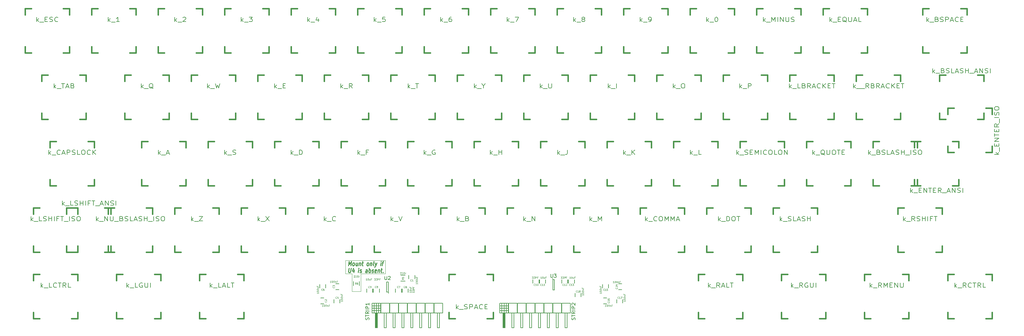
<source format=gbr>
G04 #@! TF.FileFunction,Legend,Top*
%FSLAX46Y46*%
G04 Gerber Fmt 4.6, Leading zero omitted, Abs format (unit mm)*
G04 Created by KiCad (PCBNEW 4.0.0-rc1-stable) date 30/12/2016 17:59:34*
%MOMM*%
G01*
G04 APERTURE LIST*
%ADD10C,0.150000*%
%ADD11C,0.100000*%
%ADD12C,0.228600*%
%ADD13C,0.381000*%
%ADD14C,0.203200*%
G04 APERTURE END LIST*
D10*
D11*
X168275000Y-143510000D02*
X161290000Y-143510000D01*
X168275000Y-139700000D02*
X168275000Y-143510000D01*
X156845000Y-139700000D02*
X168275000Y-139700000D01*
X156845000Y-143510000D02*
X156845000Y-139700000D01*
X158750000Y-143510000D02*
X156845000Y-143510000D01*
D12*
X157729465Y-141176224D02*
X157888215Y-139906224D01*
X158113488Y-140813367D01*
X158565548Y-139906224D01*
X158406798Y-141176224D01*
X159035751Y-141176224D02*
X158946548Y-141115748D01*
X158905727Y-141055271D01*
X158872465Y-140934319D01*
X158917822Y-140571462D01*
X158981322Y-140450510D01*
X159037262Y-140390033D01*
X159141584Y-140329557D01*
X159286726Y-140329557D01*
X159375928Y-140390033D01*
X159416750Y-140450510D01*
X159450012Y-140571462D01*
X159404655Y-140934319D01*
X159341155Y-141055271D01*
X159285214Y-141115748D01*
X159180893Y-141176224D01*
X159035751Y-141176224D01*
X160351107Y-140329557D02*
X160245274Y-141176224D01*
X159915679Y-140329557D02*
X159832524Y-140994795D01*
X159865786Y-141115748D01*
X159954989Y-141176224D01*
X160100131Y-141176224D01*
X160204452Y-141115748D01*
X160260393Y-141055271D01*
X160834917Y-140329557D02*
X160729084Y-141176224D01*
X160819798Y-140450510D02*
X160875738Y-140390033D01*
X160980060Y-140329557D01*
X161125202Y-140329557D01*
X161214404Y-140390033D01*
X161247666Y-140510986D01*
X161164512Y-141176224D01*
X161609012Y-140329557D02*
X161996060Y-140329557D01*
X161807072Y-139906224D02*
X161671000Y-140994795D01*
X161704262Y-141115748D01*
X161793465Y-141176224D01*
X161890227Y-141176224D01*
X163148131Y-141176224D02*
X163058928Y-141115748D01*
X163018107Y-141055271D01*
X162984845Y-140934319D01*
X163030202Y-140571462D01*
X163093702Y-140450510D01*
X163149642Y-140390033D01*
X163253964Y-140329557D01*
X163399106Y-140329557D01*
X163488308Y-140390033D01*
X163529130Y-140450510D01*
X163562392Y-140571462D01*
X163517035Y-140934319D01*
X163453535Y-141055271D01*
X163397594Y-141115748D01*
X163293273Y-141176224D01*
X163148131Y-141176224D01*
X164028059Y-140329557D02*
X163922226Y-141176224D01*
X164012940Y-140450510D02*
X164068880Y-140390033D01*
X164173202Y-140329557D01*
X164318344Y-140329557D01*
X164407546Y-140390033D01*
X164440808Y-140510986D01*
X164357654Y-141176224D01*
X164986607Y-141176224D02*
X164897404Y-141115748D01*
X164864142Y-140994795D01*
X165000214Y-139906224D01*
X165382725Y-140329557D02*
X165518797Y-141176224D01*
X165866534Y-140329557D02*
X165518797Y-141176224D01*
X165384237Y-141478605D01*
X165328296Y-141539081D01*
X165223975Y-141599557D01*
X166921844Y-141176224D02*
X167027677Y-140329557D01*
X167080594Y-139906224D02*
X167024653Y-139966700D01*
X167065475Y-140027176D01*
X167121415Y-139966700D01*
X167080594Y-139906224D01*
X167065475Y-140027176D01*
X167366344Y-140329557D02*
X167753392Y-140329557D01*
X167405654Y-141176224D02*
X167541725Y-140087652D01*
X167605225Y-139966700D01*
X167709547Y-139906224D01*
X167806309Y-139906224D01*
X157888215Y-141912824D02*
X157759703Y-142940919D01*
X157792965Y-143061871D01*
X157833786Y-143122348D01*
X157922989Y-143182824D01*
X158116512Y-143182824D01*
X158220833Y-143122348D01*
X158276774Y-143061871D01*
X158340274Y-142940919D01*
X158468786Y-141912824D01*
X159335107Y-142336157D02*
X159229274Y-143182824D01*
X159153679Y-141852348D02*
X158798381Y-142759490D01*
X159427333Y-142759490D01*
X160535560Y-143182824D02*
X160641393Y-142336157D01*
X160694310Y-141912824D02*
X160638369Y-141973300D01*
X160679191Y-142033776D01*
X160735131Y-141973300D01*
X160694310Y-141912824D01*
X160679191Y-142033776D01*
X160978548Y-143122348D02*
X161067751Y-143182824D01*
X161261275Y-143182824D01*
X161365595Y-143122348D01*
X161429095Y-143001395D01*
X161436655Y-142940919D01*
X161403393Y-142819967D01*
X161314191Y-142759490D01*
X161169048Y-142759490D01*
X161079846Y-142699014D01*
X161046584Y-142578062D01*
X161054143Y-142517586D01*
X161117643Y-142396633D01*
X161221965Y-142336157D01*
X161367108Y-142336157D01*
X161456309Y-142396633D01*
X163051369Y-143182824D02*
X163134523Y-142517586D01*
X163101261Y-142396633D01*
X163012059Y-142336157D01*
X162818536Y-142336157D01*
X162714214Y-142396633D01*
X163058928Y-143122348D02*
X162954607Y-143182824D01*
X162712703Y-143182824D01*
X162623500Y-143122348D01*
X162590238Y-143001395D01*
X162605357Y-142880443D01*
X162668857Y-142759490D01*
X162773179Y-142699014D01*
X163015083Y-142699014D01*
X163119404Y-142638538D01*
X163535179Y-143182824D02*
X163693929Y-141912824D01*
X163633452Y-142396633D02*
X163737774Y-142336157D01*
X163931297Y-142336157D01*
X164020499Y-142396633D01*
X164061321Y-142457110D01*
X164094583Y-142578062D01*
X164049226Y-142940919D01*
X163985726Y-143061871D01*
X163929785Y-143122348D01*
X163825464Y-143182824D01*
X163631941Y-143182824D01*
X163542738Y-143122348D01*
X164413595Y-143122348D02*
X164502798Y-143182824D01*
X164696322Y-143182824D01*
X164800642Y-143122348D01*
X164864142Y-143001395D01*
X164871702Y-142940919D01*
X164838440Y-142819967D01*
X164749238Y-142759490D01*
X164604095Y-142759490D01*
X164514893Y-142699014D01*
X164481631Y-142578062D01*
X164489190Y-142517586D01*
X164552690Y-142396633D01*
X164657012Y-142336157D01*
X164802155Y-142336157D01*
X164891356Y-142396633D01*
X165671499Y-143122348D02*
X165567178Y-143182824D01*
X165373655Y-143182824D01*
X165284452Y-143122348D01*
X165251190Y-143001395D01*
X165311666Y-142517586D01*
X165375166Y-142396633D01*
X165479488Y-142336157D01*
X165673011Y-142336157D01*
X165762213Y-142396633D01*
X165795475Y-142517586D01*
X165780356Y-142638538D01*
X165281428Y-142759490D01*
X166253583Y-142336157D02*
X166147750Y-143182824D01*
X166238464Y-142457110D02*
X166294404Y-142396633D01*
X166398726Y-142336157D01*
X166543868Y-142336157D01*
X166633070Y-142396633D01*
X166666332Y-142517586D01*
X166583178Y-143182824D01*
X167027678Y-142336157D02*
X167414726Y-142336157D01*
X167225738Y-141912824D02*
X167089666Y-143001395D01*
X167122928Y-143122348D01*
X167212131Y-143182824D01*
X167308893Y-143182824D01*
X167662678Y-143061871D02*
X167703499Y-143122348D01*
X167647559Y-143182824D01*
X167606737Y-143122348D01*
X167662678Y-143061871D01*
X167647559Y-143182824D01*
D11*
X161290000Y-148590000D02*
X161290000Y-143510000D01*
X158750000Y-148590000D02*
X161290000Y-148590000D01*
X158750000Y-143510000D02*
X158750000Y-148590000D01*
D10*
X201061000Y-153395000D02*
X203561000Y-153395000D01*
X201061000Y-154095000D02*
X203561000Y-154095000D01*
X201061000Y-152695000D02*
X203561000Y-152695000D01*
X202311000Y-151995000D02*
X202311000Y-154795000D01*
X202961000Y-151995000D02*
X202961000Y-154795000D01*
X201661000Y-151995000D02*
X201661000Y-154795000D01*
X202411000Y-154795000D02*
X202411000Y-158995000D01*
X202511000Y-158995000D02*
X202511000Y-154795000D01*
X202211000Y-154795000D02*
X202211000Y-158995000D01*
X202111000Y-158995000D02*
X202111000Y-154795000D01*
X202311000Y-158995000D02*
X202311000Y-154795000D01*
X217851000Y-151995000D02*
X217251000Y-151995000D01*
X216301000Y-151995000D02*
X218801000Y-151995000D01*
X218801000Y-151995000D02*
X218801000Y-154795000D01*
X216301000Y-151995000D02*
X216301000Y-154795000D01*
X216301000Y-154795000D02*
X218801000Y-154795000D01*
X217851000Y-154795000D02*
X217251000Y-154795000D01*
X217251000Y-158995000D02*
X217851000Y-158995000D01*
X217251000Y-154795000D02*
X217251000Y-158995000D01*
X217851000Y-154795000D02*
X217851000Y-158995000D01*
X220391000Y-154795000D02*
X220391000Y-158995000D01*
X219791000Y-154795000D02*
X219791000Y-158995000D01*
X219791000Y-158995000D02*
X220391000Y-158995000D01*
X220391000Y-154795000D02*
X219791000Y-154795000D01*
X218841000Y-154795000D02*
X221341000Y-154795000D01*
X218841000Y-151995000D02*
X218841000Y-154795000D01*
X221341000Y-151995000D02*
X221341000Y-154795000D01*
X218841000Y-151995000D02*
X221341000Y-151995000D01*
X220391000Y-151995000D02*
X219791000Y-151995000D01*
X207691000Y-151995000D02*
X207091000Y-151995000D01*
X206141000Y-151995000D02*
X208641000Y-151995000D01*
X208641000Y-151995000D02*
X208641000Y-154795000D01*
X206141000Y-151995000D02*
X206141000Y-154795000D01*
X206141000Y-154795000D02*
X208641000Y-154795000D01*
X207691000Y-154795000D02*
X207091000Y-154795000D01*
X207091000Y-158995000D02*
X207691000Y-158995000D01*
X207091000Y-154795000D02*
X207091000Y-158995000D01*
X207691000Y-154795000D02*
X207691000Y-158995000D01*
X205151000Y-154795000D02*
X205151000Y-158995000D01*
X204551000Y-154795000D02*
X204551000Y-158995000D01*
X204551000Y-158995000D02*
X205151000Y-158995000D01*
X205151000Y-154795000D02*
X204551000Y-154795000D01*
X203601000Y-154795000D02*
X206101000Y-154795000D01*
X203601000Y-151995000D02*
X203601000Y-154795000D01*
X206101000Y-151995000D02*
X206101000Y-154795000D01*
X203601000Y-151995000D02*
X206101000Y-151995000D01*
X205151000Y-151995000D02*
X204551000Y-151995000D01*
X215311000Y-151995000D02*
X214711000Y-151995000D01*
X213761000Y-151995000D02*
X216261000Y-151995000D01*
X216261000Y-151995000D02*
X216261000Y-154795000D01*
X213761000Y-151995000D02*
X213761000Y-154795000D01*
X213761000Y-154795000D02*
X216261000Y-154795000D01*
X215311000Y-154795000D02*
X214711000Y-154795000D01*
X214711000Y-158995000D02*
X215311000Y-158995000D01*
X214711000Y-154795000D02*
X214711000Y-158995000D01*
X215311000Y-154795000D02*
X215311000Y-158995000D01*
X212771000Y-154795000D02*
X212771000Y-158995000D01*
X212171000Y-154795000D02*
X212171000Y-158995000D01*
X212171000Y-158995000D02*
X212771000Y-158995000D01*
X212771000Y-154795000D02*
X212171000Y-154795000D01*
X211221000Y-154795000D02*
X213721000Y-154795000D01*
X211221000Y-151995000D02*
X211221000Y-154795000D01*
X213721000Y-151995000D02*
X213721000Y-154795000D01*
X211221000Y-151995000D02*
X213721000Y-151995000D01*
X212771000Y-151995000D02*
X212171000Y-151995000D01*
X210231000Y-151995000D02*
X209631000Y-151995000D01*
X208681000Y-151995000D02*
X211181000Y-151995000D01*
X211181000Y-151995000D02*
X211181000Y-154795000D01*
X208681000Y-151995000D02*
X208681000Y-154795000D01*
X208681000Y-154795000D02*
X211181000Y-154795000D01*
X210231000Y-154795000D02*
X209631000Y-154795000D01*
X209631000Y-158995000D02*
X210231000Y-158995000D01*
X209631000Y-154795000D02*
X209631000Y-158995000D01*
X210231000Y-154795000D02*
X210231000Y-158995000D01*
X202611000Y-154795000D02*
X202611000Y-158995000D01*
X202011000Y-154795000D02*
X202011000Y-158995000D01*
X202011000Y-158995000D02*
X202611000Y-158995000D01*
X202611000Y-154795000D02*
X202011000Y-154795000D01*
X201061000Y-154795000D02*
X203561000Y-154795000D01*
X201061000Y-151995000D02*
X201061000Y-154795000D01*
X203561000Y-151995000D02*
X203561000Y-154795000D01*
X201061000Y-151995000D02*
X203561000Y-151995000D01*
X202611000Y-151995000D02*
X202011000Y-151995000D01*
X164485000Y-153395000D02*
X166985000Y-153395000D01*
X164485000Y-154095000D02*
X166985000Y-154095000D01*
X164485000Y-152695000D02*
X166985000Y-152695000D01*
X165735000Y-151995000D02*
X165735000Y-154795000D01*
X166385000Y-151995000D02*
X166385000Y-154795000D01*
X165085000Y-151995000D02*
X165085000Y-154795000D01*
X165835000Y-154795000D02*
X165835000Y-158995000D01*
X165935000Y-158995000D02*
X165935000Y-154795000D01*
X165635000Y-154795000D02*
X165635000Y-158995000D01*
X165535000Y-158995000D02*
X165535000Y-154795000D01*
X165735000Y-158995000D02*
X165735000Y-154795000D01*
X181275000Y-151995000D02*
X180675000Y-151995000D01*
X179725000Y-151995000D02*
X182225000Y-151995000D01*
X182225000Y-151995000D02*
X182225000Y-154795000D01*
X179725000Y-151995000D02*
X179725000Y-154795000D01*
X179725000Y-154795000D02*
X182225000Y-154795000D01*
X181275000Y-154795000D02*
X180675000Y-154795000D01*
X180675000Y-158995000D02*
X181275000Y-158995000D01*
X180675000Y-154795000D02*
X180675000Y-158995000D01*
X181275000Y-154795000D02*
X181275000Y-158995000D01*
X183815000Y-154795000D02*
X183815000Y-158995000D01*
X183215000Y-154795000D02*
X183215000Y-158995000D01*
X183215000Y-158995000D02*
X183815000Y-158995000D01*
X183815000Y-154795000D02*
X183215000Y-154795000D01*
X182265000Y-154795000D02*
X184765000Y-154795000D01*
X182265000Y-151995000D02*
X182265000Y-154795000D01*
X184765000Y-151995000D02*
X184765000Y-154795000D01*
X182265000Y-151995000D02*
X184765000Y-151995000D01*
X183815000Y-151995000D02*
X183215000Y-151995000D01*
X171115000Y-151995000D02*
X170515000Y-151995000D01*
X169565000Y-151995000D02*
X172065000Y-151995000D01*
X172065000Y-151995000D02*
X172065000Y-154795000D01*
X169565000Y-151995000D02*
X169565000Y-154795000D01*
X169565000Y-154795000D02*
X172065000Y-154795000D01*
X171115000Y-154795000D02*
X170515000Y-154795000D01*
X170515000Y-158995000D02*
X171115000Y-158995000D01*
X170515000Y-154795000D02*
X170515000Y-158995000D01*
X171115000Y-154795000D02*
X171115000Y-158995000D01*
X168575000Y-154795000D02*
X168575000Y-158995000D01*
X167975000Y-154795000D02*
X167975000Y-158995000D01*
X167975000Y-158995000D02*
X168575000Y-158995000D01*
X168575000Y-154795000D02*
X167975000Y-154795000D01*
X167025000Y-154795000D02*
X169525000Y-154795000D01*
X167025000Y-151995000D02*
X167025000Y-154795000D01*
X169525000Y-151995000D02*
X169525000Y-154795000D01*
X167025000Y-151995000D02*
X169525000Y-151995000D01*
X168575000Y-151995000D02*
X167975000Y-151995000D01*
X178735000Y-151995000D02*
X178135000Y-151995000D01*
X177185000Y-151995000D02*
X179685000Y-151995000D01*
X179685000Y-151995000D02*
X179685000Y-154795000D01*
X177185000Y-151995000D02*
X177185000Y-154795000D01*
X177185000Y-154795000D02*
X179685000Y-154795000D01*
X178735000Y-154795000D02*
X178135000Y-154795000D01*
X178135000Y-158995000D02*
X178735000Y-158995000D01*
X178135000Y-154795000D02*
X178135000Y-158995000D01*
X178735000Y-154795000D02*
X178735000Y-158995000D01*
X176195000Y-154795000D02*
X176195000Y-158995000D01*
X175595000Y-154795000D02*
X175595000Y-158995000D01*
X175595000Y-158995000D02*
X176195000Y-158995000D01*
X176195000Y-154795000D02*
X175595000Y-154795000D01*
X174645000Y-154795000D02*
X177145000Y-154795000D01*
X174645000Y-151995000D02*
X174645000Y-154795000D01*
X177145000Y-151995000D02*
X177145000Y-154795000D01*
X174645000Y-151995000D02*
X177145000Y-151995000D01*
X176195000Y-151995000D02*
X175595000Y-151995000D01*
X173655000Y-151995000D02*
X173055000Y-151995000D01*
X172105000Y-151995000D02*
X174605000Y-151995000D01*
X174605000Y-151995000D02*
X174605000Y-154795000D01*
X172105000Y-151995000D02*
X172105000Y-154795000D01*
X172105000Y-154795000D02*
X174605000Y-154795000D01*
X173655000Y-154795000D02*
X173055000Y-154795000D01*
X173055000Y-158995000D02*
X173655000Y-158995000D01*
X173055000Y-154795000D02*
X173055000Y-158995000D01*
X173655000Y-154795000D02*
X173655000Y-158995000D01*
X166035000Y-154795000D02*
X166035000Y-158995000D01*
X165435000Y-154795000D02*
X165435000Y-158995000D01*
X165435000Y-158995000D02*
X166035000Y-158995000D01*
X166035000Y-154795000D02*
X165435000Y-154795000D01*
X164485000Y-154795000D02*
X166985000Y-154795000D01*
X164485000Y-151995000D02*
X164485000Y-154795000D01*
X166985000Y-151995000D02*
X166985000Y-154795000D01*
X164485000Y-151995000D02*
X166985000Y-151995000D01*
X166035000Y-151995000D02*
X165435000Y-151995000D01*
X222670000Y-149106000D02*
X222670000Y-150106000D01*
X224370000Y-150106000D02*
X224370000Y-149106000D01*
X216335000Y-144985000D02*
G75*
G03X216335000Y-144985000I-100000J0D01*
G01*
X216785000Y-145235000D02*
X216285000Y-145235000D01*
X216785000Y-148135000D02*
X216785000Y-145235000D01*
X216285000Y-148135000D02*
X216785000Y-148135000D01*
X216285000Y-145235000D02*
X216285000Y-148135000D01*
D13*
X89693750Y-137320020D02*
X87915750Y-137320020D01*
X78771750Y-137320020D02*
X76993750Y-137320020D01*
X76993750Y-137320020D02*
X76993750Y-135542020D01*
X76993750Y-126398020D02*
X76993750Y-124620020D01*
X76993750Y-124620020D02*
X78771750Y-124620020D01*
X87915750Y-124620020D02*
X89693750Y-124620020D01*
X89693750Y-124620020D02*
X89693750Y-126398020D01*
X89693750Y-135542020D02*
X89693750Y-137320020D01*
X327820020Y-137320020D02*
X326042020Y-137320020D01*
X316898020Y-137320020D02*
X315120020Y-137320020D01*
X315120020Y-137320020D02*
X315120020Y-135542020D01*
X315120020Y-126398020D02*
X315120020Y-124620020D01*
X315120020Y-124620020D02*
X316898020Y-124620020D01*
X326042020Y-124620020D02*
X327820020Y-124620020D01*
X327820020Y-124620020D02*
X327820020Y-126398020D01*
X327820020Y-135542020D02*
X327820020Y-137320020D01*
X332581250Y-118270020D02*
X330803250Y-118270020D01*
X321659250Y-118270020D02*
X319881250Y-118270020D01*
X319881250Y-118270020D02*
X319881250Y-116492020D01*
X319881250Y-107348020D02*
X319881250Y-105570020D01*
X319881250Y-105570020D02*
X321659250Y-105570020D01*
X330803250Y-105570020D02*
X332581250Y-105570020D01*
X332581250Y-105570020D02*
X332581250Y-107348020D01*
X332581250Y-116492020D02*
X332581250Y-118270020D01*
X342106250Y-96043750D02*
X342106250Y-97821750D01*
X342106250Y-106965750D02*
X342106250Y-108743750D01*
X342106250Y-108743750D02*
X340328250Y-108743750D01*
X331184250Y-108743750D02*
X329406250Y-108743750D01*
X329406250Y-108743750D02*
X329406250Y-106965750D01*
X329406250Y-97821750D02*
X329406250Y-96043750D01*
X329406250Y-96043750D02*
X331184250Y-96043750D01*
X340328250Y-96043750D02*
X342106250Y-96043750D01*
X334962500Y-80168750D02*
X333184500Y-80168750D01*
X324040500Y-80168750D02*
X322262500Y-80168750D01*
X322262500Y-80168750D02*
X322262500Y-78390750D01*
X322262500Y-69246750D02*
X322262500Y-67468750D01*
X322262500Y-67468750D02*
X324040500Y-67468750D01*
X333184500Y-67468750D02*
X334962500Y-67468750D01*
X334962500Y-67468750D02*
X334962500Y-69246750D01*
X334962500Y-78390750D02*
X334962500Y-80168750D01*
D10*
X234608000Y-150884000D02*
X234608000Y-151884000D01*
X236308000Y-151884000D02*
X236308000Y-150884000D01*
X231767000Y-150407000D02*
X230767000Y-150407000D01*
X230767000Y-152107000D02*
X231767000Y-152107000D01*
X232244000Y-147566000D02*
X232244000Y-146566000D01*
X230544000Y-146566000D02*
X230544000Y-147566000D01*
X235085000Y-148043000D02*
X236085000Y-148043000D01*
X236085000Y-146343000D02*
X235085000Y-146343000D01*
X222465000Y-146169000D02*
X222465000Y-145169000D01*
X220765000Y-145169000D02*
X220765000Y-146169000D01*
X220560000Y-146169000D02*
X220560000Y-145169000D01*
X218860000Y-145169000D02*
X218860000Y-146169000D01*
X214210000Y-146169000D02*
X214210000Y-145169000D01*
X212510000Y-145169000D02*
X212510000Y-146169000D01*
X212305000Y-146169000D02*
X212305000Y-145169000D01*
X210605000Y-145169000D02*
X210605000Y-146169000D01*
X169310000Y-149020000D02*
G75*
G03X169310000Y-149020000I-100000J0D01*
G01*
X168660000Y-148770000D02*
X169160000Y-148770000D01*
X168660000Y-145870000D02*
X168660000Y-148770000D01*
X169160000Y-145870000D02*
X168660000Y-145870000D01*
X169160000Y-148770000D02*
X169160000Y-145870000D01*
D13*
X342106250Y-156368750D02*
X340328250Y-156368750D01*
X331184250Y-156368750D02*
X329406250Y-156368750D01*
X329406250Y-156368750D02*
X329406250Y-154590750D01*
X329406250Y-145446750D02*
X329406250Y-143668750D01*
X329406250Y-143668750D02*
X331184250Y-143668750D01*
X340328250Y-143668750D02*
X342106250Y-143668750D01*
X342106250Y-143668750D02*
X342106250Y-145446750D01*
X342106250Y-154590750D02*
X342106250Y-156368750D01*
X318293750Y-156368750D02*
X316515750Y-156368750D01*
X307371750Y-156368750D02*
X305593750Y-156368750D01*
X305593750Y-156368750D02*
X305593750Y-154590750D01*
X305593750Y-145446750D02*
X305593750Y-143668750D01*
X305593750Y-143668750D02*
X307371750Y-143668750D01*
X316515750Y-143668750D02*
X318293750Y-143668750D01*
X318293750Y-143668750D02*
X318293750Y-145446750D01*
X318293750Y-154590750D02*
X318293750Y-156368750D01*
X294481250Y-156368750D02*
X292703250Y-156368750D01*
X283559250Y-156368750D02*
X281781250Y-156368750D01*
X281781250Y-156368750D02*
X281781250Y-154590750D01*
X281781250Y-145446750D02*
X281781250Y-143668750D01*
X281781250Y-143668750D02*
X283559250Y-143668750D01*
X292703250Y-143668750D02*
X294481250Y-143668750D01*
X294481250Y-143668750D02*
X294481250Y-145446750D01*
X294481250Y-154590750D02*
X294481250Y-156368750D01*
X270668750Y-156368750D02*
X268890750Y-156368750D01*
X259746750Y-156368750D02*
X257968750Y-156368750D01*
X257968750Y-156368750D02*
X257968750Y-154590750D01*
X257968750Y-145446750D02*
X257968750Y-143668750D01*
X257968750Y-143668750D02*
X259746750Y-143668750D01*
X268890750Y-143668750D02*
X270668750Y-143668750D01*
X270668750Y-143668750D02*
X270668750Y-145446750D01*
X270668750Y-154590750D02*
X270668750Y-156368750D01*
X127793750Y-156368750D02*
X126015750Y-156368750D01*
X116871750Y-156368750D02*
X115093750Y-156368750D01*
X115093750Y-156368750D02*
X115093750Y-154590750D01*
X115093750Y-145446750D02*
X115093750Y-143668750D01*
X115093750Y-143668750D02*
X116871750Y-143668750D01*
X126015750Y-143668750D02*
X127793750Y-143668750D01*
X127793750Y-143668750D02*
X127793750Y-145446750D01*
X127793750Y-154590750D02*
X127793750Y-156368750D01*
X103981250Y-156368750D02*
X102203250Y-156368750D01*
X93059250Y-156368750D02*
X91281250Y-156368750D01*
X91281250Y-156368750D02*
X91281250Y-154590750D01*
X91281250Y-145446750D02*
X91281250Y-143668750D01*
X91281250Y-143668750D02*
X93059250Y-143668750D01*
X102203250Y-143668750D02*
X103981250Y-143668750D01*
X103981250Y-143668750D02*
X103981250Y-145446750D01*
X103981250Y-154590750D02*
X103981250Y-156368750D01*
X80168750Y-156368750D02*
X78390750Y-156368750D01*
X69246750Y-156368750D02*
X67468750Y-156368750D01*
X67468750Y-156368750D02*
X67468750Y-154590750D01*
X67468750Y-145446750D02*
X67468750Y-143668750D01*
X67468750Y-143668750D02*
X69246750Y-143668750D01*
X78390750Y-143668750D02*
X80168750Y-143668750D01*
X80168750Y-143668750D02*
X80168750Y-145446750D01*
X80168750Y-154590750D02*
X80168750Y-156368750D01*
X292100000Y-137320020D02*
X290322000Y-137320020D01*
X281178000Y-137320020D02*
X279400000Y-137320020D01*
X279400000Y-137320020D02*
X279400000Y-135542020D01*
X279400000Y-126398020D02*
X279400000Y-124620020D01*
X279400000Y-124620020D02*
X281178000Y-124620020D01*
X290322000Y-124620020D02*
X292100000Y-124620020D01*
X292100000Y-124620020D02*
X292100000Y-126398020D01*
X292100000Y-135542020D02*
X292100000Y-137320020D01*
X273050000Y-137320020D02*
X271272000Y-137320020D01*
X262128000Y-137320020D02*
X260350000Y-137320020D01*
X260350000Y-137320020D02*
X260350000Y-135542020D01*
X260350000Y-126398020D02*
X260350000Y-124620020D01*
X260350000Y-124620020D02*
X262128000Y-124620020D01*
X271272000Y-124620020D02*
X273050000Y-124620020D01*
X273050000Y-124620020D02*
X273050000Y-126398020D01*
X273050000Y-135542020D02*
X273050000Y-137320020D01*
X254000000Y-137320020D02*
X252222000Y-137320020D01*
X243078000Y-137320020D02*
X241300000Y-137320020D01*
X241300000Y-137320020D02*
X241300000Y-135542020D01*
X241300000Y-126398020D02*
X241300000Y-124620020D01*
X241300000Y-124620020D02*
X243078000Y-124620020D01*
X252222000Y-124620020D02*
X254000000Y-124620020D01*
X254000000Y-124620020D02*
X254000000Y-126398020D01*
X254000000Y-135542020D02*
X254000000Y-137320020D01*
X234950000Y-137320020D02*
X233172000Y-137320020D01*
X224028000Y-137320020D02*
X222250000Y-137320020D01*
X222250000Y-137320020D02*
X222250000Y-135542020D01*
X222250000Y-126398020D02*
X222250000Y-124620020D01*
X222250000Y-124620020D02*
X224028000Y-124620020D01*
X233172000Y-124620020D02*
X234950000Y-124620020D01*
X234950000Y-124620020D02*
X234950000Y-126398020D01*
X234950000Y-135542020D02*
X234950000Y-137320020D01*
X215900000Y-137320020D02*
X214122000Y-137320020D01*
X204978000Y-137320020D02*
X203200000Y-137320020D01*
X203200000Y-137320020D02*
X203200000Y-135542020D01*
X203200000Y-126398020D02*
X203200000Y-124620020D01*
X203200000Y-124620020D02*
X204978000Y-124620020D01*
X214122000Y-124620020D02*
X215900000Y-124620020D01*
X215900000Y-124620020D02*
X215900000Y-126398020D01*
X215900000Y-135542020D02*
X215900000Y-137320020D01*
X196850000Y-137320020D02*
X195072000Y-137320020D01*
X185928000Y-137320020D02*
X184150000Y-137320020D01*
X184150000Y-137320020D02*
X184150000Y-135542020D01*
X184150000Y-126398020D02*
X184150000Y-124620020D01*
X184150000Y-124620020D02*
X185928000Y-124620020D01*
X195072000Y-124620020D02*
X196850000Y-124620020D01*
X196850000Y-124620020D02*
X196850000Y-126398020D01*
X196850000Y-135542020D02*
X196850000Y-137320020D01*
X177800000Y-137320020D02*
X176022000Y-137320020D01*
X166878000Y-137320020D02*
X165100000Y-137320020D01*
X165100000Y-137320020D02*
X165100000Y-135542020D01*
X165100000Y-126398020D02*
X165100000Y-124620020D01*
X165100000Y-124620020D02*
X166878000Y-124620020D01*
X176022000Y-124620020D02*
X177800000Y-124620020D01*
X177800000Y-124620020D02*
X177800000Y-126398020D01*
X177800000Y-135542020D02*
X177800000Y-137320020D01*
X158750000Y-137320020D02*
X156972000Y-137320020D01*
X147828000Y-137320020D02*
X146050000Y-137320020D01*
X146050000Y-137320020D02*
X146050000Y-135542020D01*
X146050000Y-126398020D02*
X146050000Y-124620020D01*
X146050000Y-124620020D02*
X147828000Y-124620020D01*
X156972000Y-124620020D02*
X158750000Y-124620020D01*
X158750000Y-124620020D02*
X158750000Y-126398020D01*
X158750000Y-135542020D02*
X158750000Y-137320020D01*
X139700000Y-137320020D02*
X137922000Y-137320020D01*
X128778000Y-137320020D02*
X127000000Y-137320020D01*
X127000000Y-137320020D02*
X127000000Y-135542020D01*
X127000000Y-126398020D02*
X127000000Y-124620020D01*
X127000000Y-124620020D02*
X128778000Y-124620020D01*
X137922000Y-124620020D02*
X139700000Y-124620020D01*
X139700000Y-124620020D02*
X139700000Y-126398020D01*
X139700000Y-135542020D02*
X139700000Y-137320020D01*
X120650000Y-137320020D02*
X118872000Y-137320020D01*
X109728000Y-137320020D02*
X107950000Y-137320020D01*
X107950000Y-137320020D02*
X107950000Y-135542020D01*
X107950000Y-126398020D02*
X107950000Y-124620020D01*
X107950000Y-124620020D02*
X109728000Y-124620020D01*
X118872000Y-124620020D02*
X120650000Y-124620020D01*
X120650000Y-124620020D02*
X120650000Y-126398020D01*
X120650000Y-135542020D02*
X120650000Y-137320020D01*
X101600000Y-137320020D02*
X99822000Y-137320020D01*
X90678000Y-137320020D02*
X88900000Y-137320020D01*
X88900000Y-137320020D02*
X88900000Y-135542020D01*
X88900000Y-126398020D02*
X88900000Y-124620020D01*
X88900000Y-124620020D02*
X90678000Y-124620020D01*
X99822000Y-124620020D02*
X101600000Y-124620020D01*
X101600000Y-124620020D02*
X101600000Y-126398020D01*
X101600000Y-135542020D02*
X101600000Y-137320020D01*
X80170020Y-137320020D02*
X78392020Y-137320020D01*
X69248020Y-137320020D02*
X67470020Y-137320020D01*
X67470020Y-137320020D02*
X67470020Y-135542020D01*
X67470020Y-126398020D02*
X67470020Y-124620020D01*
X67470020Y-124620020D02*
X69248020Y-124620020D01*
X78392020Y-124620020D02*
X80170020Y-124620020D01*
X80170020Y-124620020D02*
X80170020Y-126398020D01*
X80170020Y-135542020D02*
X80170020Y-137320020D01*
X320675000Y-118270020D02*
X318897000Y-118270020D01*
X309753000Y-118270020D02*
X307975000Y-118270020D01*
X307975000Y-118270020D02*
X307975000Y-116492020D01*
X307975000Y-107348020D02*
X307975000Y-105570020D01*
X307975000Y-105570020D02*
X309753000Y-105570020D01*
X318897000Y-105570020D02*
X320675000Y-105570020D01*
X320675000Y-105570020D02*
X320675000Y-107348020D01*
X320675000Y-116492020D02*
X320675000Y-118270020D01*
X301625000Y-118270020D02*
X299847000Y-118270020D01*
X290703000Y-118270020D02*
X288925000Y-118270020D01*
X288925000Y-118270020D02*
X288925000Y-116492020D01*
X288925000Y-107348020D02*
X288925000Y-105570020D01*
X288925000Y-105570020D02*
X290703000Y-105570020D01*
X299847000Y-105570020D02*
X301625000Y-105570020D01*
X301625000Y-105570020D02*
X301625000Y-107348020D01*
X301625000Y-116492020D02*
X301625000Y-118270020D01*
X282575000Y-118270020D02*
X280797000Y-118270020D01*
X271653000Y-118270020D02*
X269875000Y-118270020D01*
X269875000Y-118270020D02*
X269875000Y-116492020D01*
X269875000Y-107348020D02*
X269875000Y-105570020D01*
X269875000Y-105570020D02*
X271653000Y-105570020D01*
X280797000Y-105570020D02*
X282575000Y-105570020D01*
X282575000Y-105570020D02*
X282575000Y-107348020D01*
X282575000Y-116492020D02*
X282575000Y-118270020D01*
X263525000Y-118270020D02*
X261747000Y-118270020D01*
X252603000Y-118270020D02*
X250825000Y-118270020D01*
X250825000Y-118270020D02*
X250825000Y-116492020D01*
X250825000Y-107348020D02*
X250825000Y-105570020D01*
X250825000Y-105570020D02*
X252603000Y-105570020D01*
X261747000Y-105570020D02*
X263525000Y-105570020D01*
X263525000Y-105570020D02*
X263525000Y-107348020D01*
X263525000Y-116492020D02*
X263525000Y-118270020D01*
X244475000Y-118270020D02*
X242697000Y-118270020D01*
X233553000Y-118270020D02*
X231775000Y-118270020D01*
X231775000Y-118270020D02*
X231775000Y-116492020D01*
X231775000Y-107348020D02*
X231775000Y-105570020D01*
X231775000Y-105570020D02*
X233553000Y-105570020D01*
X242697000Y-105570020D02*
X244475000Y-105570020D01*
X244475000Y-105570020D02*
X244475000Y-107348020D01*
X244475000Y-116492020D02*
X244475000Y-118270020D01*
X225425000Y-118270020D02*
X223647000Y-118270020D01*
X214503000Y-118270020D02*
X212725000Y-118270020D01*
X212725000Y-118270020D02*
X212725000Y-116492020D01*
X212725000Y-107348020D02*
X212725000Y-105570020D01*
X212725000Y-105570020D02*
X214503000Y-105570020D01*
X223647000Y-105570020D02*
X225425000Y-105570020D01*
X225425000Y-105570020D02*
X225425000Y-107348020D01*
X225425000Y-116492020D02*
X225425000Y-118270020D01*
X206375000Y-118270020D02*
X204597000Y-118270020D01*
X195453000Y-118270020D02*
X193675000Y-118270020D01*
X193675000Y-118270020D02*
X193675000Y-116492020D01*
X193675000Y-107348020D02*
X193675000Y-105570020D01*
X193675000Y-105570020D02*
X195453000Y-105570020D01*
X204597000Y-105570020D02*
X206375000Y-105570020D01*
X206375000Y-105570020D02*
X206375000Y-107348020D01*
X206375000Y-116492020D02*
X206375000Y-118270020D01*
X187325000Y-118270020D02*
X185547000Y-118270020D01*
X176403000Y-118270020D02*
X174625000Y-118270020D01*
X174625000Y-118270020D02*
X174625000Y-116492020D01*
X174625000Y-107348020D02*
X174625000Y-105570020D01*
X174625000Y-105570020D02*
X176403000Y-105570020D01*
X185547000Y-105570020D02*
X187325000Y-105570020D01*
X187325000Y-105570020D02*
X187325000Y-107348020D01*
X187325000Y-116492020D02*
X187325000Y-118270020D01*
X168275000Y-118270020D02*
X166497000Y-118270020D01*
X157353000Y-118270020D02*
X155575000Y-118270020D01*
X155575000Y-118270020D02*
X155575000Y-116492020D01*
X155575000Y-107348020D02*
X155575000Y-105570020D01*
X155575000Y-105570020D02*
X157353000Y-105570020D01*
X166497000Y-105570020D02*
X168275000Y-105570020D01*
X168275000Y-105570020D02*
X168275000Y-107348020D01*
X168275000Y-116492020D02*
X168275000Y-118270020D01*
X149225000Y-118270020D02*
X147447000Y-118270020D01*
X138303000Y-118270020D02*
X136525000Y-118270020D01*
X136525000Y-118270020D02*
X136525000Y-116492020D01*
X136525000Y-107348020D02*
X136525000Y-105570020D01*
X136525000Y-105570020D02*
X138303000Y-105570020D01*
X147447000Y-105570020D02*
X149225000Y-105570020D01*
X149225000Y-105570020D02*
X149225000Y-107348020D01*
X149225000Y-116492020D02*
X149225000Y-118270020D01*
X130175000Y-118270020D02*
X128397000Y-118270020D01*
X119253000Y-118270020D02*
X117475000Y-118270020D01*
X117475000Y-118270020D02*
X117475000Y-116492020D01*
X117475000Y-107348020D02*
X117475000Y-105570020D01*
X117475000Y-105570020D02*
X119253000Y-105570020D01*
X128397000Y-105570020D02*
X130175000Y-105570020D01*
X130175000Y-105570020D02*
X130175000Y-107348020D01*
X130175000Y-116492020D02*
X130175000Y-118270020D01*
X111125000Y-118270020D02*
X109347000Y-118270020D01*
X100203000Y-118270020D02*
X98425000Y-118270020D01*
X98425000Y-118270020D02*
X98425000Y-116492020D01*
X98425000Y-107348020D02*
X98425000Y-105570020D01*
X98425000Y-105570020D02*
X100203000Y-105570020D01*
X109347000Y-105570020D02*
X111125000Y-105570020D01*
X111125000Y-105570020D02*
X111125000Y-107348020D01*
X111125000Y-116492020D02*
X111125000Y-118270020D01*
X84932520Y-118270020D02*
X83154520Y-118270020D01*
X74010520Y-118270020D02*
X72232520Y-118270020D01*
X72232520Y-118270020D02*
X72232520Y-116492020D01*
X72232520Y-107348020D02*
X72232520Y-105570020D01*
X72232520Y-105570020D02*
X74010520Y-105570020D01*
X83154520Y-105570020D02*
X84932520Y-105570020D01*
X84932520Y-105570020D02*
X84932520Y-107348020D01*
X84932520Y-116492020D02*
X84932520Y-118270020D01*
X339725000Y-99220020D02*
X337947000Y-99220020D01*
X328803000Y-99220020D02*
X327025000Y-99220020D01*
X327025000Y-99220020D02*
X327025000Y-97442020D01*
X327025000Y-88298020D02*
X327025000Y-86520020D01*
X327025000Y-86520020D02*
X328803000Y-86520020D01*
X337947000Y-86520020D02*
X339725000Y-86520020D01*
X339725000Y-86520020D02*
X339725000Y-88298020D01*
X339725000Y-97442020D02*
X339725000Y-99220020D01*
X315912500Y-99220020D02*
X314134500Y-99220020D01*
X304990500Y-99220020D02*
X303212500Y-99220020D01*
X303212500Y-99220020D02*
X303212500Y-97442020D01*
X303212500Y-88298020D02*
X303212500Y-86520020D01*
X303212500Y-86520020D02*
X304990500Y-86520020D01*
X314134500Y-86520020D02*
X315912500Y-86520020D01*
X315912500Y-86520020D02*
X315912500Y-88298020D01*
X315912500Y-97442020D02*
X315912500Y-99220020D01*
X296862500Y-99220020D02*
X295084500Y-99220020D01*
X285940500Y-99220020D02*
X284162500Y-99220020D01*
X284162500Y-99220020D02*
X284162500Y-97442020D01*
X284162500Y-88298020D02*
X284162500Y-86520020D01*
X284162500Y-86520020D02*
X285940500Y-86520020D01*
X295084500Y-86520020D02*
X296862500Y-86520020D01*
X296862500Y-86520020D02*
X296862500Y-88298020D01*
X296862500Y-97442020D02*
X296862500Y-99220020D01*
X277812500Y-99220020D02*
X276034500Y-99220020D01*
X266890500Y-99220020D02*
X265112500Y-99220020D01*
X265112500Y-99220020D02*
X265112500Y-97442020D01*
X265112500Y-88298020D02*
X265112500Y-86520020D01*
X265112500Y-86520020D02*
X266890500Y-86520020D01*
X276034500Y-86520020D02*
X277812500Y-86520020D01*
X277812500Y-86520020D02*
X277812500Y-88298020D01*
X277812500Y-97442020D02*
X277812500Y-99220020D01*
X258762500Y-99220020D02*
X256984500Y-99220020D01*
X247840500Y-99220020D02*
X246062500Y-99220020D01*
X246062500Y-99220020D02*
X246062500Y-97442020D01*
X246062500Y-88298020D02*
X246062500Y-86520020D01*
X246062500Y-86520020D02*
X247840500Y-86520020D01*
X256984500Y-86520020D02*
X258762500Y-86520020D01*
X258762500Y-86520020D02*
X258762500Y-88298020D01*
X258762500Y-97442020D02*
X258762500Y-99220020D01*
X239712500Y-99220020D02*
X237934500Y-99220020D01*
X228790500Y-99220020D02*
X227012500Y-99220020D01*
X227012500Y-99220020D02*
X227012500Y-97442020D01*
X227012500Y-88298020D02*
X227012500Y-86520020D01*
X227012500Y-86520020D02*
X228790500Y-86520020D01*
X237934500Y-86520020D02*
X239712500Y-86520020D01*
X239712500Y-86520020D02*
X239712500Y-88298020D01*
X239712500Y-97442020D02*
X239712500Y-99220020D01*
X220662500Y-99220020D02*
X218884500Y-99220020D01*
X209740500Y-99220020D02*
X207962500Y-99220020D01*
X207962500Y-99220020D02*
X207962500Y-97442020D01*
X207962500Y-88298020D02*
X207962500Y-86520020D01*
X207962500Y-86520020D02*
X209740500Y-86520020D01*
X218884500Y-86520020D02*
X220662500Y-86520020D01*
X220662500Y-86520020D02*
X220662500Y-88298020D01*
X220662500Y-97442020D02*
X220662500Y-99220020D01*
X201612500Y-99220020D02*
X199834500Y-99220020D01*
X190690500Y-99220020D02*
X188912500Y-99220020D01*
X188912500Y-99220020D02*
X188912500Y-97442020D01*
X188912500Y-88298020D02*
X188912500Y-86520020D01*
X188912500Y-86520020D02*
X190690500Y-86520020D01*
X199834500Y-86520020D02*
X201612500Y-86520020D01*
X201612500Y-86520020D02*
X201612500Y-88298020D01*
X201612500Y-97442020D02*
X201612500Y-99220020D01*
X182562500Y-99220020D02*
X180784500Y-99220020D01*
X171640500Y-99220020D02*
X169862500Y-99220020D01*
X169862500Y-99220020D02*
X169862500Y-97442020D01*
X169862500Y-88298020D02*
X169862500Y-86520020D01*
X169862500Y-86520020D02*
X171640500Y-86520020D01*
X180784500Y-86520020D02*
X182562500Y-86520020D01*
X182562500Y-86520020D02*
X182562500Y-88298020D01*
X182562500Y-97442020D02*
X182562500Y-99220020D01*
X163512500Y-99220020D02*
X161734500Y-99220020D01*
X152590500Y-99220020D02*
X150812500Y-99220020D01*
X150812500Y-99220020D02*
X150812500Y-97442020D01*
X150812500Y-88298020D02*
X150812500Y-86520020D01*
X150812500Y-86520020D02*
X152590500Y-86520020D01*
X161734500Y-86520020D02*
X163512500Y-86520020D01*
X163512500Y-86520020D02*
X163512500Y-88298020D01*
X163512500Y-97442020D02*
X163512500Y-99220020D01*
X144462500Y-99220020D02*
X142684500Y-99220020D01*
X133540500Y-99220020D02*
X131762500Y-99220020D01*
X131762500Y-99220020D02*
X131762500Y-97442020D01*
X131762500Y-88298020D02*
X131762500Y-86520020D01*
X131762500Y-86520020D02*
X133540500Y-86520020D01*
X142684500Y-86520020D02*
X144462500Y-86520020D01*
X144462500Y-86520020D02*
X144462500Y-88298020D01*
X144462500Y-97442020D02*
X144462500Y-99220020D01*
X125412500Y-99220020D02*
X123634500Y-99220020D01*
X114490500Y-99220020D02*
X112712500Y-99220020D01*
X112712500Y-99220020D02*
X112712500Y-97442020D01*
X112712500Y-88298020D02*
X112712500Y-86520020D01*
X112712500Y-86520020D02*
X114490500Y-86520020D01*
X123634500Y-86520020D02*
X125412500Y-86520020D01*
X125412500Y-86520020D02*
X125412500Y-88298020D01*
X125412500Y-97442020D02*
X125412500Y-99220020D01*
X106362500Y-99220020D02*
X104584500Y-99220020D01*
X95440500Y-99220020D02*
X93662500Y-99220020D01*
X93662500Y-99220020D02*
X93662500Y-97442020D01*
X93662500Y-88298020D02*
X93662500Y-86520020D01*
X93662500Y-86520020D02*
X95440500Y-86520020D01*
X104584500Y-86520020D02*
X106362500Y-86520020D01*
X106362500Y-86520020D02*
X106362500Y-88298020D01*
X106362500Y-97442020D02*
X106362500Y-99220020D01*
X82550000Y-99220020D02*
X80772000Y-99220020D01*
X71628000Y-99220020D02*
X69850000Y-99220020D01*
X69850000Y-99220020D02*
X69850000Y-97442020D01*
X69850000Y-88298020D02*
X69850000Y-86520020D01*
X69850000Y-86520020D02*
X71628000Y-86520020D01*
X80772000Y-86520020D02*
X82550000Y-86520020D01*
X82550000Y-86520020D02*
X82550000Y-88298020D01*
X82550000Y-97442020D02*
X82550000Y-99220020D01*
X306387500Y-80168750D02*
X304609500Y-80168750D01*
X295465500Y-80168750D02*
X293687500Y-80168750D01*
X293687500Y-80168750D02*
X293687500Y-78390750D01*
X293687500Y-69246750D02*
X293687500Y-67468750D01*
X293687500Y-67468750D02*
X295465500Y-67468750D01*
X304609500Y-67468750D02*
X306387500Y-67468750D01*
X306387500Y-67468750D02*
X306387500Y-69246750D01*
X306387500Y-78390750D02*
X306387500Y-80168750D01*
X287337500Y-80168750D02*
X285559500Y-80168750D01*
X276415500Y-80168750D02*
X274637500Y-80168750D01*
X274637500Y-80168750D02*
X274637500Y-78390750D01*
X274637500Y-69246750D02*
X274637500Y-67468750D01*
X274637500Y-67468750D02*
X276415500Y-67468750D01*
X285559500Y-67468750D02*
X287337500Y-67468750D01*
X287337500Y-67468750D02*
X287337500Y-69246750D01*
X287337500Y-78390750D02*
X287337500Y-80168750D01*
X268287500Y-80168750D02*
X266509500Y-80168750D01*
X257365500Y-80168750D02*
X255587500Y-80168750D01*
X255587500Y-80168750D02*
X255587500Y-78390750D01*
X255587500Y-69246750D02*
X255587500Y-67468750D01*
X255587500Y-67468750D02*
X257365500Y-67468750D01*
X266509500Y-67468750D02*
X268287500Y-67468750D01*
X268287500Y-67468750D02*
X268287500Y-69246750D01*
X268287500Y-78390750D02*
X268287500Y-80168750D01*
X249237500Y-80168750D02*
X247459500Y-80168750D01*
X238315500Y-80168750D02*
X236537500Y-80168750D01*
X236537500Y-80168750D02*
X236537500Y-78390750D01*
X236537500Y-69246750D02*
X236537500Y-67468750D01*
X236537500Y-67468750D02*
X238315500Y-67468750D01*
X247459500Y-67468750D02*
X249237500Y-67468750D01*
X249237500Y-67468750D02*
X249237500Y-69246750D01*
X249237500Y-78390750D02*
X249237500Y-80168750D01*
X230187500Y-80168750D02*
X228409500Y-80168750D01*
X219265500Y-80168750D02*
X217487500Y-80168750D01*
X217487500Y-80168750D02*
X217487500Y-78390750D01*
X217487500Y-69246750D02*
X217487500Y-67468750D01*
X217487500Y-67468750D02*
X219265500Y-67468750D01*
X228409500Y-67468750D02*
X230187500Y-67468750D01*
X230187500Y-67468750D02*
X230187500Y-69246750D01*
X230187500Y-78390750D02*
X230187500Y-80168750D01*
X211137500Y-80168750D02*
X209359500Y-80168750D01*
X200215500Y-80168750D02*
X198437500Y-80168750D01*
X198437500Y-80168750D02*
X198437500Y-78390750D01*
X198437500Y-69246750D02*
X198437500Y-67468750D01*
X198437500Y-67468750D02*
X200215500Y-67468750D01*
X209359500Y-67468750D02*
X211137500Y-67468750D01*
X211137500Y-67468750D02*
X211137500Y-69246750D01*
X211137500Y-78390750D02*
X211137500Y-80168750D01*
X192087500Y-80168750D02*
X190309500Y-80168750D01*
X181165500Y-80168750D02*
X179387500Y-80168750D01*
X179387500Y-80168750D02*
X179387500Y-78390750D01*
X179387500Y-69246750D02*
X179387500Y-67468750D01*
X179387500Y-67468750D02*
X181165500Y-67468750D01*
X190309500Y-67468750D02*
X192087500Y-67468750D01*
X192087500Y-67468750D02*
X192087500Y-69246750D01*
X192087500Y-78390750D02*
X192087500Y-80168750D01*
X153987500Y-80168750D02*
X152209500Y-80168750D01*
X143065500Y-80168750D02*
X141287500Y-80168750D01*
X141287500Y-80168750D02*
X141287500Y-78390750D01*
X141287500Y-69246750D02*
X141287500Y-67468750D01*
X141287500Y-67468750D02*
X143065500Y-67468750D01*
X152209500Y-67468750D02*
X153987500Y-67468750D01*
X153987500Y-67468750D02*
X153987500Y-69246750D01*
X153987500Y-78390750D02*
X153987500Y-80168750D01*
X134937500Y-80168750D02*
X133159500Y-80168750D01*
X124015500Y-80168750D02*
X122237500Y-80168750D01*
X122237500Y-80168750D02*
X122237500Y-78390750D01*
X122237500Y-69246750D02*
X122237500Y-67468750D01*
X122237500Y-67468750D02*
X124015500Y-67468750D01*
X133159500Y-67468750D02*
X134937500Y-67468750D01*
X134937500Y-67468750D02*
X134937500Y-69246750D01*
X134937500Y-78390750D02*
X134937500Y-80168750D01*
X115887500Y-80168750D02*
X114109500Y-80168750D01*
X104965500Y-80168750D02*
X103187500Y-80168750D01*
X103187500Y-80168750D02*
X103187500Y-78390750D01*
X103187500Y-69246750D02*
X103187500Y-67468750D01*
X103187500Y-67468750D02*
X104965500Y-67468750D01*
X114109500Y-67468750D02*
X115887500Y-67468750D01*
X115887500Y-67468750D02*
X115887500Y-69246750D01*
X115887500Y-78390750D02*
X115887500Y-80168750D01*
X96837500Y-80168750D02*
X95059500Y-80168750D01*
X85915500Y-80168750D02*
X84137500Y-80168750D01*
X84137500Y-80168750D02*
X84137500Y-78390750D01*
X84137500Y-69246750D02*
X84137500Y-67468750D01*
X84137500Y-67468750D02*
X85915500Y-67468750D01*
X95059500Y-67468750D02*
X96837500Y-67468750D01*
X96837500Y-67468750D02*
X96837500Y-69246750D01*
X96837500Y-78390750D02*
X96837500Y-80168750D01*
X77787500Y-80168750D02*
X76009500Y-80168750D01*
X66865500Y-80168750D02*
X65087500Y-80168750D01*
X65087500Y-80168750D02*
X65087500Y-78390750D01*
X65087500Y-69246750D02*
X65087500Y-67468750D01*
X65087500Y-67468750D02*
X66865500Y-67468750D01*
X76009500Y-67468750D02*
X77787500Y-67468750D01*
X77787500Y-67468750D02*
X77787500Y-69246750D01*
X77787500Y-78390750D02*
X77787500Y-80168750D01*
D10*
X160895000Y-145704000D02*
X160895000Y-146904000D01*
X159145000Y-146904000D02*
X159145000Y-145704000D01*
X172755000Y-143905000D02*
X173955000Y-143905000D01*
X173955000Y-145655000D02*
X172755000Y-145655000D01*
X162980000Y-147836000D02*
X162980000Y-148836000D01*
X164680000Y-148836000D02*
X164680000Y-147836000D01*
X164885000Y-147836000D02*
X164885000Y-148836000D01*
X166585000Y-148836000D02*
X166585000Y-147836000D01*
X171235000Y-147836000D02*
X171235000Y-148836000D01*
X172935000Y-148836000D02*
X172935000Y-147836000D01*
X173140000Y-147836000D02*
X173140000Y-148836000D01*
X174840000Y-148836000D02*
X174840000Y-147836000D01*
X151218000Y-147566000D02*
X151218000Y-146566000D01*
X149518000Y-146566000D02*
X149518000Y-147566000D01*
X153582000Y-150884000D02*
X153582000Y-151884000D01*
X155282000Y-151884000D02*
X155282000Y-150884000D01*
X154059000Y-148043000D02*
X155059000Y-148043000D01*
X155059000Y-146343000D02*
X154059000Y-146343000D01*
X150741000Y-150407000D02*
X149741000Y-150407000D01*
X149741000Y-152107000D02*
X150741000Y-152107000D01*
X176745000Y-144899000D02*
X176745000Y-143899000D01*
X175045000Y-143899000D02*
X175045000Y-144899000D01*
D13*
X173037500Y-80168750D02*
X171259500Y-80168750D01*
X162115500Y-80168750D02*
X160337500Y-80168750D01*
X160337500Y-80168750D02*
X160337500Y-78390750D01*
X160337500Y-69246750D02*
X160337500Y-67468750D01*
X160337500Y-67468750D02*
X162115500Y-67468750D01*
X171259500Y-67468750D02*
X173037500Y-67468750D01*
X173037500Y-67468750D02*
X173037500Y-69246750D01*
X173037500Y-78390750D02*
X173037500Y-80168750D01*
X186531250Y-143668750D02*
X188309250Y-143668750D01*
X197453250Y-143668750D02*
X199231250Y-143668750D01*
X199231250Y-143668750D02*
X199231250Y-145446750D01*
X199231250Y-154590750D02*
X199231250Y-156368750D01*
X199231250Y-156368750D02*
X197453250Y-156368750D01*
X188309250Y-156368750D02*
X186531250Y-156368750D01*
X186531250Y-156368750D02*
X186531250Y-154590750D01*
X186531250Y-145446750D02*
X186531250Y-143668750D01*
D10*
X222654762Y-156685952D02*
X222702381Y-156543095D01*
X222702381Y-156304999D01*
X222654762Y-156209761D01*
X222607143Y-156162142D01*
X222511905Y-156114523D01*
X222416667Y-156114523D01*
X222321429Y-156162142D01*
X222273810Y-156209761D01*
X222226190Y-156304999D01*
X222178571Y-156495476D01*
X222130952Y-156590714D01*
X222083333Y-156638333D01*
X221988095Y-156685952D01*
X221892857Y-156685952D01*
X221797619Y-156638333D01*
X221750000Y-156590714D01*
X221702381Y-156495476D01*
X221702381Y-156257380D01*
X221750000Y-156114523D01*
X221702381Y-155828809D02*
X221702381Y-155257380D01*
X222702381Y-155543095D02*
X221702381Y-155543095D01*
X222702381Y-154352618D02*
X222226190Y-154685952D01*
X222702381Y-154924047D02*
X221702381Y-154924047D01*
X221702381Y-154543094D01*
X221750000Y-154447856D01*
X221797619Y-154400237D01*
X221892857Y-154352618D01*
X222035714Y-154352618D01*
X222130952Y-154400237D01*
X222178571Y-154447856D01*
X222226190Y-154543094D01*
X222226190Y-154924047D01*
X222702381Y-153924047D02*
X221702381Y-153924047D01*
X222702381Y-153447857D02*
X221702381Y-153447857D01*
X221702381Y-153066904D01*
X221750000Y-152971666D01*
X221797619Y-152924047D01*
X221892857Y-152876428D01*
X222035714Y-152876428D01*
X222130952Y-152924047D01*
X222178571Y-152971666D01*
X222226190Y-153066904D01*
X222226190Y-153447857D01*
X221797619Y-152495476D02*
X221750000Y-152447857D01*
X221702381Y-152352619D01*
X221702381Y-152114523D01*
X221750000Y-152019285D01*
X221797619Y-151971666D01*
X221892857Y-151924047D01*
X221988095Y-151924047D01*
X222130952Y-151971666D01*
X222702381Y-152543095D01*
X222702381Y-151924047D01*
X163599762Y-156685952D02*
X163647381Y-156543095D01*
X163647381Y-156304999D01*
X163599762Y-156209761D01*
X163552143Y-156162142D01*
X163456905Y-156114523D01*
X163361667Y-156114523D01*
X163266429Y-156162142D01*
X163218810Y-156209761D01*
X163171190Y-156304999D01*
X163123571Y-156495476D01*
X163075952Y-156590714D01*
X163028333Y-156638333D01*
X162933095Y-156685952D01*
X162837857Y-156685952D01*
X162742619Y-156638333D01*
X162695000Y-156590714D01*
X162647381Y-156495476D01*
X162647381Y-156257380D01*
X162695000Y-156114523D01*
X162647381Y-155828809D02*
X162647381Y-155257380D01*
X163647381Y-155543095D02*
X162647381Y-155543095D01*
X163647381Y-154352618D02*
X163171190Y-154685952D01*
X163647381Y-154924047D02*
X162647381Y-154924047D01*
X162647381Y-154543094D01*
X162695000Y-154447856D01*
X162742619Y-154400237D01*
X162837857Y-154352618D01*
X162980714Y-154352618D01*
X163075952Y-154400237D01*
X163123571Y-154447856D01*
X163171190Y-154543094D01*
X163171190Y-154924047D01*
X163647381Y-153924047D02*
X162647381Y-153924047D01*
X163647381Y-153447857D02*
X162647381Y-153447857D01*
X162647381Y-153066904D01*
X162695000Y-152971666D01*
X162742619Y-152924047D01*
X162837857Y-152876428D01*
X162980714Y-152876428D01*
X163075952Y-152924047D01*
X163123571Y-152971666D01*
X163171190Y-153066904D01*
X163171190Y-153447857D01*
X163647381Y-151924047D02*
X163647381Y-152495476D01*
X163647381Y-152209762D02*
X162647381Y-152209762D01*
X162790238Y-152305000D01*
X162885476Y-152400238D01*
X162933095Y-152495476D01*
D11*
X223198572Y-148758571D02*
X223174762Y-148782381D01*
X223103334Y-148806190D01*
X223055715Y-148806190D01*
X222984286Y-148782381D01*
X222936667Y-148734762D01*
X222912858Y-148687143D01*
X222889048Y-148591905D01*
X222889048Y-148520476D01*
X222912858Y-148425238D01*
X222936667Y-148377619D01*
X222984286Y-148330000D01*
X223055715Y-148306190D01*
X223103334Y-148306190D01*
X223174762Y-148330000D01*
X223198572Y-148353810D01*
X223674762Y-148806190D02*
X223389048Y-148806190D01*
X223531905Y-148806190D02*
X223531905Y-148306190D01*
X223484286Y-148377619D01*
X223436667Y-148425238D01*
X223389048Y-148449048D01*
X223960476Y-148520476D02*
X223912857Y-148496667D01*
X223889048Y-148472857D01*
X223865238Y-148425238D01*
X223865238Y-148401429D01*
X223889048Y-148353810D01*
X223912857Y-148330000D01*
X223960476Y-148306190D01*
X224055714Y-148306190D01*
X224103333Y-148330000D01*
X224127143Y-148353810D01*
X224150952Y-148401429D01*
X224150952Y-148425238D01*
X224127143Y-148472857D01*
X224103333Y-148496667D01*
X224055714Y-148520476D01*
X223960476Y-148520476D01*
X223912857Y-148544286D01*
X223889048Y-148568095D01*
X223865238Y-148615714D01*
X223865238Y-148710952D01*
X223889048Y-148758571D01*
X223912857Y-148782381D01*
X223960476Y-148806190D01*
X224055714Y-148806190D01*
X224103333Y-148782381D01*
X224127143Y-148758571D01*
X224150952Y-148710952D01*
X224150952Y-148615714D01*
X224127143Y-148568095D01*
X224103333Y-148544286D01*
X224055714Y-148520476D01*
X225143190Y-149363809D02*
X225143190Y-149649523D01*
X225143190Y-149506666D02*
X224643190Y-149506666D01*
X224714619Y-149554285D01*
X224762238Y-149601904D01*
X224786048Y-149649523D01*
X224643190Y-149054285D02*
X224643190Y-149006666D01*
X224667000Y-148959047D01*
X224690810Y-148935238D01*
X224738429Y-148911428D01*
X224833667Y-148887619D01*
X224952714Y-148887619D01*
X225047952Y-148911428D01*
X225095571Y-148935238D01*
X225119381Y-148959047D01*
X225143190Y-149006666D01*
X225143190Y-149054285D01*
X225119381Y-149101904D01*
X225095571Y-149125714D01*
X225047952Y-149149523D01*
X224952714Y-149173333D01*
X224833667Y-149173333D01*
X224738429Y-149149523D01*
X224690810Y-149125714D01*
X224667000Y-149101904D01*
X224643190Y-149054285D01*
X224643190Y-148578095D02*
X224643190Y-148530476D01*
X224667000Y-148482857D01*
X224690810Y-148459048D01*
X224738429Y-148435238D01*
X224833667Y-148411429D01*
X224952714Y-148411429D01*
X225047952Y-148435238D01*
X225095571Y-148459048D01*
X225119381Y-148482857D01*
X225143190Y-148530476D01*
X225143190Y-148578095D01*
X225119381Y-148625714D01*
X225095571Y-148649524D01*
X225047952Y-148673333D01*
X224952714Y-148697143D01*
X224833667Y-148697143D01*
X224738429Y-148673333D01*
X224690810Y-148649524D01*
X224667000Y-148625714D01*
X224643190Y-148578095D01*
X224809857Y-148197143D02*
X225143190Y-148197143D01*
X224857476Y-148197143D02*
X224833667Y-148173334D01*
X224809857Y-148125715D01*
X224809857Y-148054286D01*
X224833667Y-148006667D01*
X224881286Y-147982858D01*
X225143190Y-147982858D01*
X224881286Y-147578096D02*
X224881286Y-147744762D01*
X225143190Y-147744762D02*
X224643190Y-147744762D01*
X224643190Y-147506667D01*
D10*
X215723095Y-143587381D02*
X215723095Y-144396905D01*
X215770714Y-144492143D01*
X215818333Y-144539762D01*
X215913571Y-144587381D01*
X216104048Y-144587381D01*
X216199286Y-144539762D01*
X216246905Y-144492143D01*
X216294524Y-144396905D01*
X216294524Y-143587381D01*
X216675476Y-143587381D02*
X217294524Y-143587381D01*
X216961190Y-143968333D01*
X217104048Y-143968333D01*
X217199286Y-144015952D01*
X217246905Y-144063571D01*
X217294524Y-144158810D01*
X217294524Y-144396905D01*
X217246905Y-144492143D01*
X217199286Y-144539762D01*
X217104048Y-144587381D01*
X216818333Y-144587381D01*
X216723095Y-144539762D01*
X216675476Y-144492143D01*
D14*
X75746429Y-123891524D02*
X75746429Y-122621524D01*
X75891572Y-123407714D02*
X76327001Y-123891524D01*
X76327001Y-123044857D02*
X75746429Y-123528667D01*
X76617286Y-124012476D02*
X77778429Y-124012476D01*
X78867000Y-123891524D02*
X78141286Y-123891524D01*
X78141286Y-122621524D01*
X79302429Y-123831048D02*
X79520143Y-123891524D01*
X79883000Y-123891524D01*
X80028143Y-123831048D01*
X80100714Y-123770571D01*
X80173286Y-123649619D01*
X80173286Y-123528667D01*
X80100714Y-123407714D01*
X80028143Y-123347238D01*
X79883000Y-123286762D01*
X79592714Y-123226286D01*
X79447572Y-123165810D01*
X79375000Y-123105333D01*
X79302429Y-122984381D01*
X79302429Y-122863429D01*
X79375000Y-122742476D01*
X79447572Y-122682000D01*
X79592714Y-122621524D01*
X79955572Y-122621524D01*
X80173286Y-122682000D01*
X80826429Y-123891524D02*
X80826429Y-122621524D01*
X80826429Y-123226286D02*
X81697286Y-123226286D01*
X81697286Y-123891524D02*
X81697286Y-122621524D01*
X82423000Y-123891524D02*
X82423000Y-122621524D01*
X83656714Y-123226286D02*
X83148714Y-123226286D01*
X83148714Y-123891524D02*
X83148714Y-122621524D01*
X83874428Y-122621524D01*
X84237286Y-122621524D02*
X85108143Y-122621524D01*
X84672714Y-123891524D02*
X84672714Y-122621524D01*
X85253286Y-124012476D02*
X86414429Y-124012476D01*
X86704715Y-123528667D02*
X87430429Y-123528667D01*
X86559572Y-123891524D02*
X87067572Y-122621524D01*
X87575572Y-123891524D01*
X88083572Y-123891524D02*
X88083572Y-122621524D01*
X88954429Y-123891524D01*
X88954429Y-122621524D01*
X89607572Y-123831048D02*
X89825286Y-123891524D01*
X90188143Y-123891524D01*
X90333286Y-123831048D01*
X90405857Y-123770571D01*
X90478429Y-123649619D01*
X90478429Y-123528667D01*
X90405857Y-123407714D01*
X90333286Y-123347238D01*
X90188143Y-123286762D01*
X89897857Y-123226286D01*
X89752715Y-123165810D01*
X89680143Y-123105333D01*
X89607572Y-122984381D01*
X89607572Y-122863429D01*
X89680143Y-122742476D01*
X89752715Y-122682000D01*
X89897857Y-122621524D01*
X90260715Y-122621524D01*
X90478429Y-122682000D01*
X91131572Y-123891524D02*
X91131572Y-122621524D01*
X316752877Y-128369544D02*
X316752877Y-127099544D01*
X316898020Y-127885734D02*
X317333449Y-128369544D01*
X317333449Y-127522877D02*
X316752877Y-128006687D01*
X317623734Y-128490496D02*
X318784877Y-128490496D01*
X320018591Y-128369544D02*
X319510591Y-127764782D01*
X319147734Y-128369544D02*
X319147734Y-127099544D01*
X319728306Y-127099544D01*
X319873448Y-127160020D01*
X319946020Y-127220496D01*
X320018591Y-127341449D01*
X320018591Y-127522877D01*
X319946020Y-127643830D01*
X319873448Y-127704306D01*
X319728306Y-127764782D01*
X319147734Y-127764782D01*
X320599163Y-128309068D02*
X320816877Y-128369544D01*
X321179734Y-128369544D01*
X321324877Y-128309068D01*
X321397448Y-128248591D01*
X321470020Y-128127639D01*
X321470020Y-128006687D01*
X321397448Y-127885734D01*
X321324877Y-127825258D01*
X321179734Y-127764782D01*
X320889448Y-127704306D01*
X320744306Y-127643830D01*
X320671734Y-127583353D01*
X320599163Y-127462401D01*
X320599163Y-127341449D01*
X320671734Y-127220496D01*
X320744306Y-127160020D01*
X320889448Y-127099544D01*
X321252306Y-127099544D01*
X321470020Y-127160020D01*
X322123163Y-128369544D02*
X322123163Y-127099544D01*
X322123163Y-127704306D02*
X322994020Y-127704306D01*
X322994020Y-128369544D02*
X322994020Y-127099544D01*
X323719734Y-128369544D02*
X323719734Y-127099544D01*
X324953448Y-127704306D02*
X324445448Y-127704306D01*
X324445448Y-128369544D02*
X324445448Y-127099544D01*
X325171162Y-127099544D01*
X325534020Y-127099544D02*
X326404877Y-127099544D01*
X325969448Y-128369544D02*
X325969448Y-127099544D01*
X318788143Y-120208524D02*
X318788143Y-118938524D01*
X318933286Y-119724714D02*
X319368715Y-120208524D01*
X319368715Y-119361857D02*
X318788143Y-119845667D01*
X319659000Y-120329476D02*
X320820143Y-120329476D01*
X321183000Y-119543286D02*
X321691000Y-119543286D01*
X321908714Y-120208524D02*
X321183000Y-120208524D01*
X321183000Y-118938524D01*
X321908714Y-118938524D01*
X322561857Y-120208524D02*
X322561857Y-118938524D01*
X323432714Y-120208524D01*
X323432714Y-118938524D01*
X323940714Y-118938524D02*
X324811571Y-118938524D01*
X324376142Y-120208524D02*
X324376142Y-118938524D01*
X325319571Y-119543286D02*
X325827571Y-119543286D01*
X326045285Y-120208524D02*
X325319571Y-120208524D01*
X325319571Y-118938524D01*
X326045285Y-118938524D01*
X327569285Y-120208524D02*
X327061285Y-119603762D01*
X326698428Y-120208524D02*
X326698428Y-118938524D01*
X327279000Y-118938524D01*
X327424142Y-118999000D01*
X327496714Y-119059476D01*
X327569285Y-119180429D01*
X327569285Y-119361857D01*
X327496714Y-119482810D01*
X327424142Y-119543286D01*
X327279000Y-119603762D01*
X326698428Y-119603762D01*
X327859571Y-120329476D02*
X329020714Y-120329476D01*
X329311000Y-119845667D02*
X330036714Y-119845667D01*
X329165857Y-120208524D02*
X329673857Y-118938524D01*
X330181857Y-120208524D01*
X330689857Y-120208524D02*
X330689857Y-118938524D01*
X331560714Y-120208524D01*
X331560714Y-118938524D01*
X332213857Y-120148048D02*
X332431571Y-120208524D01*
X332794428Y-120208524D01*
X332939571Y-120148048D01*
X333012142Y-120087571D01*
X333084714Y-119966619D01*
X333084714Y-119845667D01*
X333012142Y-119724714D01*
X332939571Y-119664238D01*
X332794428Y-119603762D01*
X332504142Y-119543286D01*
X332359000Y-119482810D01*
X332286428Y-119422333D01*
X332213857Y-119301381D01*
X332213857Y-119180429D01*
X332286428Y-119059476D01*
X332359000Y-118999000D01*
X332504142Y-118938524D01*
X332867000Y-118938524D01*
X333084714Y-118999000D01*
X333737857Y-120208524D02*
X333737857Y-118938524D01*
X344109524Y-109310714D02*
X342839524Y-109310714D01*
X343625714Y-109165571D02*
X344109524Y-108730142D01*
X343262857Y-108730142D02*
X343746667Y-109310714D01*
X344230476Y-108439857D02*
X344230476Y-107278714D01*
X343444286Y-106915857D02*
X343444286Y-106407857D01*
X344109524Y-106190143D02*
X344109524Y-106915857D01*
X342839524Y-106915857D01*
X342839524Y-106190143D01*
X344109524Y-105537000D02*
X342839524Y-105537000D01*
X344109524Y-104666143D01*
X342839524Y-104666143D01*
X342839524Y-104158143D02*
X342839524Y-103287286D01*
X344109524Y-103722715D02*
X342839524Y-103722715D01*
X343444286Y-102779286D02*
X343444286Y-102271286D01*
X344109524Y-102053572D02*
X344109524Y-102779286D01*
X342839524Y-102779286D01*
X342839524Y-102053572D01*
X344109524Y-100529572D02*
X343504762Y-101037572D01*
X344109524Y-101400429D02*
X342839524Y-101400429D01*
X342839524Y-100819857D01*
X342900000Y-100674715D01*
X342960476Y-100602143D01*
X343081429Y-100529572D01*
X343262857Y-100529572D01*
X343383810Y-100602143D01*
X343444286Y-100674715D01*
X343504762Y-100819857D01*
X343504762Y-101400429D01*
X344230476Y-100239286D02*
X344230476Y-99078143D01*
X344109524Y-98715286D02*
X342839524Y-98715286D01*
X344049048Y-98062143D02*
X344109524Y-97844429D01*
X344109524Y-97481572D01*
X344049048Y-97336429D01*
X343988571Y-97263858D01*
X343867619Y-97191286D01*
X343746667Y-97191286D01*
X343625714Y-97263858D01*
X343565238Y-97336429D01*
X343504762Y-97481572D01*
X343444286Y-97771858D01*
X343383810Y-97917000D01*
X343323333Y-97989572D01*
X343202381Y-98062143D01*
X343081429Y-98062143D01*
X342960476Y-97989572D01*
X342900000Y-97917000D01*
X342839524Y-97771858D01*
X342839524Y-97409000D01*
X342900000Y-97191286D01*
X342839524Y-96247857D02*
X342839524Y-95957571D01*
X342900000Y-95812429D01*
X343020952Y-95667286D01*
X343262857Y-95594714D01*
X343686190Y-95594714D01*
X343928095Y-95667286D01*
X344049048Y-95812429D01*
X344109524Y-95957571D01*
X344109524Y-96247857D01*
X344049048Y-96393000D01*
X343928095Y-96538143D01*
X343686190Y-96610714D01*
X343262857Y-96610714D01*
X343020952Y-96538143D01*
X342900000Y-96393000D01*
X342839524Y-96247857D01*
X323423643Y-71218274D02*
X323423643Y-69948274D01*
X323568786Y-70734464D02*
X324004215Y-71218274D01*
X324004215Y-70371607D02*
X323423643Y-70855417D01*
X324294500Y-71339226D02*
X325455643Y-71339226D01*
X326326500Y-70553036D02*
X326544214Y-70613512D01*
X326616786Y-70673988D01*
X326689357Y-70794940D01*
X326689357Y-70976369D01*
X326616786Y-71097321D01*
X326544214Y-71157798D01*
X326399072Y-71218274D01*
X325818500Y-71218274D01*
X325818500Y-69948274D01*
X326326500Y-69948274D01*
X326471643Y-70008750D01*
X326544214Y-70069226D01*
X326616786Y-70190179D01*
X326616786Y-70311131D01*
X326544214Y-70432083D01*
X326471643Y-70492560D01*
X326326500Y-70553036D01*
X325818500Y-70553036D01*
X327269929Y-71157798D02*
X327487643Y-71218274D01*
X327850500Y-71218274D01*
X327995643Y-71157798D01*
X328068214Y-71097321D01*
X328140786Y-70976369D01*
X328140786Y-70855417D01*
X328068214Y-70734464D01*
X327995643Y-70673988D01*
X327850500Y-70613512D01*
X327560214Y-70553036D01*
X327415072Y-70492560D01*
X327342500Y-70432083D01*
X327269929Y-70311131D01*
X327269929Y-70190179D01*
X327342500Y-70069226D01*
X327415072Y-70008750D01*
X327560214Y-69948274D01*
X327923072Y-69948274D01*
X328140786Y-70008750D01*
X328793929Y-71218274D02*
X328793929Y-69948274D01*
X329374501Y-69948274D01*
X329519643Y-70008750D01*
X329592215Y-70069226D01*
X329664786Y-70190179D01*
X329664786Y-70371607D01*
X329592215Y-70492560D01*
X329519643Y-70553036D01*
X329374501Y-70613512D01*
X328793929Y-70613512D01*
X330245358Y-70855417D02*
X330971072Y-70855417D01*
X330100215Y-71218274D02*
X330608215Y-69948274D01*
X331116215Y-71218274D01*
X332495072Y-71097321D02*
X332422501Y-71157798D01*
X332204787Y-71218274D01*
X332059644Y-71218274D01*
X331841929Y-71157798D01*
X331696787Y-71036845D01*
X331624215Y-70915893D01*
X331551644Y-70673988D01*
X331551644Y-70492560D01*
X331624215Y-70250655D01*
X331696787Y-70129702D01*
X331841929Y-70008750D01*
X332059644Y-69948274D01*
X332204787Y-69948274D01*
X332422501Y-70008750D01*
X332495072Y-70069226D01*
X333148215Y-70553036D02*
X333656215Y-70553036D01*
X333873929Y-71218274D02*
X333148215Y-71218274D01*
X333148215Y-69948274D01*
X333873929Y-69948274D01*
D11*
X235136572Y-150536571D02*
X235112762Y-150560381D01*
X235041334Y-150584190D01*
X234993715Y-150584190D01*
X234922286Y-150560381D01*
X234874667Y-150512762D01*
X234850858Y-150465143D01*
X234827048Y-150369905D01*
X234827048Y-150298476D01*
X234850858Y-150203238D01*
X234874667Y-150155619D01*
X234922286Y-150108000D01*
X234993715Y-150084190D01*
X235041334Y-150084190D01*
X235112762Y-150108000D01*
X235136572Y-150131810D01*
X235612762Y-150584190D02*
X235327048Y-150584190D01*
X235469905Y-150584190D02*
X235469905Y-150084190D01*
X235422286Y-150155619D01*
X235374667Y-150203238D01*
X235327048Y-150227048D01*
X235779429Y-150084190D02*
X236112762Y-150084190D01*
X235898476Y-150584190D01*
X237081190Y-151141809D02*
X237081190Y-151427523D01*
X237081190Y-151284666D02*
X236581190Y-151284666D01*
X236652619Y-151332285D01*
X236700238Y-151379904D01*
X236724048Y-151427523D01*
X236581190Y-150832285D02*
X236581190Y-150784666D01*
X236605000Y-150737047D01*
X236628810Y-150713238D01*
X236676429Y-150689428D01*
X236771667Y-150665619D01*
X236890714Y-150665619D01*
X236985952Y-150689428D01*
X237033571Y-150713238D01*
X237057381Y-150737047D01*
X237081190Y-150784666D01*
X237081190Y-150832285D01*
X237057381Y-150879904D01*
X237033571Y-150903714D01*
X236985952Y-150927523D01*
X236890714Y-150951333D01*
X236771667Y-150951333D01*
X236676429Y-150927523D01*
X236628810Y-150903714D01*
X236605000Y-150879904D01*
X236581190Y-150832285D01*
X236581190Y-150356095D02*
X236581190Y-150308476D01*
X236605000Y-150260857D01*
X236628810Y-150237048D01*
X236676429Y-150213238D01*
X236771667Y-150189429D01*
X236890714Y-150189429D01*
X236985952Y-150213238D01*
X237033571Y-150237048D01*
X237057381Y-150260857D01*
X237081190Y-150308476D01*
X237081190Y-150356095D01*
X237057381Y-150403714D01*
X237033571Y-150427524D01*
X236985952Y-150451333D01*
X236890714Y-150475143D01*
X236771667Y-150475143D01*
X236676429Y-150451333D01*
X236628810Y-150427524D01*
X236605000Y-150403714D01*
X236581190Y-150356095D01*
X236747857Y-149975143D02*
X237081190Y-149975143D01*
X236795476Y-149975143D02*
X236771667Y-149951334D01*
X236747857Y-149903715D01*
X236747857Y-149832286D01*
X236771667Y-149784667D01*
X236819286Y-149760858D01*
X237081190Y-149760858D01*
X236819286Y-149356096D02*
X236819286Y-149522762D01*
X237081190Y-149522762D02*
X236581190Y-149522762D01*
X236581190Y-149284667D01*
X232471571Y-151578428D02*
X232495381Y-151602238D01*
X232519190Y-151673666D01*
X232519190Y-151721285D01*
X232495381Y-151792714D01*
X232447762Y-151840333D01*
X232400143Y-151864142D01*
X232304905Y-151887952D01*
X232233476Y-151887952D01*
X232138238Y-151864142D01*
X232090619Y-151840333D01*
X232043000Y-151792714D01*
X232019190Y-151721285D01*
X232019190Y-151673666D01*
X232043000Y-151602238D01*
X232066810Y-151578428D01*
X232519190Y-151102238D02*
X232519190Y-151387952D01*
X232519190Y-151245095D02*
X232019190Y-151245095D01*
X232090619Y-151292714D01*
X232138238Y-151340333D01*
X232162048Y-151387952D01*
X232019190Y-150673667D02*
X232019190Y-150768905D01*
X232043000Y-150816524D01*
X232066810Y-150840333D01*
X232138238Y-150887952D01*
X232233476Y-150911762D01*
X232423952Y-150911762D01*
X232471571Y-150887952D01*
X232495381Y-150864143D01*
X232519190Y-150816524D01*
X232519190Y-150721286D01*
X232495381Y-150673667D01*
X232471571Y-150649857D01*
X232423952Y-150626048D01*
X232304905Y-150626048D01*
X232257286Y-150649857D01*
X232233476Y-150673667D01*
X232209667Y-150721286D01*
X232209667Y-150816524D01*
X232233476Y-150864143D01*
X232257286Y-150887952D01*
X232304905Y-150911762D01*
X231509191Y-152880190D02*
X231223477Y-152880190D01*
X231366334Y-152880190D02*
X231366334Y-152380190D01*
X231318715Y-152451619D01*
X231271096Y-152499238D01*
X231223477Y-152523048D01*
X231818715Y-152380190D02*
X231866334Y-152380190D01*
X231913953Y-152404000D01*
X231937762Y-152427810D01*
X231961572Y-152475429D01*
X231985381Y-152570667D01*
X231985381Y-152689714D01*
X231961572Y-152784952D01*
X231937762Y-152832571D01*
X231913953Y-152856381D01*
X231866334Y-152880190D01*
X231818715Y-152880190D01*
X231771096Y-152856381D01*
X231747286Y-152832571D01*
X231723477Y-152784952D01*
X231699667Y-152689714D01*
X231699667Y-152570667D01*
X231723477Y-152475429D01*
X231747286Y-152427810D01*
X231771096Y-152404000D01*
X231818715Y-152380190D01*
X232294905Y-152380190D02*
X232342524Y-152380190D01*
X232390143Y-152404000D01*
X232413952Y-152427810D01*
X232437762Y-152475429D01*
X232461571Y-152570667D01*
X232461571Y-152689714D01*
X232437762Y-152784952D01*
X232413952Y-152832571D01*
X232390143Y-152856381D01*
X232342524Y-152880190D01*
X232294905Y-152880190D01*
X232247286Y-152856381D01*
X232223476Y-152832571D01*
X232199667Y-152784952D01*
X232175857Y-152689714D01*
X232175857Y-152570667D01*
X232199667Y-152475429D01*
X232223476Y-152427810D01*
X232247286Y-152404000D01*
X232294905Y-152380190D01*
X232675857Y-152546857D02*
X232675857Y-152880190D01*
X232675857Y-152594476D02*
X232699666Y-152570667D01*
X232747285Y-152546857D01*
X232818714Y-152546857D01*
X232866333Y-152570667D01*
X232890142Y-152618286D01*
X232890142Y-152880190D01*
X233294904Y-152618286D02*
X233128238Y-152618286D01*
X233128238Y-152880190D02*
X233128238Y-152380190D01*
X233366333Y-152380190D01*
X231072572Y-148270571D02*
X231048762Y-148294381D01*
X230977334Y-148318190D01*
X230929715Y-148318190D01*
X230858286Y-148294381D01*
X230810667Y-148246762D01*
X230786858Y-148199143D01*
X230763048Y-148103905D01*
X230763048Y-148032476D01*
X230786858Y-147937238D01*
X230810667Y-147889619D01*
X230858286Y-147842000D01*
X230929715Y-147818190D01*
X230977334Y-147818190D01*
X231048762Y-147842000D01*
X231072572Y-147865810D01*
X231548762Y-148318190D02*
X231263048Y-148318190D01*
X231405905Y-148318190D02*
X231405905Y-147818190D01*
X231358286Y-147889619D01*
X231310667Y-147937238D01*
X231263048Y-147961048D01*
X232001143Y-147818190D02*
X231763048Y-147818190D01*
X231739238Y-148056286D01*
X231763048Y-148032476D01*
X231810667Y-148008667D01*
X231929714Y-148008667D01*
X231977333Y-148032476D01*
X232001143Y-148056286D01*
X232024952Y-148103905D01*
X232024952Y-148222952D01*
X232001143Y-148270571D01*
X231977333Y-148294381D01*
X231929714Y-148318190D01*
X231810667Y-148318190D01*
X231763048Y-148294381D01*
X231739238Y-148270571D01*
X230223190Y-148855809D02*
X230223190Y-149141523D01*
X230223190Y-148998666D02*
X229723190Y-148998666D01*
X229794619Y-149046285D01*
X229842238Y-149093904D01*
X229866048Y-149141523D01*
X229723190Y-148546285D02*
X229723190Y-148498666D01*
X229747000Y-148451047D01*
X229770810Y-148427238D01*
X229818429Y-148403428D01*
X229913667Y-148379619D01*
X230032714Y-148379619D01*
X230127952Y-148403428D01*
X230175571Y-148427238D01*
X230199381Y-148451047D01*
X230223190Y-148498666D01*
X230223190Y-148546285D01*
X230199381Y-148593904D01*
X230175571Y-148617714D01*
X230127952Y-148641523D01*
X230032714Y-148665333D01*
X229913667Y-148665333D01*
X229818429Y-148641523D01*
X229770810Y-148617714D01*
X229747000Y-148593904D01*
X229723190Y-148546285D01*
X229723190Y-148070095D02*
X229723190Y-148022476D01*
X229747000Y-147974857D01*
X229770810Y-147951048D01*
X229818429Y-147927238D01*
X229913667Y-147903429D01*
X230032714Y-147903429D01*
X230127952Y-147927238D01*
X230175571Y-147951048D01*
X230199381Y-147974857D01*
X230223190Y-148022476D01*
X230223190Y-148070095D01*
X230199381Y-148117714D01*
X230175571Y-148141524D01*
X230127952Y-148165333D01*
X230032714Y-148189143D01*
X229913667Y-148189143D01*
X229818429Y-148165333D01*
X229770810Y-148141524D01*
X229747000Y-148117714D01*
X229723190Y-148070095D01*
X229889857Y-147689143D02*
X230223190Y-147689143D01*
X229937476Y-147689143D02*
X229913667Y-147665334D01*
X229889857Y-147617715D01*
X229889857Y-147546286D01*
X229913667Y-147498667D01*
X229961286Y-147474858D01*
X230223190Y-147474858D01*
X229961286Y-147070096D02*
X229961286Y-147236762D01*
X230223190Y-147236762D02*
X229723190Y-147236762D01*
X229723190Y-146998667D01*
X234737571Y-147514428D02*
X234761381Y-147538238D01*
X234785190Y-147609666D01*
X234785190Y-147657285D01*
X234761381Y-147728714D01*
X234713762Y-147776333D01*
X234666143Y-147800142D01*
X234570905Y-147823952D01*
X234499476Y-147823952D01*
X234404238Y-147800142D01*
X234356619Y-147776333D01*
X234309000Y-147728714D01*
X234285190Y-147657285D01*
X234285190Y-147609666D01*
X234309000Y-147538238D01*
X234332810Y-147514428D01*
X234785190Y-147038238D02*
X234785190Y-147323952D01*
X234785190Y-147181095D02*
X234285190Y-147181095D01*
X234356619Y-147228714D01*
X234404238Y-147276333D01*
X234428048Y-147323952D01*
X234451857Y-146609667D02*
X234785190Y-146609667D01*
X234261381Y-146728714D02*
X234618524Y-146847762D01*
X234618524Y-146538238D01*
X233795191Y-146149190D02*
X233509477Y-146149190D01*
X233652334Y-146149190D02*
X233652334Y-145649190D01*
X233604715Y-145720619D01*
X233557096Y-145768238D01*
X233509477Y-145792048D01*
X234104715Y-145649190D02*
X234152334Y-145649190D01*
X234199953Y-145673000D01*
X234223762Y-145696810D01*
X234247572Y-145744429D01*
X234271381Y-145839667D01*
X234271381Y-145958714D01*
X234247572Y-146053952D01*
X234223762Y-146101571D01*
X234199953Y-146125381D01*
X234152334Y-146149190D01*
X234104715Y-146149190D01*
X234057096Y-146125381D01*
X234033286Y-146101571D01*
X234009477Y-146053952D01*
X233985667Y-145958714D01*
X233985667Y-145839667D01*
X234009477Y-145744429D01*
X234033286Y-145696810D01*
X234057096Y-145673000D01*
X234104715Y-145649190D01*
X234580905Y-145649190D02*
X234628524Y-145649190D01*
X234676143Y-145673000D01*
X234699952Y-145696810D01*
X234723762Y-145744429D01*
X234747571Y-145839667D01*
X234747571Y-145958714D01*
X234723762Y-146053952D01*
X234699952Y-146101571D01*
X234676143Y-146125381D01*
X234628524Y-146149190D01*
X234580905Y-146149190D01*
X234533286Y-146125381D01*
X234509476Y-146101571D01*
X234485667Y-146053952D01*
X234461857Y-145958714D01*
X234461857Y-145839667D01*
X234485667Y-145744429D01*
X234509476Y-145696810D01*
X234533286Y-145673000D01*
X234580905Y-145649190D01*
X234961857Y-145815857D02*
X234961857Y-146149190D01*
X234961857Y-145863476D02*
X234985666Y-145839667D01*
X235033285Y-145815857D01*
X235104714Y-145815857D01*
X235152333Y-145839667D01*
X235176142Y-145887286D01*
X235176142Y-146149190D01*
X235580904Y-145887286D02*
X235414238Y-145887286D01*
X235414238Y-146149190D02*
X235414238Y-145649190D01*
X235652333Y-145649190D01*
X221293572Y-146873571D02*
X221269762Y-146897381D01*
X221198334Y-146921190D01*
X221150715Y-146921190D01*
X221079286Y-146897381D01*
X221031667Y-146849762D01*
X221007858Y-146802143D01*
X220984048Y-146706905D01*
X220984048Y-146635476D01*
X221007858Y-146540238D01*
X221031667Y-146492619D01*
X221079286Y-146445000D01*
X221150715Y-146421190D01*
X221198334Y-146421190D01*
X221269762Y-146445000D01*
X221293572Y-146468810D01*
X221769762Y-146921190D02*
X221484048Y-146921190D01*
X221626905Y-146921190D02*
X221626905Y-146421190D01*
X221579286Y-146492619D01*
X221531667Y-146540238D01*
X221484048Y-146564048D01*
X221936429Y-146421190D02*
X222245952Y-146421190D01*
X222079286Y-146611667D01*
X222150714Y-146611667D01*
X222198333Y-146635476D01*
X222222143Y-146659286D01*
X222245952Y-146706905D01*
X222245952Y-146825952D01*
X222222143Y-146873571D01*
X222198333Y-146897381D01*
X222150714Y-146921190D01*
X222007857Y-146921190D01*
X221960238Y-146897381D01*
X221936429Y-146873571D01*
X221333286Y-144879190D02*
X221047572Y-144879190D01*
X221190429Y-144879190D02*
X221190429Y-144379190D01*
X221142810Y-144450619D01*
X221095191Y-144498238D01*
X221047572Y-144522048D01*
X221642810Y-144379190D02*
X221690429Y-144379190D01*
X221738048Y-144403000D01*
X221761857Y-144426810D01*
X221785667Y-144474429D01*
X221809476Y-144569667D01*
X221809476Y-144688714D01*
X221785667Y-144783952D01*
X221761857Y-144831571D01*
X221738048Y-144855381D01*
X221690429Y-144879190D01*
X221642810Y-144879190D01*
X221595191Y-144855381D01*
X221571381Y-144831571D01*
X221547572Y-144783952D01*
X221523762Y-144688714D01*
X221523762Y-144569667D01*
X221547572Y-144474429D01*
X221571381Y-144426810D01*
X221595191Y-144403000D01*
X221642810Y-144379190D01*
X222238047Y-144545857D02*
X222238047Y-144879190D01*
X222023762Y-144545857D02*
X222023762Y-144807762D01*
X222047571Y-144855381D01*
X222095190Y-144879190D01*
X222166619Y-144879190D01*
X222214238Y-144855381D01*
X222238047Y-144831571D01*
X222642809Y-144617286D02*
X222476143Y-144617286D01*
X222476143Y-144879190D02*
X222476143Y-144379190D01*
X222714238Y-144379190D01*
X219388572Y-146873571D02*
X219364762Y-146897381D01*
X219293334Y-146921190D01*
X219245715Y-146921190D01*
X219174286Y-146897381D01*
X219126667Y-146849762D01*
X219102858Y-146802143D01*
X219079048Y-146706905D01*
X219079048Y-146635476D01*
X219102858Y-146540238D01*
X219126667Y-146492619D01*
X219174286Y-146445000D01*
X219245715Y-146421190D01*
X219293334Y-146421190D01*
X219364762Y-146445000D01*
X219388572Y-146468810D01*
X219864762Y-146921190D02*
X219579048Y-146921190D01*
X219721905Y-146921190D02*
X219721905Y-146421190D01*
X219674286Y-146492619D01*
X219626667Y-146540238D01*
X219579048Y-146564048D01*
X220055238Y-146468810D02*
X220079048Y-146445000D01*
X220126667Y-146421190D01*
X220245714Y-146421190D01*
X220293333Y-146445000D01*
X220317143Y-146468810D01*
X220340952Y-146516429D01*
X220340952Y-146564048D01*
X220317143Y-146635476D01*
X220031429Y-146921190D01*
X220340952Y-146921190D01*
X218586954Y-144379190D02*
X218896477Y-144379190D01*
X218729811Y-144569667D01*
X218801239Y-144569667D01*
X218848858Y-144593476D01*
X218872668Y-144617286D01*
X218896477Y-144664905D01*
X218896477Y-144783952D01*
X218872668Y-144831571D01*
X218848858Y-144855381D01*
X218801239Y-144879190D01*
X218658382Y-144879190D01*
X218610763Y-144855381D01*
X218586954Y-144831571D01*
X219063144Y-144379190D02*
X219372667Y-144379190D01*
X219206001Y-144569667D01*
X219277429Y-144569667D01*
X219325048Y-144593476D01*
X219348858Y-144617286D01*
X219372667Y-144664905D01*
X219372667Y-144783952D01*
X219348858Y-144831571D01*
X219325048Y-144855381D01*
X219277429Y-144879190D01*
X219134572Y-144879190D01*
X219086953Y-144855381D01*
X219063144Y-144831571D01*
X219586953Y-144879190D02*
X219586953Y-144379190D01*
X219777429Y-144379190D01*
X219825048Y-144403000D01*
X219848857Y-144426810D01*
X219872667Y-144474429D01*
X219872667Y-144545857D01*
X219848857Y-144593476D01*
X219825048Y-144617286D01*
X219777429Y-144641095D01*
X219586953Y-144641095D01*
X220253619Y-144617286D02*
X220086953Y-144617286D01*
X220086953Y-144879190D02*
X220086953Y-144379190D01*
X220325048Y-144379190D01*
X213038572Y-146873571D02*
X213014762Y-146897381D01*
X212943334Y-146921190D01*
X212895715Y-146921190D01*
X212824286Y-146897381D01*
X212776667Y-146849762D01*
X212752858Y-146802143D01*
X212729048Y-146706905D01*
X212729048Y-146635476D01*
X212752858Y-146540238D01*
X212776667Y-146492619D01*
X212824286Y-146445000D01*
X212895715Y-146421190D01*
X212943334Y-146421190D01*
X213014762Y-146445000D01*
X213038572Y-146468810D01*
X213514762Y-146921190D02*
X213229048Y-146921190D01*
X213371905Y-146921190D02*
X213371905Y-146421190D01*
X213324286Y-146492619D01*
X213276667Y-146540238D01*
X213229048Y-146564048D01*
X213990952Y-146921190D02*
X213705238Y-146921190D01*
X213848095Y-146921190D02*
X213848095Y-146421190D01*
X213800476Y-146492619D01*
X213752857Y-146540238D01*
X213705238Y-146564048D01*
X213078286Y-144879190D02*
X212792572Y-144879190D01*
X212935429Y-144879190D02*
X212935429Y-144379190D01*
X212887810Y-144450619D01*
X212840191Y-144498238D01*
X212792572Y-144522048D01*
X213387810Y-144379190D02*
X213435429Y-144379190D01*
X213483048Y-144403000D01*
X213506857Y-144426810D01*
X213530667Y-144474429D01*
X213554476Y-144569667D01*
X213554476Y-144688714D01*
X213530667Y-144783952D01*
X213506857Y-144831571D01*
X213483048Y-144855381D01*
X213435429Y-144879190D01*
X213387810Y-144879190D01*
X213340191Y-144855381D01*
X213316381Y-144831571D01*
X213292572Y-144783952D01*
X213268762Y-144688714D01*
X213268762Y-144569667D01*
X213292572Y-144474429D01*
X213316381Y-144426810D01*
X213340191Y-144403000D01*
X213387810Y-144379190D01*
X213983047Y-144545857D02*
X213983047Y-144879190D01*
X213768762Y-144545857D02*
X213768762Y-144807762D01*
X213792571Y-144855381D01*
X213840190Y-144879190D01*
X213911619Y-144879190D01*
X213959238Y-144855381D01*
X213983047Y-144831571D01*
X214387809Y-144617286D02*
X214221143Y-144617286D01*
X214221143Y-144879190D02*
X214221143Y-144379190D01*
X214459238Y-144379190D01*
X211133572Y-146873571D02*
X211109762Y-146897381D01*
X211038334Y-146921190D01*
X210990715Y-146921190D01*
X210919286Y-146897381D01*
X210871667Y-146849762D01*
X210847858Y-146802143D01*
X210824048Y-146706905D01*
X210824048Y-146635476D01*
X210847858Y-146540238D01*
X210871667Y-146492619D01*
X210919286Y-146445000D01*
X210990715Y-146421190D01*
X211038334Y-146421190D01*
X211109762Y-146445000D01*
X211133572Y-146468810D01*
X211609762Y-146921190D02*
X211324048Y-146921190D01*
X211466905Y-146921190D02*
X211466905Y-146421190D01*
X211419286Y-146492619D01*
X211371667Y-146540238D01*
X211324048Y-146564048D01*
X211919286Y-146421190D02*
X211966905Y-146421190D01*
X212014524Y-146445000D01*
X212038333Y-146468810D01*
X212062143Y-146516429D01*
X212085952Y-146611667D01*
X212085952Y-146730714D01*
X212062143Y-146825952D01*
X212038333Y-146873571D01*
X212014524Y-146897381D01*
X211966905Y-146921190D01*
X211919286Y-146921190D01*
X211871667Y-146897381D01*
X211847857Y-146873571D01*
X211824048Y-146825952D01*
X211800238Y-146730714D01*
X211800238Y-146611667D01*
X211824048Y-146516429D01*
X211847857Y-146468810D01*
X211871667Y-146445000D01*
X211919286Y-146421190D01*
X210331954Y-144379190D02*
X210641477Y-144379190D01*
X210474811Y-144569667D01*
X210546239Y-144569667D01*
X210593858Y-144593476D01*
X210617668Y-144617286D01*
X210641477Y-144664905D01*
X210641477Y-144783952D01*
X210617668Y-144831571D01*
X210593858Y-144855381D01*
X210546239Y-144879190D01*
X210403382Y-144879190D01*
X210355763Y-144855381D01*
X210331954Y-144831571D01*
X210808144Y-144379190D02*
X211117667Y-144379190D01*
X210951001Y-144569667D01*
X211022429Y-144569667D01*
X211070048Y-144593476D01*
X211093858Y-144617286D01*
X211117667Y-144664905D01*
X211117667Y-144783952D01*
X211093858Y-144831571D01*
X211070048Y-144855381D01*
X211022429Y-144879190D01*
X210879572Y-144879190D01*
X210831953Y-144855381D01*
X210808144Y-144831571D01*
X211331953Y-144879190D02*
X211331953Y-144379190D01*
X211522429Y-144379190D01*
X211570048Y-144403000D01*
X211593857Y-144426810D01*
X211617667Y-144474429D01*
X211617667Y-144545857D01*
X211593857Y-144593476D01*
X211570048Y-144617286D01*
X211522429Y-144641095D01*
X211331953Y-144641095D01*
X211998619Y-144617286D02*
X211831953Y-144617286D01*
X211831953Y-144879190D02*
X211831953Y-144379190D01*
X212070048Y-144379190D01*
D10*
X168148095Y-144232381D02*
X168148095Y-145041905D01*
X168195714Y-145137143D01*
X168243333Y-145184762D01*
X168338571Y-145232381D01*
X168529048Y-145232381D01*
X168624286Y-145184762D01*
X168671905Y-145137143D01*
X168719524Y-145041905D01*
X168719524Y-144232381D01*
X169148095Y-144327619D02*
X169195714Y-144280000D01*
X169290952Y-144232381D01*
X169529048Y-144232381D01*
X169624286Y-144280000D01*
X169671905Y-144327619D01*
X169719524Y-144422857D01*
X169719524Y-144518095D01*
X169671905Y-144660952D01*
X169100476Y-145232381D01*
X169719524Y-145232381D01*
D14*
X331438250Y-147418274D02*
X331438250Y-146148274D01*
X331583393Y-146934464D02*
X332018822Y-147418274D01*
X332018822Y-146571607D02*
X331438250Y-147055417D01*
X332309107Y-147539226D02*
X333470250Y-147539226D01*
X334703964Y-147418274D02*
X334195964Y-146813512D01*
X333833107Y-147418274D02*
X333833107Y-146148274D01*
X334413679Y-146148274D01*
X334558821Y-146208750D01*
X334631393Y-146269226D01*
X334703964Y-146390179D01*
X334703964Y-146571607D01*
X334631393Y-146692560D01*
X334558821Y-146753036D01*
X334413679Y-146813512D01*
X333833107Y-146813512D01*
X336227964Y-147297321D02*
X336155393Y-147357798D01*
X335937679Y-147418274D01*
X335792536Y-147418274D01*
X335574821Y-147357798D01*
X335429679Y-147236845D01*
X335357107Y-147115893D01*
X335284536Y-146873988D01*
X335284536Y-146692560D01*
X335357107Y-146450655D01*
X335429679Y-146329702D01*
X335574821Y-146208750D01*
X335792536Y-146148274D01*
X335937679Y-146148274D01*
X336155393Y-146208750D01*
X336227964Y-146269226D01*
X336663393Y-146148274D02*
X337534250Y-146148274D01*
X337098821Y-147418274D02*
X337098821Y-146148274D01*
X338913107Y-147418274D02*
X338405107Y-146813512D01*
X338042250Y-147418274D02*
X338042250Y-146148274D01*
X338622822Y-146148274D01*
X338767964Y-146208750D01*
X338840536Y-146269226D01*
X338913107Y-146390179D01*
X338913107Y-146571607D01*
X338840536Y-146692560D01*
X338767964Y-146753036D01*
X338622822Y-146813512D01*
X338042250Y-146813512D01*
X340291964Y-147418274D02*
X339566250Y-147418274D01*
X339566250Y-146148274D01*
X307190322Y-147418274D02*
X307190322Y-146148274D01*
X307335465Y-146934464D02*
X307770894Y-147418274D01*
X307770894Y-146571607D02*
X307190322Y-147055417D01*
X308061179Y-147539226D02*
X309222322Y-147539226D01*
X310456036Y-147418274D02*
X309948036Y-146813512D01*
X309585179Y-147418274D02*
X309585179Y-146148274D01*
X310165751Y-146148274D01*
X310310893Y-146208750D01*
X310383465Y-146269226D01*
X310456036Y-146390179D01*
X310456036Y-146571607D01*
X310383465Y-146692560D01*
X310310893Y-146753036D01*
X310165751Y-146813512D01*
X309585179Y-146813512D01*
X311109179Y-147418274D02*
X311109179Y-146148274D01*
X311617179Y-147055417D01*
X312125179Y-146148274D01*
X312125179Y-147418274D01*
X312850893Y-146753036D02*
X313358893Y-146753036D01*
X313576607Y-147418274D02*
X312850893Y-147418274D01*
X312850893Y-146148274D01*
X313576607Y-146148274D01*
X314229750Y-147418274D02*
X314229750Y-146148274D01*
X315100607Y-147418274D01*
X315100607Y-146148274D01*
X315826321Y-146148274D02*
X315826321Y-147176369D01*
X315898893Y-147297321D01*
X315971464Y-147357798D01*
X316116607Y-147418274D01*
X316406893Y-147418274D01*
X316552035Y-147357798D01*
X316624607Y-147297321D01*
X316697178Y-147176369D01*
X316697178Y-146148274D01*
X284611536Y-147418274D02*
X284611536Y-146148274D01*
X284756679Y-146934464D02*
X285192108Y-147418274D01*
X285192108Y-146571607D02*
X284611536Y-147055417D01*
X285482393Y-147539226D02*
X286643536Y-147539226D01*
X287877250Y-147418274D02*
X287369250Y-146813512D01*
X287006393Y-147418274D02*
X287006393Y-146148274D01*
X287586965Y-146148274D01*
X287732107Y-146208750D01*
X287804679Y-146269226D01*
X287877250Y-146390179D01*
X287877250Y-146571607D01*
X287804679Y-146692560D01*
X287732107Y-146753036D01*
X287586965Y-146813512D01*
X287006393Y-146813512D01*
X289328679Y-146208750D02*
X289183536Y-146148274D01*
X288965822Y-146148274D01*
X288748107Y-146208750D01*
X288602965Y-146329702D01*
X288530393Y-146450655D01*
X288457822Y-146692560D01*
X288457822Y-146873988D01*
X288530393Y-147115893D01*
X288602965Y-147236845D01*
X288748107Y-147357798D01*
X288965822Y-147418274D01*
X289110965Y-147418274D01*
X289328679Y-147357798D01*
X289401250Y-147297321D01*
X289401250Y-146873988D01*
X289110965Y-146873988D01*
X290054393Y-146148274D02*
X290054393Y-147176369D01*
X290126965Y-147297321D01*
X290199536Y-147357798D01*
X290344679Y-147418274D01*
X290634965Y-147418274D01*
X290780107Y-147357798D01*
X290852679Y-147297321D01*
X290925250Y-147176369D01*
X290925250Y-146148274D01*
X291650964Y-147418274D02*
X291650964Y-146148274D01*
X260871607Y-147418274D02*
X260871607Y-146148274D01*
X261016750Y-146934464D02*
X261452179Y-147418274D01*
X261452179Y-146571607D02*
X260871607Y-147055417D01*
X261742464Y-147539226D02*
X262903607Y-147539226D01*
X264137321Y-147418274D02*
X263629321Y-146813512D01*
X263266464Y-147418274D02*
X263266464Y-146148274D01*
X263847036Y-146148274D01*
X263992178Y-146208750D01*
X264064750Y-146269226D01*
X264137321Y-146390179D01*
X264137321Y-146571607D01*
X264064750Y-146692560D01*
X263992178Y-146753036D01*
X263847036Y-146813512D01*
X263266464Y-146813512D01*
X264717893Y-147055417D02*
X265443607Y-147055417D01*
X264572750Y-147418274D02*
X265080750Y-146148274D01*
X265588750Y-147418274D01*
X266822464Y-147418274D02*
X266096750Y-147418274D01*
X266096750Y-146148274D01*
X267112750Y-146148274D02*
X267983607Y-146148274D01*
X267548178Y-147418274D02*
X267548178Y-146148274D01*
X118141750Y-147418274D02*
X118141750Y-146148274D01*
X118286893Y-146934464D02*
X118722322Y-147418274D01*
X118722322Y-146571607D02*
X118141750Y-147055417D01*
X119012607Y-147539226D02*
X120173750Y-147539226D01*
X121262321Y-147418274D02*
X120536607Y-147418274D01*
X120536607Y-146148274D01*
X121697750Y-147055417D02*
X122423464Y-147055417D01*
X121552607Y-147418274D02*
X122060607Y-146148274D01*
X122568607Y-147418274D01*
X123802321Y-147418274D02*
X123076607Y-147418274D01*
X123076607Y-146148274D01*
X124092607Y-146148274D02*
X124963464Y-146148274D01*
X124528035Y-147418274D02*
X124528035Y-146148274D01*
X94256679Y-147418274D02*
X94256679Y-146148274D01*
X94401822Y-146934464D02*
X94837251Y-147418274D01*
X94837251Y-146571607D02*
X94256679Y-147055417D01*
X95127536Y-147539226D02*
X96288679Y-147539226D01*
X97377250Y-147418274D02*
X96651536Y-147418274D01*
X96651536Y-146148274D01*
X98683536Y-146208750D02*
X98538393Y-146148274D01*
X98320679Y-146148274D01*
X98102964Y-146208750D01*
X97957822Y-146329702D01*
X97885250Y-146450655D01*
X97812679Y-146692560D01*
X97812679Y-146873988D01*
X97885250Y-147115893D01*
X97957822Y-147236845D01*
X98102964Y-147357798D01*
X98320679Y-147418274D01*
X98465822Y-147418274D01*
X98683536Y-147357798D01*
X98756107Y-147297321D01*
X98756107Y-146873988D01*
X98465822Y-146873988D01*
X99409250Y-146148274D02*
X99409250Y-147176369D01*
X99481822Y-147297321D01*
X99554393Y-147357798D01*
X99699536Y-147418274D01*
X99989822Y-147418274D01*
X100134964Y-147357798D01*
X100207536Y-147297321D01*
X100280107Y-147176369D01*
X100280107Y-146148274D01*
X101005821Y-147418274D02*
X101005821Y-146148274D01*
X69645893Y-147418274D02*
X69645893Y-146148274D01*
X69791036Y-146934464D02*
X70226465Y-147418274D01*
X70226465Y-146571607D02*
X69645893Y-147055417D01*
X70516750Y-147539226D02*
X71677893Y-147539226D01*
X72766464Y-147418274D02*
X72040750Y-147418274D01*
X72040750Y-146148274D01*
X74145321Y-147297321D02*
X74072750Y-147357798D01*
X73855036Y-147418274D01*
X73709893Y-147418274D01*
X73492178Y-147357798D01*
X73347036Y-147236845D01*
X73274464Y-147115893D01*
X73201893Y-146873988D01*
X73201893Y-146692560D01*
X73274464Y-146450655D01*
X73347036Y-146329702D01*
X73492178Y-146208750D01*
X73709893Y-146148274D01*
X73855036Y-146148274D01*
X74072750Y-146208750D01*
X74145321Y-146269226D01*
X74580750Y-146148274D02*
X75451607Y-146148274D01*
X75016178Y-147418274D02*
X75016178Y-146148274D01*
X76830464Y-147418274D02*
X76322464Y-146813512D01*
X75959607Y-147418274D02*
X75959607Y-146148274D01*
X76540179Y-146148274D01*
X76685321Y-146208750D01*
X76757893Y-146269226D01*
X76830464Y-146390179D01*
X76830464Y-146571607D01*
X76757893Y-146692560D01*
X76685321Y-146753036D01*
X76540179Y-146813512D01*
X75959607Y-146813512D01*
X78209321Y-147418274D02*
X77483607Y-147418274D01*
X77483607Y-146148274D01*
X281395714Y-128369544D02*
X281395714Y-127099544D01*
X281540857Y-127885734D02*
X281976286Y-128369544D01*
X281976286Y-127522877D02*
X281395714Y-128006687D01*
X282266571Y-128490496D02*
X283427714Y-128490496D01*
X283718000Y-128309068D02*
X283935714Y-128369544D01*
X284298571Y-128369544D01*
X284443714Y-128309068D01*
X284516285Y-128248591D01*
X284588857Y-128127639D01*
X284588857Y-128006687D01*
X284516285Y-127885734D01*
X284443714Y-127825258D01*
X284298571Y-127764782D01*
X284008285Y-127704306D01*
X283863143Y-127643830D01*
X283790571Y-127583353D01*
X283718000Y-127462401D01*
X283718000Y-127341449D01*
X283790571Y-127220496D01*
X283863143Y-127160020D01*
X284008285Y-127099544D01*
X284371143Y-127099544D01*
X284588857Y-127160020D01*
X285967714Y-128369544D02*
X285242000Y-128369544D01*
X285242000Y-127099544D01*
X286403143Y-128006687D02*
X287128857Y-128006687D01*
X286258000Y-128369544D02*
X286766000Y-127099544D01*
X287274000Y-128369544D01*
X287709429Y-128309068D02*
X287927143Y-128369544D01*
X288290000Y-128369544D01*
X288435143Y-128309068D01*
X288507714Y-128248591D01*
X288580286Y-128127639D01*
X288580286Y-128006687D01*
X288507714Y-127885734D01*
X288435143Y-127825258D01*
X288290000Y-127764782D01*
X287999714Y-127704306D01*
X287854572Y-127643830D01*
X287782000Y-127583353D01*
X287709429Y-127462401D01*
X287709429Y-127341449D01*
X287782000Y-127220496D01*
X287854572Y-127160020D01*
X287999714Y-127099544D01*
X288362572Y-127099544D01*
X288580286Y-127160020D01*
X289233429Y-128369544D02*
X289233429Y-127099544D01*
X289233429Y-127704306D02*
X290104286Y-127704306D01*
X290104286Y-128369544D02*
X290104286Y-127099544D01*
X263724572Y-128369544D02*
X263724572Y-127099544D01*
X263869715Y-127885734D02*
X264305144Y-128369544D01*
X264305144Y-127522877D02*
X263724572Y-128006687D01*
X264595429Y-128490496D02*
X265756572Y-128490496D01*
X266119429Y-128369544D02*
X266119429Y-127099544D01*
X266482286Y-127099544D01*
X266700001Y-127160020D01*
X266845143Y-127280972D01*
X266917715Y-127401925D01*
X266990286Y-127643830D01*
X266990286Y-127825258D01*
X266917715Y-128067163D01*
X266845143Y-128188115D01*
X266700001Y-128309068D01*
X266482286Y-128369544D01*
X266119429Y-128369544D01*
X267933715Y-127099544D02*
X268224001Y-127099544D01*
X268369143Y-127160020D01*
X268514286Y-127280972D01*
X268586858Y-127522877D01*
X268586858Y-127946210D01*
X268514286Y-128188115D01*
X268369143Y-128309068D01*
X268224001Y-128369544D01*
X267933715Y-128369544D01*
X267788572Y-128309068D01*
X267643429Y-128188115D01*
X267570858Y-127946210D01*
X267570858Y-127522877D01*
X267643429Y-127280972D01*
X267788572Y-127160020D01*
X267933715Y-127099544D01*
X269022286Y-127099544D02*
X269893143Y-127099544D01*
X269457714Y-128369544D02*
X269457714Y-127099544D01*
X242860286Y-128369544D02*
X242860286Y-127099544D01*
X243005429Y-127885734D02*
X243440858Y-128369544D01*
X243440858Y-127522877D02*
X242860286Y-128006687D01*
X243731143Y-128490496D02*
X244892286Y-128490496D01*
X246126000Y-128248591D02*
X246053429Y-128309068D01*
X245835715Y-128369544D01*
X245690572Y-128369544D01*
X245472857Y-128309068D01*
X245327715Y-128188115D01*
X245255143Y-128067163D01*
X245182572Y-127825258D01*
X245182572Y-127643830D01*
X245255143Y-127401925D01*
X245327715Y-127280972D01*
X245472857Y-127160020D01*
X245690572Y-127099544D01*
X245835715Y-127099544D01*
X246053429Y-127160020D01*
X246126000Y-127220496D01*
X247069429Y-127099544D02*
X247359715Y-127099544D01*
X247504857Y-127160020D01*
X247650000Y-127280972D01*
X247722572Y-127522877D01*
X247722572Y-127946210D01*
X247650000Y-128188115D01*
X247504857Y-128309068D01*
X247359715Y-128369544D01*
X247069429Y-128369544D01*
X246924286Y-128309068D01*
X246779143Y-128188115D01*
X246706572Y-127946210D01*
X246706572Y-127522877D01*
X246779143Y-127280972D01*
X246924286Y-127160020D01*
X247069429Y-127099544D01*
X248375714Y-128369544D02*
X248375714Y-127099544D01*
X248883714Y-128006687D01*
X249391714Y-127099544D01*
X249391714Y-128369544D01*
X250117428Y-128369544D02*
X250117428Y-127099544D01*
X250625428Y-128006687D01*
X251133428Y-127099544D01*
X251133428Y-128369544D01*
X251786571Y-128006687D02*
X252512285Y-128006687D01*
X251641428Y-128369544D02*
X252149428Y-127099544D01*
X252657428Y-128369544D01*
X226894572Y-128369544D02*
X226894572Y-127099544D01*
X227039715Y-127885734D02*
X227475144Y-128369544D01*
X227475144Y-127522877D02*
X226894572Y-128006687D01*
X227765429Y-128490496D02*
X228926572Y-128490496D01*
X229289429Y-128369544D02*
X229289429Y-127099544D01*
X229797429Y-128006687D01*
X230305429Y-127099544D01*
X230305429Y-128369544D01*
X207917143Y-128369544D02*
X207917143Y-127099544D01*
X208062286Y-127885734D02*
X208497715Y-128369544D01*
X208497715Y-127522877D02*
X207917143Y-128006687D01*
X208788000Y-128490496D02*
X209949143Y-128490496D01*
X210312000Y-128369544D02*
X210312000Y-127099544D01*
X211182857Y-128369544D01*
X211182857Y-127099544D01*
X188903429Y-128369544D02*
X188903429Y-127099544D01*
X189048572Y-127885734D02*
X189484001Y-128369544D01*
X189484001Y-127522877D02*
X188903429Y-128006687D01*
X189774286Y-128490496D02*
X190935429Y-128490496D01*
X191806286Y-127704306D02*
X192024000Y-127764782D01*
X192096572Y-127825258D01*
X192169143Y-127946210D01*
X192169143Y-128127639D01*
X192096572Y-128248591D01*
X192024000Y-128309068D01*
X191878858Y-128369544D01*
X191298286Y-128369544D01*
X191298286Y-127099544D01*
X191806286Y-127099544D01*
X191951429Y-127160020D01*
X192024000Y-127220496D01*
X192096572Y-127341449D01*
X192096572Y-127462401D01*
X192024000Y-127583353D01*
X191951429Y-127643830D01*
X191806286Y-127704306D01*
X191298286Y-127704306D01*
X169962286Y-128369544D02*
X169962286Y-127099544D01*
X170107429Y-127885734D02*
X170542858Y-128369544D01*
X170542858Y-127522877D02*
X169962286Y-128006687D01*
X170833143Y-128490496D02*
X171994286Y-128490496D01*
X172139429Y-127099544D02*
X172647429Y-128369544D01*
X173155429Y-127099544D01*
X150803429Y-128369544D02*
X150803429Y-127099544D01*
X150948572Y-127885734D02*
X151384001Y-128369544D01*
X151384001Y-127522877D02*
X150803429Y-128006687D01*
X151674286Y-128490496D02*
X152835429Y-128490496D01*
X154069143Y-128248591D02*
X153996572Y-128309068D01*
X153778858Y-128369544D01*
X153633715Y-128369544D01*
X153416000Y-128309068D01*
X153270858Y-128188115D01*
X153198286Y-128067163D01*
X153125715Y-127825258D01*
X153125715Y-127643830D01*
X153198286Y-127401925D01*
X153270858Y-127280972D01*
X153416000Y-127160020D01*
X153633715Y-127099544D01*
X153778858Y-127099544D01*
X153996572Y-127160020D01*
X154069143Y-127220496D01*
X131789714Y-128369544D02*
X131789714Y-127099544D01*
X131934857Y-127885734D02*
X132370286Y-128369544D01*
X132370286Y-127522877D02*
X131789714Y-128006687D01*
X132660571Y-128490496D02*
X133821714Y-128490496D01*
X134039428Y-127099544D02*
X135055428Y-128369544D01*
X135055428Y-127099544D02*
X134039428Y-128369544D01*
X112739714Y-128369544D02*
X112739714Y-127099544D01*
X112884857Y-127885734D02*
X113320286Y-128369544D01*
X113320286Y-127522877D02*
X112739714Y-128006687D01*
X113610571Y-128490496D02*
X114771714Y-128490496D01*
X114989428Y-127099544D02*
X116005428Y-127099544D01*
X114989428Y-128369544D01*
X116005428Y-128369544D01*
X85489143Y-128369544D02*
X85489143Y-127099544D01*
X85634286Y-127885734D02*
X86069715Y-128369544D01*
X86069715Y-127522877D02*
X85489143Y-128006687D01*
X86360000Y-128490496D02*
X87521143Y-128490496D01*
X87884000Y-128369544D02*
X87884000Y-127099544D01*
X88754857Y-128369544D01*
X88754857Y-127099544D01*
X89480571Y-127099544D02*
X89480571Y-128127639D01*
X89553143Y-128248591D01*
X89625714Y-128309068D01*
X89770857Y-128369544D01*
X90061143Y-128369544D01*
X90206285Y-128309068D01*
X90278857Y-128248591D01*
X90351428Y-128127639D01*
X90351428Y-127099544D01*
X90714285Y-128490496D02*
X91875428Y-128490496D01*
X92746285Y-127704306D02*
X92963999Y-127764782D01*
X93036571Y-127825258D01*
X93109142Y-127946210D01*
X93109142Y-128127639D01*
X93036571Y-128248591D01*
X92963999Y-128309068D01*
X92818857Y-128369544D01*
X92238285Y-128369544D01*
X92238285Y-127099544D01*
X92746285Y-127099544D01*
X92891428Y-127160020D01*
X92963999Y-127220496D01*
X93036571Y-127341449D01*
X93036571Y-127462401D01*
X92963999Y-127583353D01*
X92891428Y-127643830D01*
X92746285Y-127704306D01*
X92238285Y-127704306D01*
X93689714Y-128309068D02*
X93907428Y-128369544D01*
X94270285Y-128369544D01*
X94415428Y-128309068D01*
X94487999Y-128248591D01*
X94560571Y-128127639D01*
X94560571Y-128006687D01*
X94487999Y-127885734D01*
X94415428Y-127825258D01*
X94270285Y-127764782D01*
X93979999Y-127704306D01*
X93834857Y-127643830D01*
X93762285Y-127583353D01*
X93689714Y-127462401D01*
X93689714Y-127341449D01*
X93762285Y-127220496D01*
X93834857Y-127160020D01*
X93979999Y-127099544D01*
X94342857Y-127099544D01*
X94560571Y-127160020D01*
X95939428Y-128369544D02*
X95213714Y-128369544D01*
X95213714Y-127099544D01*
X96374857Y-128006687D02*
X97100571Y-128006687D01*
X96229714Y-128369544D02*
X96737714Y-127099544D01*
X97245714Y-128369544D01*
X97681143Y-128309068D02*
X97898857Y-128369544D01*
X98261714Y-128369544D01*
X98406857Y-128309068D01*
X98479428Y-128248591D01*
X98552000Y-128127639D01*
X98552000Y-128006687D01*
X98479428Y-127885734D01*
X98406857Y-127825258D01*
X98261714Y-127764782D01*
X97971428Y-127704306D01*
X97826286Y-127643830D01*
X97753714Y-127583353D01*
X97681143Y-127462401D01*
X97681143Y-127341449D01*
X97753714Y-127220496D01*
X97826286Y-127160020D01*
X97971428Y-127099544D01*
X98334286Y-127099544D01*
X98552000Y-127160020D01*
X99205143Y-128369544D02*
X99205143Y-127099544D01*
X99205143Y-127704306D02*
X100076000Y-127704306D01*
X100076000Y-128369544D02*
X100076000Y-127099544D01*
X100438857Y-128490496D02*
X101600000Y-128490496D01*
X101962857Y-128369544D02*
X101962857Y-127099544D01*
X102616000Y-128309068D02*
X102833714Y-128369544D01*
X103196571Y-128369544D01*
X103341714Y-128309068D01*
X103414285Y-128248591D01*
X103486857Y-128127639D01*
X103486857Y-128006687D01*
X103414285Y-127885734D01*
X103341714Y-127825258D01*
X103196571Y-127764782D01*
X102906285Y-127704306D01*
X102761143Y-127643830D01*
X102688571Y-127583353D01*
X102616000Y-127462401D01*
X102616000Y-127341449D01*
X102688571Y-127220496D01*
X102761143Y-127160020D01*
X102906285Y-127099544D01*
X103269143Y-127099544D01*
X103486857Y-127160020D01*
X104430286Y-127099544D02*
X104720572Y-127099544D01*
X104865714Y-127160020D01*
X105010857Y-127280972D01*
X105083429Y-127522877D01*
X105083429Y-127946210D01*
X105010857Y-128188115D01*
X104865714Y-128309068D01*
X104720572Y-128369544D01*
X104430286Y-128369544D01*
X104285143Y-128309068D01*
X104140000Y-128188115D01*
X104067429Y-127946210D01*
X104067429Y-127522877D01*
X104140000Y-127280972D01*
X104285143Y-127160020D01*
X104430286Y-127099544D01*
X66780592Y-128369544D02*
X66780592Y-127099544D01*
X66925735Y-127885734D02*
X67361164Y-128369544D01*
X67361164Y-127522877D02*
X66780592Y-128006687D01*
X67651449Y-128490496D02*
X68812592Y-128490496D01*
X69901163Y-128369544D02*
X69175449Y-128369544D01*
X69175449Y-127099544D01*
X70336592Y-128309068D02*
X70554306Y-128369544D01*
X70917163Y-128369544D01*
X71062306Y-128309068D01*
X71134877Y-128248591D01*
X71207449Y-128127639D01*
X71207449Y-128006687D01*
X71134877Y-127885734D01*
X71062306Y-127825258D01*
X70917163Y-127764782D01*
X70626877Y-127704306D01*
X70481735Y-127643830D01*
X70409163Y-127583353D01*
X70336592Y-127462401D01*
X70336592Y-127341449D01*
X70409163Y-127220496D01*
X70481735Y-127160020D01*
X70626877Y-127099544D01*
X70989735Y-127099544D01*
X71207449Y-127160020D01*
X71860592Y-128369544D02*
X71860592Y-127099544D01*
X71860592Y-127704306D02*
X72731449Y-127704306D01*
X72731449Y-128369544D02*
X72731449Y-127099544D01*
X73457163Y-128369544D02*
X73457163Y-127099544D01*
X74690877Y-127704306D02*
X74182877Y-127704306D01*
X74182877Y-128369544D02*
X74182877Y-127099544D01*
X74908591Y-127099544D01*
X75271449Y-127099544D02*
X76142306Y-127099544D01*
X75706877Y-128369544D02*
X75706877Y-127099544D01*
X76287449Y-128490496D02*
X77448592Y-128490496D01*
X77811449Y-128369544D02*
X77811449Y-127099544D01*
X78464592Y-128309068D02*
X78682306Y-128369544D01*
X79045163Y-128369544D01*
X79190306Y-128309068D01*
X79262877Y-128248591D01*
X79335449Y-128127639D01*
X79335449Y-128006687D01*
X79262877Y-127885734D01*
X79190306Y-127825258D01*
X79045163Y-127764782D01*
X78754877Y-127704306D01*
X78609735Y-127643830D01*
X78537163Y-127583353D01*
X78464592Y-127462401D01*
X78464592Y-127341449D01*
X78537163Y-127220496D01*
X78609735Y-127160020D01*
X78754877Y-127099544D01*
X79117735Y-127099544D01*
X79335449Y-127160020D01*
X80278878Y-127099544D02*
X80569164Y-127099544D01*
X80714306Y-127160020D01*
X80859449Y-127280972D01*
X80932021Y-127522877D01*
X80932021Y-127946210D01*
X80859449Y-128188115D01*
X80714306Y-128309068D01*
X80569164Y-128369544D01*
X80278878Y-128369544D01*
X80133735Y-128309068D01*
X79988592Y-128188115D01*
X79916021Y-127946210D01*
X79916021Y-127522877D01*
X79988592Y-127280972D01*
X80133735Y-127160020D01*
X80278878Y-127099544D01*
X306741286Y-109319544D02*
X306741286Y-108049544D01*
X306886429Y-108835734D02*
X307321858Y-109319544D01*
X307321858Y-108472877D02*
X306741286Y-108956687D01*
X307612143Y-109440496D02*
X308773286Y-109440496D01*
X309644143Y-108654306D02*
X309861857Y-108714782D01*
X309934429Y-108775258D01*
X310007000Y-108896210D01*
X310007000Y-109077639D01*
X309934429Y-109198591D01*
X309861857Y-109259068D01*
X309716715Y-109319544D01*
X309136143Y-109319544D01*
X309136143Y-108049544D01*
X309644143Y-108049544D01*
X309789286Y-108110020D01*
X309861857Y-108170496D01*
X309934429Y-108291449D01*
X309934429Y-108412401D01*
X309861857Y-108533353D01*
X309789286Y-108593830D01*
X309644143Y-108654306D01*
X309136143Y-108654306D01*
X310587572Y-109259068D02*
X310805286Y-109319544D01*
X311168143Y-109319544D01*
X311313286Y-109259068D01*
X311385857Y-109198591D01*
X311458429Y-109077639D01*
X311458429Y-108956687D01*
X311385857Y-108835734D01*
X311313286Y-108775258D01*
X311168143Y-108714782D01*
X310877857Y-108654306D01*
X310732715Y-108593830D01*
X310660143Y-108533353D01*
X310587572Y-108412401D01*
X310587572Y-108291449D01*
X310660143Y-108170496D01*
X310732715Y-108110020D01*
X310877857Y-108049544D01*
X311240715Y-108049544D01*
X311458429Y-108110020D01*
X312837286Y-109319544D02*
X312111572Y-109319544D01*
X312111572Y-108049544D01*
X313272715Y-108956687D02*
X313998429Y-108956687D01*
X313127572Y-109319544D02*
X313635572Y-108049544D01*
X314143572Y-109319544D01*
X314579001Y-109259068D02*
X314796715Y-109319544D01*
X315159572Y-109319544D01*
X315304715Y-109259068D01*
X315377286Y-109198591D01*
X315449858Y-109077639D01*
X315449858Y-108956687D01*
X315377286Y-108835734D01*
X315304715Y-108775258D01*
X315159572Y-108714782D01*
X314869286Y-108654306D01*
X314724144Y-108593830D01*
X314651572Y-108533353D01*
X314579001Y-108412401D01*
X314579001Y-108291449D01*
X314651572Y-108170496D01*
X314724144Y-108110020D01*
X314869286Y-108049544D01*
X315232144Y-108049544D01*
X315449858Y-108110020D01*
X316103001Y-109319544D02*
X316103001Y-108049544D01*
X316103001Y-108654306D02*
X316973858Y-108654306D01*
X316973858Y-109319544D02*
X316973858Y-108049544D01*
X317336715Y-109440496D02*
X318497858Y-109440496D01*
X318860715Y-109319544D02*
X318860715Y-108049544D01*
X319513858Y-109259068D02*
X319731572Y-109319544D01*
X320094429Y-109319544D01*
X320239572Y-109259068D01*
X320312143Y-109198591D01*
X320384715Y-109077639D01*
X320384715Y-108956687D01*
X320312143Y-108835734D01*
X320239572Y-108775258D01*
X320094429Y-108714782D01*
X319804143Y-108654306D01*
X319659001Y-108593830D01*
X319586429Y-108533353D01*
X319513858Y-108412401D01*
X319513858Y-108291449D01*
X319586429Y-108170496D01*
X319659001Y-108110020D01*
X319804143Y-108049544D01*
X320167001Y-108049544D01*
X320384715Y-108110020D01*
X321328144Y-108049544D02*
X321618430Y-108049544D01*
X321763572Y-108110020D01*
X321908715Y-108230972D01*
X321981287Y-108472877D01*
X321981287Y-108896210D01*
X321908715Y-109138115D01*
X321763572Y-109259068D01*
X321618430Y-109319544D01*
X321328144Y-109319544D01*
X321183001Y-109259068D01*
X321037858Y-109138115D01*
X320965287Y-108896210D01*
X320965287Y-108472877D01*
X321037858Y-108230972D01*
X321183001Y-108110020D01*
X321328144Y-108049544D01*
X290775572Y-109319544D02*
X290775572Y-108049544D01*
X290920715Y-108835734D02*
X291356144Y-109319544D01*
X291356144Y-108472877D02*
X290775572Y-108956687D01*
X291646429Y-109440496D02*
X292807572Y-109440496D01*
X294186429Y-109440496D02*
X294041286Y-109380020D01*
X293896143Y-109259068D01*
X293678429Y-109077639D01*
X293533286Y-109017163D01*
X293388143Y-109017163D01*
X293460715Y-109319544D02*
X293315572Y-109259068D01*
X293170429Y-109138115D01*
X293097858Y-108896210D01*
X293097858Y-108472877D01*
X293170429Y-108230972D01*
X293315572Y-108110020D01*
X293460715Y-108049544D01*
X293751001Y-108049544D01*
X293896143Y-108110020D01*
X294041286Y-108230972D01*
X294113858Y-108472877D01*
X294113858Y-108896210D01*
X294041286Y-109138115D01*
X293896143Y-109259068D01*
X293751001Y-109319544D01*
X293460715Y-109319544D01*
X294767000Y-108049544D02*
X294767000Y-109077639D01*
X294839572Y-109198591D01*
X294912143Y-109259068D01*
X295057286Y-109319544D01*
X295347572Y-109319544D01*
X295492714Y-109259068D01*
X295565286Y-109198591D01*
X295637857Y-109077639D01*
X295637857Y-108049544D01*
X296653857Y-108049544D02*
X296944143Y-108049544D01*
X297089285Y-108110020D01*
X297234428Y-108230972D01*
X297307000Y-108472877D01*
X297307000Y-108896210D01*
X297234428Y-109138115D01*
X297089285Y-109259068D01*
X296944143Y-109319544D01*
X296653857Y-109319544D01*
X296508714Y-109259068D01*
X296363571Y-109138115D01*
X296291000Y-108896210D01*
X296291000Y-108472877D01*
X296363571Y-108230972D01*
X296508714Y-108110020D01*
X296653857Y-108049544D01*
X297742428Y-108049544D02*
X298613285Y-108049544D01*
X298177856Y-109319544D02*
X298177856Y-108049544D01*
X299121285Y-108654306D02*
X299629285Y-108654306D01*
X299846999Y-109319544D02*
X299121285Y-109319544D01*
X299121285Y-108049544D01*
X299846999Y-108049544D01*
X268967858Y-109319544D02*
X268967858Y-108049544D01*
X269113001Y-108835734D02*
X269548430Y-109319544D01*
X269548430Y-108472877D02*
X268967858Y-108956687D01*
X269838715Y-109440496D02*
X270999858Y-109440496D01*
X271290144Y-109259068D02*
X271507858Y-109319544D01*
X271870715Y-109319544D01*
X272015858Y-109259068D01*
X272088429Y-109198591D01*
X272161001Y-109077639D01*
X272161001Y-108956687D01*
X272088429Y-108835734D01*
X272015858Y-108775258D01*
X271870715Y-108714782D01*
X271580429Y-108654306D01*
X271435287Y-108593830D01*
X271362715Y-108533353D01*
X271290144Y-108412401D01*
X271290144Y-108291449D01*
X271362715Y-108170496D01*
X271435287Y-108110020D01*
X271580429Y-108049544D01*
X271943287Y-108049544D01*
X272161001Y-108110020D01*
X272814144Y-108654306D02*
X273322144Y-108654306D01*
X273539858Y-109319544D02*
X272814144Y-109319544D01*
X272814144Y-108049544D01*
X273539858Y-108049544D01*
X274193001Y-109319544D02*
X274193001Y-108049544D01*
X274701001Y-108956687D01*
X275209001Y-108049544D01*
X275209001Y-109319544D01*
X275934715Y-109319544D02*
X275934715Y-108049544D01*
X277531286Y-109198591D02*
X277458715Y-109259068D01*
X277241001Y-109319544D01*
X277095858Y-109319544D01*
X276878143Y-109259068D01*
X276733001Y-109138115D01*
X276660429Y-109017163D01*
X276587858Y-108775258D01*
X276587858Y-108593830D01*
X276660429Y-108351925D01*
X276733001Y-108230972D01*
X276878143Y-108110020D01*
X277095858Y-108049544D01*
X277241001Y-108049544D01*
X277458715Y-108110020D01*
X277531286Y-108170496D01*
X278474715Y-108049544D02*
X278765001Y-108049544D01*
X278910143Y-108110020D01*
X279055286Y-108230972D01*
X279127858Y-108472877D01*
X279127858Y-108896210D01*
X279055286Y-109138115D01*
X278910143Y-109259068D01*
X278765001Y-109319544D01*
X278474715Y-109319544D01*
X278329572Y-109259068D01*
X278184429Y-109138115D01*
X278111858Y-108896210D01*
X278111858Y-108472877D01*
X278184429Y-108230972D01*
X278329572Y-108110020D01*
X278474715Y-108049544D01*
X280506714Y-109319544D02*
X279781000Y-109319544D01*
X279781000Y-108049544D01*
X281305000Y-108049544D02*
X281595286Y-108049544D01*
X281740428Y-108110020D01*
X281885571Y-108230972D01*
X281958143Y-108472877D01*
X281958143Y-108896210D01*
X281885571Y-109138115D01*
X281740428Y-109259068D01*
X281595286Y-109319544D01*
X281305000Y-109319544D01*
X281159857Y-109259068D01*
X281014714Y-109138115D01*
X280942143Y-108896210D01*
X280942143Y-108472877D01*
X281014714Y-108230972D01*
X281159857Y-108110020D01*
X281305000Y-108049544D01*
X282611285Y-109319544D02*
X282611285Y-108049544D01*
X283482142Y-109319544D01*
X283482142Y-108049544D01*
X255723572Y-109319544D02*
X255723572Y-108049544D01*
X255868715Y-108835734D02*
X256304144Y-109319544D01*
X256304144Y-108472877D02*
X255723572Y-108956687D01*
X256594429Y-109440496D02*
X257755572Y-109440496D01*
X258844143Y-109319544D02*
X258118429Y-109319544D01*
X258118429Y-108049544D01*
X236528429Y-109319544D02*
X236528429Y-108049544D01*
X236673572Y-108835734D02*
X237109001Y-109319544D01*
X237109001Y-108472877D02*
X236528429Y-108956687D01*
X237399286Y-109440496D02*
X238560429Y-109440496D01*
X238923286Y-109319544D02*
X238923286Y-108049544D01*
X239794143Y-109319544D02*
X239141000Y-108593830D01*
X239794143Y-108049544D02*
X238923286Y-108775258D01*
X217659857Y-109319544D02*
X217659857Y-108049544D01*
X217805000Y-108835734D02*
X218240429Y-109319544D01*
X218240429Y-108472877D02*
X217659857Y-108956687D01*
X218530714Y-109440496D02*
X219691857Y-109440496D01*
X220490143Y-108049544D02*
X220490143Y-108956687D01*
X220417571Y-109138115D01*
X220272428Y-109259068D01*
X220054714Y-109319544D01*
X219909571Y-109319544D01*
X198392143Y-109319544D02*
X198392143Y-108049544D01*
X198537286Y-108835734D02*
X198972715Y-109319544D01*
X198972715Y-108472877D02*
X198392143Y-108956687D01*
X199263000Y-109440496D02*
X200424143Y-109440496D01*
X200787000Y-109319544D02*
X200787000Y-108049544D01*
X200787000Y-108654306D02*
X201657857Y-108654306D01*
X201657857Y-109319544D02*
X201657857Y-108049544D01*
X179378429Y-109319544D02*
X179378429Y-108049544D01*
X179523572Y-108835734D02*
X179959001Y-109319544D01*
X179959001Y-108472877D02*
X179378429Y-108956687D01*
X180249286Y-109440496D02*
X181410429Y-109440496D01*
X182571572Y-108110020D02*
X182426429Y-108049544D01*
X182208715Y-108049544D01*
X181991000Y-108110020D01*
X181845858Y-108230972D01*
X181773286Y-108351925D01*
X181700715Y-108593830D01*
X181700715Y-108775258D01*
X181773286Y-109017163D01*
X181845858Y-109138115D01*
X181991000Y-109259068D01*
X182208715Y-109319544D01*
X182353858Y-109319544D01*
X182571572Y-109259068D01*
X182644143Y-109198591D01*
X182644143Y-108775258D01*
X182353858Y-108775258D01*
X160437286Y-109319544D02*
X160437286Y-108049544D01*
X160582429Y-108835734D02*
X161017858Y-109319544D01*
X161017858Y-108472877D02*
X160437286Y-108956687D01*
X161308143Y-109440496D02*
X162469286Y-109440496D01*
X163340143Y-108654306D02*
X162832143Y-108654306D01*
X162832143Y-109319544D02*
X162832143Y-108049544D01*
X163557857Y-108049544D01*
X141278429Y-109319544D02*
X141278429Y-108049544D01*
X141423572Y-108835734D02*
X141859001Y-109319544D01*
X141859001Y-108472877D02*
X141278429Y-108956687D01*
X142149286Y-109440496D02*
X143310429Y-109440496D01*
X143673286Y-109319544D02*
X143673286Y-108049544D01*
X144036143Y-108049544D01*
X144253858Y-108110020D01*
X144399000Y-108230972D01*
X144471572Y-108351925D01*
X144544143Y-108593830D01*
X144544143Y-108775258D01*
X144471572Y-109017163D01*
X144399000Y-109138115D01*
X144253858Y-109259068D01*
X144036143Y-109319544D01*
X143673286Y-109319544D01*
X122264714Y-109319544D02*
X122264714Y-108049544D01*
X122409857Y-108835734D02*
X122845286Y-109319544D01*
X122845286Y-108472877D02*
X122264714Y-108956687D01*
X123135571Y-109440496D02*
X124296714Y-109440496D01*
X124587000Y-109259068D02*
X124804714Y-109319544D01*
X125167571Y-109319544D01*
X125312714Y-109259068D01*
X125385285Y-109198591D01*
X125457857Y-109077639D01*
X125457857Y-108956687D01*
X125385285Y-108835734D01*
X125312714Y-108775258D01*
X125167571Y-108714782D01*
X124877285Y-108654306D01*
X124732143Y-108593830D01*
X124659571Y-108533353D01*
X124587000Y-108412401D01*
X124587000Y-108291449D01*
X124659571Y-108170496D01*
X124732143Y-108110020D01*
X124877285Y-108049544D01*
X125240143Y-108049544D01*
X125457857Y-108110020D01*
X103287286Y-109319544D02*
X103287286Y-108049544D01*
X103432429Y-108835734D02*
X103867858Y-109319544D01*
X103867858Y-108472877D02*
X103287286Y-108956687D01*
X104158143Y-109440496D02*
X105319286Y-109440496D01*
X105609572Y-108956687D02*
X106335286Y-108956687D01*
X105464429Y-109319544D02*
X105972429Y-108049544D01*
X106480429Y-109319544D01*
X71905949Y-109319544D02*
X71905949Y-108049544D01*
X72051092Y-108835734D02*
X72486521Y-109319544D01*
X72486521Y-108472877D02*
X71905949Y-108956687D01*
X72776806Y-109440496D02*
X73937949Y-109440496D01*
X75171663Y-109198591D02*
X75099092Y-109259068D01*
X74881378Y-109319544D01*
X74736235Y-109319544D01*
X74518520Y-109259068D01*
X74373378Y-109138115D01*
X74300806Y-109017163D01*
X74228235Y-108775258D01*
X74228235Y-108593830D01*
X74300806Y-108351925D01*
X74373378Y-108230972D01*
X74518520Y-108110020D01*
X74736235Y-108049544D01*
X74881378Y-108049544D01*
X75099092Y-108110020D01*
X75171663Y-108170496D01*
X75752235Y-108956687D02*
X76477949Y-108956687D01*
X75607092Y-109319544D02*
X76115092Y-108049544D01*
X76623092Y-109319544D01*
X77131092Y-109319544D02*
X77131092Y-108049544D01*
X77711664Y-108049544D01*
X77856806Y-108110020D01*
X77929378Y-108170496D01*
X78001949Y-108291449D01*
X78001949Y-108472877D01*
X77929378Y-108593830D01*
X77856806Y-108654306D01*
X77711664Y-108714782D01*
X77131092Y-108714782D01*
X78582521Y-109259068D02*
X78800235Y-109319544D01*
X79163092Y-109319544D01*
X79308235Y-109259068D01*
X79380806Y-109198591D01*
X79453378Y-109077639D01*
X79453378Y-108956687D01*
X79380806Y-108835734D01*
X79308235Y-108775258D01*
X79163092Y-108714782D01*
X78872806Y-108654306D01*
X78727664Y-108593830D01*
X78655092Y-108533353D01*
X78582521Y-108412401D01*
X78582521Y-108291449D01*
X78655092Y-108170496D01*
X78727664Y-108110020D01*
X78872806Y-108049544D01*
X79235664Y-108049544D01*
X79453378Y-108110020D01*
X80832235Y-109319544D02*
X80106521Y-109319544D01*
X80106521Y-108049544D01*
X81630521Y-108049544D02*
X81920807Y-108049544D01*
X82065949Y-108110020D01*
X82211092Y-108230972D01*
X82283664Y-108472877D01*
X82283664Y-108896210D01*
X82211092Y-109138115D01*
X82065949Y-109259068D01*
X81920807Y-109319544D01*
X81630521Y-109319544D01*
X81485378Y-109259068D01*
X81340235Y-109138115D01*
X81267664Y-108896210D01*
X81267664Y-108472877D01*
X81340235Y-108230972D01*
X81485378Y-108110020D01*
X81630521Y-108049544D01*
X83807663Y-109198591D02*
X83735092Y-109259068D01*
X83517378Y-109319544D01*
X83372235Y-109319544D01*
X83154520Y-109259068D01*
X83009378Y-109138115D01*
X82936806Y-109017163D01*
X82864235Y-108775258D01*
X82864235Y-108593830D01*
X82936806Y-108351925D01*
X83009378Y-108230972D01*
X83154520Y-108110020D01*
X83372235Y-108049544D01*
X83517378Y-108049544D01*
X83735092Y-108110020D01*
X83807663Y-108170496D01*
X84460806Y-109319544D02*
X84460806Y-108049544D01*
X85331663Y-109319544D02*
X84678520Y-108593830D01*
X85331663Y-108049544D02*
X84460806Y-108775258D01*
X325138143Y-85918524D02*
X325138143Y-84648524D01*
X325283286Y-85434714D02*
X325718715Y-85918524D01*
X325718715Y-85071857D02*
X325138143Y-85555667D01*
X326009000Y-86039476D02*
X327170143Y-86039476D01*
X328041000Y-85253286D02*
X328258714Y-85313762D01*
X328331286Y-85374238D01*
X328403857Y-85495190D01*
X328403857Y-85676619D01*
X328331286Y-85797571D01*
X328258714Y-85858048D01*
X328113572Y-85918524D01*
X327533000Y-85918524D01*
X327533000Y-84648524D01*
X328041000Y-84648524D01*
X328186143Y-84709000D01*
X328258714Y-84769476D01*
X328331286Y-84890429D01*
X328331286Y-85011381D01*
X328258714Y-85132333D01*
X328186143Y-85192810D01*
X328041000Y-85253286D01*
X327533000Y-85253286D01*
X328984429Y-85858048D02*
X329202143Y-85918524D01*
X329565000Y-85918524D01*
X329710143Y-85858048D01*
X329782714Y-85797571D01*
X329855286Y-85676619D01*
X329855286Y-85555667D01*
X329782714Y-85434714D01*
X329710143Y-85374238D01*
X329565000Y-85313762D01*
X329274714Y-85253286D01*
X329129572Y-85192810D01*
X329057000Y-85132333D01*
X328984429Y-85011381D01*
X328984429Y-84890429D01*
X329057000Y-84769476D01*
X329129572Y-84709000D01*
X329274714Y-84648524D01*
X329637572Y-84648524D01*
X329855286Y-84709000D01*
X331234143Y-85918524D02*
X330508429Y-85918524D01*
X330508429Y-84648524D01*
X331669572Y-85555667D02*
X332395286Y-85555667D01*
X331524429Y-85918524D02*
X332032429Y-84648524D01*
X332540429Y-85918524D01*
X332975858Y-85858048D02*
X333193572Y-85918524D01*
X333556429Y-85918524D01*
X333701572Y-85858048D01*
X333774143Y-85797571D01*
X333846715Y-85676619D01*
X333846715Y-85555667D01*
X333774143Y-85434714D01*
X333701572Y-85374238D01*
X333556429Y-85313762D01*
X333266143Y-85253286D01*
X333121001Y-85192810D01*
X333048429Y-85132333D01*
X332975858Y-85011381D01*
X332975858Y-84890429D01*
X333048429Y-84769476D01*
X333121001Y-84709000D01*
X333266143Y-84648524D01*
X333629001Y-84648524D01*
X333846715Y-84709000D01*
X334499858Y-85918524D02*
X334499858Y-84648524D01*
X334499858Y-85253286D02*
X335370715Y-85253286D01*
X335370715Y-85918524D02*
X335370715Y-84648524D01*
X335733572Y-86039476D02*
X336894715Y-86039476D01*
X337185001Y-85555667D02*
X337910715Y-85555667D01*
X337039858Y-85918524D02*
X337547858Y-84648524D01*
X338055858Y-85918524D01*
X338563858Y-85918524D02*
X338563858Y-84648524D01*
X339434715Y-85918524D01*
X339434715Y-84648524D01*
X340087858Y-85858048D02*
X340305572Y-85918524D01*
X340668429Y-85918524D01*
X340813572Y-85858048D01*
X340886143Y-85797571D01*
X340958715Y-85676619D01*
X340958715Y-85555667D01*
X340886143Y-85434714D01*
X340813572Y-85374238D01*
X340668429Y-85313762D01*
X340378143Y-85253286D01*
X340233001Y-85192810D01*
X340160429Y-85132333D01*
X340087858Y-85011381D01*
X340087858Y-84890429D01*
X340160429Y-84769476D01*
X340233001Y-84709000D01*
X340378143Y-84648524D01*
X340741001Y-84648524D01*
X340958715Y-84709000D01*
X341611858Y-85918524D02*
X341611858Y-84648524D01*
X302414214Y-90269544D02*
X302414214Y-88999544D01*
X302559357Y-89785734D02*
X302994786Y-90269544D01*
X302994786Y-89422877D02*
X302414214Y-89906687D01*
X303285071Y-90390496D02*
X304446214Y-90390496D01*
X304446214Y-90390496D02*
X305607357Y-90390496D01*
X306841071Y-90269544D02*
X306333071Y-89664782D01*
X305970214Y-90269544D02*
X305970214Y-88999544D01*
X306550786Y-88999544D01*
X306695928Y-89060020D01*
X306768500Y-89120496D01*
X306841071Y-89241449D01*
X306841071Y-89422877D01*
X306768500Y-89543830D01*
X306695928Y-89604306D01*
X306550786Y-89664782D01*
X305970214Y-89664782D01*
X308002214Y-89604306D02*
X308219928Y-89664782D01*
X308292500Y-89725258D01*
X308365071Y-89846210D01*
X308365071Y-90027639D01*
X308292500Y-90148591D01*
X308219928Y-90209068D01*
X308074786Y-90269544D01*
X307494214Y-90269544D01*
X307494214Y-88999544D01*
X308002214Y-88999544D01*
X308147357Y-89060020D01*
X308219928Y-89120496D01*
X308292500Y-89241449D01*
X308292500Y-89362401D01*
X308219928Y-89483353D01*
X308147357Y-89543830D01*
X308002214Y-89604306D01*
X307494214Y-89604306D01*
X309889071Y-90269544D02*
X309381071Y-89664782D01*
X309018214Y-90269544D02*
X309018214Y-88999544D01*
X309598786Y-88999544D01*
X309743928Y-89060020D01*
X309816500Y-89120496D01*
X309889071Y-89241449D01*
X309889071Y-89422877D01*
X309816500Y-89543830D01*
X309743928Y-89604306D01*
X309598786Y-89664782D01*
X309018214Y-89664782D01*
X310469643Y-89906687D02*
X311195357Y-89906687D01*
X310324500Y-90269544D02*
X310832500Y-88999544D01*
X311340500Y-90269544D01*
X312719357Y-90148591D02*
X312646786Y-90209068D01*
X312429072Y-90269544D01*
X312283929Y-90269544D01*
X312066214Y-90209068D01*
X311921072Y-90088115D01*
X311848500Y-89967163D01*
X311775929Y-89725258D01*
X311775929Y-89543830D01*
X311848500Y-89301925D01*
X311921072Y-89180972D01*
X312066214Y-89060020D01*
X312283929Y-88999544D01*
X312429072Y-88999544D01*
X312646786Y-89060020D01*
X312719357Y-89120496D01*
X313372500Y-90269544D02*
X313372500Y-88999544D01*
X314243357Y-90269544D02*
X313590214Y-89543830D01*
X314243357Y-88999544D02*
X313372500Y-89725258D01*
X314896500Y-89604306D02*
X315404500Y-89604306D01*
X315622214Y-90269544D02*
X314896500Y-90269544D01*
X314896500Y-88999544D01*
X315622214Y-88999544D01*
X316057643Y-88999544D02*
X316928500Y-88999544D01*
X316493071Y-90269544D02*
X316493071Y-88999544D01*
X284089929Y-90269544D02*
X284089929Y-88999544D01*
X284235072Y-89785734D02*
X284670501Y-90269544D01*
X284670501Y-89422877D02*
X284089929Y-89906687D01*
X284960786Y-90390496D02*
X286121929Y-90390496D01*
X287210500Y-90269544D02*
X286484786Y-90269544D01*
X286484786Y-88999544D01*
X288226500Y-89604306D02*
X288444214Y-89664782D01*
X288516786Y-89725258D01*
X288589357Y-89846210D01*
X288589357Y-90027639D01*
X288516786Y-90148591D01*
X288444214Y-90209068D01*
X288299072Y-90269544D01*
X287718500Y-90269544D01*
X287718500Y-88999544D01*
X288226500Y-88999544D01*
X288371643Y-89060020D01*
X288444214Y-89120496D01*
X288516786Y-89241449D01*
X288516786Y-89362401D01*
X288444214Y-89483353D01*
X288371643Y-89543830D01*
X288226500Y-89604306D01*
X287718500Y-89604306D01*
X290113357Y-90269544D02*
X289605357Y-89664782D01*
X289242500Y-90269544D02*
X289242500Y-88999544D01*
X289823072Y-88999544D01*
X289968214Y-89060020D01*
X290040786Y-89120496D01*
X290113357Y-89241449D01*
X290113357Y-89422877D01*
X290040786Y-89543830D01*
X289968214Y-89604306D01*
X289823072Y-89664782D01*
X289242500Y-89664782D01*
X290693929Y-89906687D02*
X291419643Y-89906687D01*
X290548786Y-90269544D02*
X291056786Y-88999544D01*
X291564786Y-90269544D01*
X292943643Y-90148591D02*
X292871072Y-90209068D01*
X292653358Y-90269544D01*
X292508215Y-90269544D01*
X292290500Y-90209068D01*
X292145358Y-90088115D01*
X292072786Y-89967163D01*
X292000215Y-89725258D01*
X292000215Y-89543830D01*
X292072786Y-89301925D01*
X292145358Y-89180972D01*
X292290500Y-89060020D01*
X292508215Y-88999544D01*
X292653358Y-88999544D01*
X292871072Y-89060020D01*
X292943643Y-89120496D01*
X293596786Y-90269544D02*
X293596786Y-88999544D01*
X294467643Y-90269544D02*
X293814500Y-89543830D01*
X294467643Y-88999544D02*
X293596786Y-89725258D01*
X295120786Y-89604306D02*
X295628786Y-89604306D01*
X295846500Y-90269544D02*
X295120786Y-90269544D01*
X295120786Y-88999544D01*
X295846500Y-88999544D01*
X296281929Y-88999544D02*
X297152786Y-88999544D01*
X296717357Y-90269544D02*
X296717357Y-88999544D01*
X269865929Y-90269544D02*
X269865929Y-88999544D01*
X270011072Y-89785734D02*
X270446501Y-90269544D01*
X270446501Y-89422877D02*
X269865929Y-89906687D01*
X270736786Y-90390496D02*
X271897929Y-90390496D01*
X272260786Y-90269544D02*
X272260786Y-88999544D01*
X272841358Y-88999544D01*
X272986500Y-89060020D01*
X273059072Y-89120496D01*
X273131643Y-89241449D01*
X273131643Y-89422877D01*
X273059072Y-89543830D01*
X272986500Y-89604306D01*
X272841358Y-89664782D01*
X272260786Y-89664782D01*
X250779643Y-90269544D02*
X250779643Y-88999544D01*
X250924786Y-89785734D02*
X251360215Y-90269544D01*
X251360215Y-89422877D02*
X250779643Y-89906687D01*
X251650500Y-90390496D02*
X252811643Y-90390496D01*
X253464786Y-88999544D02*
X253755072Y-88999544D01*
X253900214Y-89060020D01*
X254045357Y-89180972D01*
X254117929Y-89422877D01*
X254117929Y-89846210D01*
X254045357Y-90088115D01*
X253900214Y-90209068D01*
X253755072Y-90269544D01*
X253464786Y-90269544D01*
X253319643Y-90209068D01*
X253174500Y-90088115D01*
X253101929Y-89846210D01*
X253101929Y-89422877D01*
X253174500Y-89180972D01*
X253319643Y-89060020D01*
X253464786Y-88999544D01*
X232165072Y-90269544D02*
X232165072Y-88999544D01*
X232310215Y-89785734D02*
X232745644Y-90269544D01*
X232745644Y-89422877D02*
X232165072Y-89906687D01*
X233035929Y-90390496D02*
X234197072Y-90390496D01*
X234559929Y-90269544D02*
X234559929Y-88999544D01*
X212679643Y-90269544D02*
X212679643Y-88999544D01*
X212824786Y-89785734D02*
X213260215Y-90269544D01*
X213260215Y-89422877D02*
X212679643Y-89906687D01*
X213550500Y-90390496D02*
X214711643Y-90390496D01*
X215074500Y-88999544D02*
X215074500Y-90027639D01*
X215147072Y-90148591D01*
X215219643Y-90209068D01*
X215364786Y-90269544D01*
X215655072Y-90269544D01*
X215800214Y-90209068D01*
X215872786Y-90148591D01*
X215945357Y-90027639D01*
X215945357Y-88999544D01*
X193774786Y-90269544D02*
X193774786Y-88999544D01*
X193919929Y-89785734D02*
X194355358Y-90269544D01*
X194355358Y-89422877D02*
X193774786Y-89906687D01*
X194645643Y-90390496D02*
X195806786Y-90390496D01*
X196459929Y-89664782D02*
X196459929Y-90269544D01*
X195951929Y-88999544D02*
X196459929Y-89664782D01*
X196967929Y-88999544D01*
X174797357Y-90269544D02*
X174797357Y-88999544D01*
X174942500Y-89785734D02*
X175377929Y-90269544D01*
X175377929Y-89422877D02*
X174797357Y-89906687D01*
X175668214Y-90390496D02*
X176829357Y-90390496D01*
X176974500Y-88999544D02*
X177845357Y-88999544D01*
X177409928Y-90269544D02*
X177409928Y-88999544D01*
X155565929Y-90269544D02*
X155565929Y-88999544D01*
X155711072Y-89785734D02*
X156146501Y-90269544D01*
X156146501Y-89422877D02*
X155565929Y-89906687D01*
X156436786Y-90390496D02*
X157597929Y-90390496D01*
X158831643Y-90269544D02*
X158323643Y-89664782D01*
X157960786Y-90269544D02*
X157960786Y-88999544D01*
X158541358Y-88999544D01*
X158686500Y-89060020D01*
X158759072Y-89120496D01*
X158831643Y-89241449D01*
X158831643Y-89422877D01*
X158759072Y-89543830D01*
X158686500Y-89604306D01*
X158541358Y-89664782D01*
X157960786Y-89664782D01*
X136588500Y-90269544D02*
X136588500Y-88999544D01*
X136733643Y-89785734D02*
X137169072Y-90269544D01*
X137169072Y-89422877D02*
X136588500Y-89906687D01*
X137459357Y-90390496D02*
X138620500Y-90390496D01*
X138983357Y-89604306D02*
X139491357Y-89604306D01*
X139709071Y-90269544D02*
X138983357Y-90269544D01*
X138983357Y-88999544D01*
X139709071Y-88999544D01*
X117357072Y-90269544D02*
X117357072Y-88999544D01*
X117502215Y-89785734D02*
X117937644Y-90269544D01*
X117937644Y-89422877D02*
X117357072Y-89906687D01*
X118227929Y-90390496D02*
X119389072Y-90390496D01*
X119606786Y-88999544D02*
X119969643Y-90269544D01*
X120259929Y-89362401D01*
X120550215Y-90269544D01*
X120913072Y-88999544D01*
X98379643Y-90269544D02*
X98379643Y-88999544D01*
X98524786Y-89785734D02*
X98960215Y-90269544D01*
X98960215Y-89422877D02*
X98379643Y-89906687D01*
X99250500Y-90390496D02*
X100411643Y-90390496D01*
X101790500Y-90390496D02*
X101645357Y-90330020D01*
X101500214Y-90209068D01*
X101282500Y-90027639D01*
X101137357Y-89967163D01*
X100992214Y-89967163D01*
X101064786Y-90269544D02*
X100919643Y-90209068D01*
X100774500Y-90088115D01*
X100701929Y-89846210D01*
X100701929Y-89422877D01*
X100774500Y-89180972D01*
X100919643Y-89060020D01*
X101064786Y-88999544D01*
X101355072Y-88999544D01*
X101500214Y-89060020D01*
X101645357Y-89180972D01*
X101717929Y-89422877D01*
X101717929Y-89846210D01*
X101645357Y-90088115D01*
X101500214Y-90209068D01*
X101355072Y-90269544D01*
X101064786Y-90269544D01*
X73369714Y-90269544D02*
X73369714Y-88999544D01*
X73514857Y-89785734D02*
X73950286Y-90269544D01*
X73950286Y-89422877D02*
X73369714Y-89906687D01*
X74240571Y-90390496D02*
X75401714Y-90390496D01*
X75546857Y-88999544D02*
X76417714Y-88999544D01*
X75982285Y-90269544D02*
X75982285Y-88999544D01*
X76853143Y-89906687D02*
X77578857Y-89906687D01*
X76708000Y-90269544D02*
X77216000Y-88999544D01*
X77724000Y-90269544D01*
X78740000Y-89604306D02*
X78957714Y-89664782D01*
X79030286Y-89725258D01*
X79102857Y-89846210D01*
X79102857Y-90027639D01*
X79030286Y-90148591D01*
X78957714Y-90209068D01*
X78812572Y-90269544D01*
X78232000Y-90269544D01*
X78232000Y-88999544D01*
X78740000Y-88999544D01*
X78885143Y-89060020D01*
X78957714Y-89120496D01*
X79030286Y-89241449D01*
X79030286Y-89362401D01*
X78957714Y-89483353D01*
X78885143Y-89543830D01*
X78740000Y-89604306D01*
X78232000Y-89604306D01*
X295646929Y-71218274D02*
X295646929Y-69948274D01*
X295792072Y-70734464D02*
X296227501Y-71218274D01*
X296227501Y-70371607D02*
X295646929Y-70855417D01*
X296517786Y-71339226D02*
X297678929Y-71339226D01*
X298041786Y-70553036D02*
X298549786Y-70553036D01*
X298767500Y-71218274D02*
X298041786Y-71218274D01*
X298041786Y-69948274D01*
X298767500Y-69948274D01*
X300436643Y-71339226D02*
X300291500Y-71278750D01*
X300146357Y-71157798D01*
X299928643Y-70976369D01*
X299783500Y-70915893D01*
X299638357Y-70915893D01*
X299710929Y-71218274D02*
X299565786Y-71157798D01*
X299420643Y-71036845D01*
X299348072Y-70794940D01*
X299348072Y-70371607D01*
X299420643Y-70129702D01*
X299565786Y-70008750D01*
X299710929Y-69948274D01*
X300001215Y-69948274D01*
X300146357Y-70008750D01*
X300291500Y-70129702D01*
X300364072Y-70371607D01*
X300364072Y-70794940D01*
X300291500Y-71036845D01*
X300146357Y-71157798D01*
X300001215Y-71218274D01*
X299710929Y-71218274D01*
X301017214Y-69948274D02*
X301017214Y-70976369D01*
X301089786Y-71097321D01*
X301162357Y-71157798D01*
X301307500Y-71218274D01*
X301597786Y-71218274D01*
X301742928Y-71157798D01*
X301815500Y-71097321D01*
X301888071Y-70976369D01*
X301888071Y-69948274D01*
X302541214Y-70855417D02*
X303266928Y-70855417D01*
X302396071Y-71218274D02*
X302904071Y-69948274D01*
X303412071Y-71218274D01*
X304645785Y-71218274D02*
X303920071Y-71218274D01*
X303920071Y-69948274D01*
X276596929Y-71218274D02*
X276596929Y-69948274D01*
X276742072Y-70734464D02*
X277177501Y-71218274D01*
X277177501Y-70371607D02*
X276596929Y-70855417D01*
X277467786Y-71339226D02*
X278628929Y-71339226D01*
X278991786Y-71218274D02*
X278991786Y-69948274D01*
X279499786Y-70855417D01*
X280007786Y-69948274D01*
X280007786Y-71218274D01*
X280733500Y-71218274D02*
X280733500Y-69948274D01*
X281459214Y-71218274D02*
X281459214Y-69948274D01*
X282330071Y-71218274D01*
X282330071Y-69948274D01*
X283055785Y-69948274D02*
X283055785Y-70976369D01*
X283128357Y-71097321D01*
X283200928Y-71157798D01*
X283346071Y-71218274D01*
X283636357Y-71218274D01*
X283781499Y-71157798D01*
X283854071Y-71097321D01*
X283926642Y-70976369D01*
X283926642Y-69948274D01*
X284579785Y-71157798D02*
X284797499Y-71218274D01*
X285160356Y-71218274D01*
X285305499Y-71157798D01*
X285378070Y-71097321D01*
X285450642Y-70976369D01*
X285450642Y-70855417D01*
X285378070Y-70734464D01*
X285305499Y-70673988D01*
X285160356Y-70613512D01*
X284870070Y-70553036D01*
X284724928Y-70492560D01*
X284652356Y-70432083D01*
X284579785Y-70311131D01*
X284579785Y-70190179D01*
X284652356Y-70069226D01*
X284724928Y-70008750D01*
X284870070Y-69948274D01*
X285232928Y-69948274D01*
X285450642Y-70008750D01*
X260377214Y-71218274D02*
X260377214Y-69948274D01*
X260522357Y-70734464D02*
X260957786Y-71218274D01*
X260957786Y-70371607D02*
X260377214Y-70855417D01*
X261248071Y-71339226D02*
X262409214Y-71339226D01*
X263062357Y-69948274D02*
X263207500Y-69948274D01*
X263352643Y-70008750D01*
X263425214Y-70069226D01*
X263497785Y-70190179D01*
X263570357Y-70432083D01*
X263570357Y-70734464D01*
X263497785Y-70976369D01*
X263425214Y-71097321D01*
X263352643Y-71157798D01*
X263207500Y-71218274D01*
X263062357Y-71218274D01*
X262917214Y-71157798D01*
X262844643Y-71097321D01*
X262772071Y-70976369D01*
X262699500Y-70734464D01*
X262699500Y-70432083D01*
X262772071Y-70190179D01*
X262844643Y-70069226D01*
X262917214Y-70008750D01*
X263062357Y-69948274D01*
X241327214Y-71218274D02*
X241327214Y-69948274D01*
X241472357Y-70734464D02*
X241907786Y-71218274D01*
X241907786Y-70371607D02*
X241327214Y-70855417D01*
X242198071Y-71339226D02*
X243359214Y-71339226D01*
X243794643Y-71218274D02*
X244084928Y-71218274D01*
X244230071Y-71157798D01*
X244302643Y-71097321D01*
X244447785Y-70915893D01*
X244520357Y-70673988D01*
X244520357Y-70190179D01*
X244447785Y-70069226D01*
X244375214Y-70008750D01*
X244230071Y-69948274D01*
X243939785Y-69948274D01*
X243794643Y-70008750D01*
X243722071Y-70069226D01*
X243649500Y-70190179D01*
X243649500Y-70492560D01*
X243722071Y-70613512D01*
X243794643Y-70673988D01*
X243939785Y-70734464D01*
X244230071Y-70734464D01*
X244375214Y-70673988D01*
X244447785Y-70613512D01*
X244520357Y-70492560D01*
X222277214Y-71218274D02*
X222277214Y-69948274D01*
X222422357Y-70734464D02*
X222857786Y-71218274D01*
X222857786Y-70371607D02*
X222277214Y-70855417D01*
X223148071Y-71339226D02*
X224309214Y-71339226D01*
X224889785Y-70492560D02*
X224744643Y-70432083D01*
X224672071Y-70371607D01*
X224599500Y-70250655D01*
X224599500Y-70190179D01*
X224672071Y-70069226D01*
X224744643Y-70008750D01*
X224889785Y-69948274D01*
X225180071Y-69948274D01*
X225325214Y-70008750D01*
X225397785Y-70069226D01*
X225470357Y-70190179D01*
X225470357Y-70250655D01*
X225397785Y-70371607D01*
X225325214Y-70432083D01*
X225180071Y-70492560D01*
X224889785Y-70492560D01*
X224744643Y-70553036D01*
X224672071Y-70613512D01*
X224599500Y-70734464D01*
X224599500Y-70976369D01*
X224672071Y-71097321D01*
X224744643Y-71157798D01*
X224889785Y-71218274D01*
X225180071Y-71218274D01*
X225325214Y-71157798D01*
X225397785Y-71097321D01*
X225470357Y-70976369D01*
X225470357Y-70734464D01*
X225397785Y-70613512D01*
X225325214Y-70553036D01*
X225180071Y-70492560D01*
X203227214Y-71218274D02*
X203227214Y-69948274D01*
X203372357Y-70734464D02*
X203807786Y-71218274D01*
X203807786Y-70371607D02*
X203227214Y-70855417D01*
X204098071Y-71339226D02*
X205259214Y-71339226D01*
X205476928Y-69948274D02*
X206492928Y-69948274D01*
X205839785Y-71218274D01*
X184177214Y-71218274D02*
X184177214Y-69948274D01*
X184322357Y-70734464D02*
X184757786Y-71218274D01*
X184757786Y-70371607D02*
X184177214Y-70855417D01*
X185048071Y-71339226D02*
X186209214Y-71339226D01*
X187225214Y-69948274D02*
X186934928Y-69948274D01*
X186789785Y-70008750D01*
X186717214Y-70069226D01*
X186572071Y-70250655D01*
X186499500Y-70492560D01*
X186499500Y-70976369D01*
X186572071Y-71097321D01*
X186644643Y-71157798D01*
X186789785Y-71218274D01*
X187080071Y-71218274D01*
X187225214Y-71157798D01*
X187297785Y-71097321D01*
X187370357Y-70976369D01*
X187370357Y-70673988D01*
X187297785Y-70553036D01*
X187225214Y-70492560D01*
X187080071Y-70432083D01*
X186789785Y-70432083D01*
X186644643Y-70492560D01*
X186572071Y-70553036D01*
X186499500Y-70673988D01*
X146077214Y-71218274D02*
X146077214Y-69948274D01*
X146222357Y-70734464D02*
X146657786Y-71218274D01*
X146657786Y-70371607D02*
X146077214Y-70855417D01*
X146948071Y-71339226D02*
X148109214Y-71339226D01*
X149125214Y-70371607D02*
X149125214Y-71218274D01*
X148762357Y-69887798D02*
X148399500Y-70794940D01*
X149342928Y-70794940D01*
X127027214Y-71218274D02*
X127027214Y-69948274D01*
X127172357Y-70734464D02*
X127607786Y-71218274D01*
X127607786Y-70371607D02*
X127027214Y-70855417D01*
X127898071Y-71339226D02*
X129059214Y-71339226D01*
X129276928Y-69948274D02*
X130220357Y-69948274D01*
X129712357Y-70432083D01*
X129930071Y-70432083D01*
X130075214Y-70492560D01*
X130147785Y-70553036D01*
X130220357Y-70673988D01*
X130220357Y-70976369D01*
X130147785Y-71097321D01*
X130075214Y-71157798D01*
X129930071Y-71218274D01*
X129494643Y-71218274D01*
X129349500Y-71157798D01*
X129276928Y-71097321D01*
X107977214Y-71218274D02*
X107977214Y-69948274D01*
X108122357Y-70734464D02*
X108557786Y-71218274D01*
X108557786Y-70371607D02*
X107977214Y-70855417D01*
X108848071Y-71339226D02*
X110009214Y-71339226D01*
X110299500Y-70069226D02*
X110372071Y-70008750D01*
X110517214Y-69948274D01*
X110880071Y-69948274D01*
X111025214Y-70008750D01*
X111097785Y-70069226D01*
X111170357Y-70190179D01*
X111170357Y-70311131D01*
X111097785Y-70492560D01*
X110226928Y-71218274D01*
X111170357Y-71218274D01*
X88927214Y-71218274D02*
X88927214Y-69948274D01*
X89072357Y-70734464D02*
X89507786Y-71218274D01*
X89507786Y-70371607D02*
X88927214Y-70855417D01*
X89798071Y-71339226D02*
X90959214Y-71339226D01*
X92120357Y-71218274D02*
X91249500Y-71218274D01*
X91684928Y-71218274D02*
X91684928Y-69948274D01*
X91539785Y-70129702D01*
X91394643Y-70250655D01*
X91249500Y-70311131D01*
X68425786Y-71218274D02*
X68425786Y-69948274D01*
X68570929Y-70734464D02*
X69006358Y-71218274D01*
X69006358Y-70371607D02*
X68425786Y-70855417D01*
X69296643Y-71339226D02*
X70457786Y-71339226D01*
X70820643Y-70553036D02*
X71328643Y-70553036D01*
X71546357Y-71218274D02*
X70820643Y-71218274D01*
X70820643Y-69948274D01*
X71546357Y-69948274D01*
X72126929Y-71157798D02*
X72344643Y-71218274D01*
X72707500Y-71218274D01*
X72852643Y-71157798D01*
X72925214Y-71097321D01*
X72997786Y-70976369D01*
X72997786Y-70855417D01*
X72925214Y-70734464D01*
X72852643Y-70673988D01*
X72707500Y-70613512D01*
X72417214Y-70553036D01*
X72272072Y-70492560D01*
X72199500Y-70432083D01*
X72126929Y-70311131D01*
X72126929Y-70190179D01*
X72199500Y-70069226D01*
X72272072Y-70008750D01*
X72417214Y-69948274D01*
X72780072Y-69948274D01*
X72997786Y-70008750D01*
X74521786Y-71097321D02*
X74449215Y-71157798D01*
X74231501Y-71218274D01*
X74086358Y-71218274D01*
X73868643Y-71157798D01*
X73723501Y-71036845D01*
X73650929Y-70915893D01*
X73578358Y-70673988D01*
X73578358Y-70492560D01*
X73650929Y-70250655D01*
X73723501Y-70129702D01*
X73868643Y-70008750D01*
X74086358Y-69948274D01*
X74231501Y-69948274D01*
X74449215Y-70008750D01*
X74521786Y-70069226D01*
D11*
X159936667Y-146530190D02*
X159770000Y-146292095D01*
X159650953Y-146530190D02*
X159650953Y-146030190D01*
X159841429Y-146030190D01*
X159889048Y-146054000D01*
X159912857Y-146077810D01*
X159936667Y-146125429D01*
X159936667Y-146196857D01*
X159912857Y-146244476D01*
X159889048Y-146268286D01*
X159841429Y-146292095D01*
X159650953Y-146292095D01*
X160365238Y-146030190D02*
X160270000Y-146030190D01*
X160222381Y-146054000D01*
X160198572Y-146077810D01*
X160150953Y-146149238D01*
X160127143Y-146244476D01*
X160127143Y-146434952D01*
X160150953Y-146482571D01*
X160174762Y-146506381D01*
X160222381Y-146530190D01*
X160317619Y-146530190D01*
X160365238Y-146506381D01*
X160389048Y-146482571D01*
X160412857Y-146434952D01*
X160412857Y-146315905D01*
X160389048Y-146268286D01*
X160365238Y-146244476D01*
X160317619Y-146220667D01*
X160222381Y-146220667D01*
X160174762Y-146244476D01*
X160150953Y-146268286D01*
X160127143Y-146315905D01*
X159296191Y-144087810D02*
X159320001Y-144064000D01*
X159367620Y-144040190D01*
X159486667Y-144040190D01*
X159534286Y-144064000D01*
X159558096Y-144087810D01*
X159581905Y-144135429D01*
X159581905Y-144183048D01*
X159558096Y-144254476D01*
X159272382Y-144540190D01*
X159581905Y-144540190D01*
X159772381Y-144087810D02*
X159796191Y-144064000D01*
X159843810Y-144040190D01*
X159962857Y-144040190D01*
X160010476Y-144064000D01*
X160034286Y-144087810D01*
X160058095Y-144135429D01*
X160058095Y-144183048D01*
X160034286Y-144254476D01*
X159748572Y-144540190D01*
X160058095Y-144540190D01*
X160367619Y-144040190D02*
X160415238Y-144040190D01*
X160462857Y-144064000D01*
X160486666Y-144087810D01*
X160510476Y-144135429D01*
X160534285Y-144230667D01*
X160534285Y-144349714D01*
X160510476Y-144444952D01*
X160486666Y-144492571D01*
X160462857Y-144516381D01*
X160415238Y-144540190D01*
X160367619Y-144540190D01*
X160320000Y-144516381D01*
X160296190Y-144492571D01*
X160272381Y-144444952D01*
X160248571Y-144349714D01*
X160248571Y-144230667D01*
X160272381Y-144135429D01*
X160296190Y-144087810D01*
X160320000Y-144064000D01*
X160367619Y-144040190D01*
X160748571Y-144540190D02*
X160748571Y-144206857D01*
X160748571Y-144302095D02*
X160772380Y-144254476D01*
X160796190Y-144230667D01*
X160843809Y-144206857D01*
X160891428Y-144206857D01*
X173581190Y-144863333D02*
X173343095Y-145030000D01*
X173581190Y-145149047D02*
X173081190Y-145149047D01*
X173081190Y-144958571D01*
X173105000Y-144910952D01*
X173128810Y-144887143D01*
X173176429Y-144863333D01*
X173247857Y-144863333D01*
X173295476Y-144887143D01*
X173319286Y-144910952D01*
X173343095Y-144958571D01*
X173343095Y-145149047D01*
X173581190Y-144387143D02*
X173581190Y-144672857D01*
X173581190Y-144530000D02*
X173081190Y-144530000D01*
X173152619Y-144577619D01*
X173200238Y-144625238D01*
X173224048Y-144672857D01*
X172581191Y-143156810D02*
X172605001Y-143133000D01*
X172652620Y-143109190D01*
X172771667Y-143109190D01*
X172819286Y-143133000D01*
X172843096Y-143156810D01*
X172866905Y-143204429D01*
X172866905Y-143252048D01*
X172843096Y-143323476D01*
X172557382Y-143609190D01*
X172866905Y-143609190D01*
X173057381Y-143156810D02*
X173081191Y-143133000D01*
X173128810Y-143109190D01*
X173247857Y-143109190D01*
X173295476Y-143133000D01*
X173319286Y-143156810D01*
X173343095Y-143204429D01*
X173343095Y-143252048D01*
X173319286Y-143323476D01*
X173033572Y-143609190D01*
X173343095Y-143609190D01*
X173652619Y-143109190D02*
X173700238Y-143109190D01*
X173747857Y-143133000D01*
X173771666Y-143156810D01*
X173795476Y-143204429D01*
X173819285Y-143299667D01*
X173819285Y-143418714D01*
X173795476Y-143513952D01*
X173771666Y-143561571D01*
X173747857Y-143585381D01*
X173700238Y-143609190D01*
X173652619Y-143609190D01*
X173605000Y-143585381D01*
X173581190Y-143561571D01*
X173557381Y-143513952D01*
X173533571Y-143418714D01*
X173533571Y-143299667D01*
X173557381Y-143204429D01*
X173581190Y-143156810D01*
X173605000Y-143133000D01*
X173652619Y-143109190D01*
X174033571Y-143609190D02*
X174033571Y-143275857D01*
X174033571Y-143371095D02*
X174057380Y-143323476D01*
X174081190Y-143299667D01*
X174128809Y-143275857D01*
X174176428Y-143275857D01*
X163746667Y-147488571D02*
X163722857Y-147512381D01*
X163651429Y-147536190D01*
X163603810Y-147536190D01*
X163532381Y-147512381D01*
X163484762Y-147464762D01*
X163460953Y-147417143D01*
X163437143Y-147321905D01*
X163437143Y-147250476D01*
X163460953Y-147155238D01*
X163484762Y-147107619D01*
X163532381Y-147060000D01*
X163603810Y-147036190D01*
X163651429Y-147036190D01*
X163722857Y-147060000D01*
X163746667Y-147083810D01*
X163984762Y-147536190D02*
X164080000Y-147536190D01*
X164127619Y-147512381D01*
X164151429Y-147488571D01*
X164199048Y-147417143D01*
X164222857Y-147321905D01*
X164222857Y-147131429D01*
X164199048Y-147083810D01*
X164175238Y-147060000D01*
X164127619Y-147036190D01*
X164032381Y-147036190D01*
X163984762Y-147060000D01*
X163960953Y-147083810D01*
X163937143Y-147131429D01*
X163937143Y-147250476D01*
X163960953Y-147298095D01*
X163984762Y-147321905D01*
X164032381Y-147345714D01*
X164127619Y-147345714D01*
X164175238Y-147321905D01*
X164199048Y-147298095D01*
X164222857Y-147250476D01*
X163040286Y-145387190D02*
X162754572Y-145387190D01*
X162897429Y-145387190D02*
X162897429Y-144887190D01*
X162849810Y-144958619D01*
X162802191Y-145006238D01*
X162754572Y-145030048D01*
X163349810Y-144887190D02*
X163397429Y-144887190D01*
X163445048Y-144911000D01*
X163468857Y-144934810D01*
X163492667Y-144982429D01*
X163516476Y-145077667D01*
X163516476Y-145196714D01*
X163492667Y-145291952D01*
X163468857Y-145339571D01*
X163445048Y-145363381D01*
X163397429Y-145387190D01*
X163349810Y-145387190D01*
X163302191Y-145363381D01*
X163278381Y-145339571D01*
X163254572Y-145291952D01*
X163230762Y-145196714D01*
X163230762Y-145077667D01*
X163254572Y-144982429D01*
X163278381Y-144934810D01*
X163302191Y-144911000D01*
X163349810Y-144887190D01*
X163945047Y-145053857D02*
X163945047Y-145387190D01*
X163730762Y-145053857D02*
X163730762Y-145315762D01*
X163754571Y-145363381D01*
X163802190Y-145387190D01*
X163873619Y-145387190D01*
X163921238Y-145363381D01*
X163945047Y-145339571D01*
X164349809Y-145125286D02*
X164183143Y-145125286D01*
X164183143Y-145387190D02*
X164183143Y-144887190D01*
X164421238Y-144887190D01*
X165651667Y-147488571D02*
X165627857Y-147512381D01*
X165556429Y-147536190D01*
X165508810Y-147536190D01*
X165437381Y-147512381D01*
X165389762Y-147464762D01*
X165365953Y-147417143D01*
X165342143Y-147321905D01*
X165342143Y-147250476D01*
X165365953Y-147155238D01*
X165389762Y-147107619D01*
X165437381Y-147060000D01*
X165508810Y-147036190D01*
X165556429Y-147036190D01*
X165627857Y-147060000D01*
X165651667Y-147083810D01*
X165937381Y-147250476D02*
X165889762Y-147226667D01*
X165865953Y-147202857D01*
X165842143Y-147155238D01*
X165842143Y-147131429D01*
X165865953Y-147083810D01*
X165889762Y-147060000D01*
X165937381Y-147036190D01*
X166032619Y-147036190D01*
X166080238Y-147060000D01*
X166104048Y-147083810D01*
X166127857Y-147131429D01*
X166127857Y-147155238D01*
X166104048Y-147202857D01*
X166080238Y-147226667D01*
X166032619Y-147250476D01*
X165937381Y-147250476D01*
X165889762Y-147274286D01*
X165865953Y-147298095D01*
X165842143Y-147345714D01*
X165842143Y-147440952D01*
X165865953Y-147488571D01*
X165889762Y-147512381D01*
X165937381Y-147536190D01*
X166032619Y-147536190D01*
X166080238Y-147512381D01*
X166104048Y-147488571D01*
X166127857Y-147440952D01*
X166127857Y-147345714D01*
X166104048Y-147298095D01*
X166080238Y-147274286D01*
X166032619Y-147250476D01*
X165119954Y-144887190D02*
X165429477Y-144887190D01*
X165262811Y-145077667D01*
X165334239Y-145077667D01*
X165381858Y-145101476D01*
X165405668Y-145125286D01*
X165429477Y-145172905D01*
X165429477Y-145291952D01*
X165405668Y-145339571D01*
X165381858Y-145363381D01*
X165334239Y-145387190D01*
X165191382Y-145387190D01*
X165143763Y-145363381D01*
X165119954Y-145339571D01*
X165596144Y-144887190D02*
X165905667Y-144887190D01*
X165739001Y-145077667D01*
X165810429Y-145077667D01*
X165858048Y-145101476D01*
X165881858Y-145125286D01*
X165905667Y-145172905D01*
X165905667Y-145291952D01*
X165881858Y-145339571D01*
X165858048Y-145363381D01*
X165810429Y-145387190D01*
X165667572Y-145387190D01*
X165619953Y-145363381D01*
X165596144Y-145339571D01*
X166119953Y-145387190D02*
X166119953Y-144887190D01*
X166310429Y-144887190D01*
X166358048Y-144911000D01*
X166381857Y-144934810D01*
X166405667Y-144982429D01*
X166405667Y-145053857D01*
X166381857Y-145101476D01*
X166358048Y-145125286D01*
X166310429Y-145149095D01*
X166119953Y-145149095D01*
X166786619Y-145125286D02*
X166619953Y-145125286D01*
X166619953Y-145387190D02*
X166619953Y-144887190D01*
X166858048Y-144887190D01*
X172001667Y-147488571D02*
X171977857Y-147512381D01*
X171906429Y-147536190D01*
X171858810Y-147536190D01*
X171787381Y-147512381D01*
X171739762Y-147464762D01*
X171715953Y-147417143D01*
X171692143Y-147321905D01*
X171692143Y-147250476D01*
X171715953Y-147155238D01*
X171739762Y-147107619D01*
X171787381Y-147060000D01*
X171858810Y-147036190D01*
X171906429Y-147036190D01*
X171977857Y-147060000D01*
X172001667Y-147083810D01*
X172168334Y-147036190D02*
X172501667Y-147036190D01*
X172287381Y-147536190D01*
X175740190Y-148617714D02*
X175740190Y-148903428D01*
X175740190Y-148760571D02*
X175240190Y-148760571D01*
X175311619Y-148808190D01*
X175359238Y-148855809D01*
X175383048Y-148903428D01*
X175240190Y-148308190D02*
X175240190Y-148260571D01*
X175264000Y-148212952D01*
X175287810Y-148189143D01*
X175335429Y-148165333D01*
X175430667Y-148141524D01*
X175549714Y-148141524D01*
X175644952Y-148165333D01*
X175692571Y-148189143D01*
X175716381Y-148212952D01*
X175740190Y-148260571D01*
X175740190Y-148308190D01*
X175716381Y-148355809D01*
X175692571Y-148379619D01*
X175644952Y-148403428D01*
X175549714Y-148427238D01*
X175430667Y-148427238D01*
X175335429Y-148403428D01*
X175287810Y-148379619D01*
X175264000Y-148355809D01*
X175240190Y-148308190D01*
X175406857Y-147712953D02*
X175740190Y-147712953D01*
X175406857Y-147927238D02*
X175668762Y-147927238D01*
X175716381Y-147903429D01*
X175740190Y-147855810D01*
X175740190Y-147784381D01*
X175716381Y-147736762D01*
X175692571Y-147712953D01*
X175478286Y-147308191D02*
X175478286Y-147474857D01*
X175740190Y-147474857D02*
X175240190Y-147474857D01*
X175240190Y-147236762D01*
X173906667Y-147488571D02*
X173882857Y-147512381D01*
X173811429Y-147536190D01*
X173763810Y-147536190D01*
X173692381Y-147512381D01*
X173644762Y-147464762D01*
X173620953Y-147417143D01*
X173597143Y-147321905D01*
X173597143Y-147250476D01*
X173620953Y-147155238D01*
X173644762Y-147107619D01*
X173692381Y-147060000D01*
X173763810Y-147036190D01*
X173811429Y-147036190D01*
X173882857Y-147060000D01*
X173906667Y-147083810D01*
X174335238Y-147036190D02*
X174240000Y-147036190D01*
X174192381Y-147060000D01*
X174168572Y-147083810D01*
X174120953Y-147155238D01*
X174097143Y-147250476D01*
X174097143Y-147440952D01*
X174120953Y-147488571D01*
X174144762Y-147512381D01*
X174192381Y-147536190D01*
X174287619Y-147536190D01*
X174335238Y-147512381D01*
X174359048Y-147488571D01*
X174382857Y-147440952D01*
X174382857Y-147321905D01*
X174359048Y-147274286D01*
X174335238Y-147250476D01*
X174287619Y-147226667D01*
X174192381Y-147226667D01*
X174144762Y-147250476D01*
X174120953Y-147274286D01*
X174097143Y-147321905D01*
X176129190Y-148951046D02*
X176129190Y-148641523D01*
X176319667Y-148808189D01*
X176319667Y-148736761D01*
X176343476Y-148689142D01*
X176367286Y-148665332D01*
X176414905Y-148641523D01*
X176533952Y-148641523D01*
X176581571Y-148665332D01*
X176605381Y-148689142D01*
X176629190Y-148736761D01*
X176629190Y-148879618D01*
X176605381Y-148927237D01*
X176581571Y-148951046D01*
X176129190Y-148474856D02*
X176129190Y-148165333D01*
X176319667Y-148331999D01*
X176319667Y-148260571D01*
X176343476Y-148212952D01*
X176367286Y-148189142D01*
X176414905Y-148165333D01*
X176533952Y-148165333D01*
X176581571Y-148189142D01*
X176605381Y-148212952D01*
X176629190Y-148260571D01*
X176629190Y-148403428D01*
X176605381Y-148451047D01*
X176581571Y-148474856D01*
X176629190Y-147951047D02*
X176129190Y-147951047D01*
X176129190Y-147760571D01*
X176153000Y-147712952D01*
X176176810Y-147689143D01*
X176224429Y-147665333D01*
X176295857Y-147665333D01*
X176343476Y-147689143D01*
X176367286Y-147712952D01*
X176391095Y-147760571D01*
X176391095Y-147951047D01*
X176367286Y-147284381D02*
X176367286Y-147451047D01*
X176629190Y-147451047D02*
X176129190Y-147451047D01*
X176129190Y-147212952D01*
X150284667Y-148270571D02*
X150260857Y-148294381D01*
X150189429Y-148318190D01*
X150141810Y-148318190D01*
X150070381Y-148294381D01*
X150022762Y-148246762D01*
X149998953Y-148199143D01*
X149975143Y-148103905D01*
X149975143Y-148032476D01*
X149998953Y-147937238D01*
X150022762Y-147889619D01*
X150070381Y-147842000D01*
X150141810Y-147818190D01*
X150189429Y-147818190D01*
X150260857Y-147842000D01*
X150284667Y-147865810D01*
X150737048Y-147818190D02*
X150498953Y-147818190D01*
X150475143Y-148056286D01*
X150498953Y-148032476D01*
X150546572Y-148008667D01*
X150665619Y-148008667D01*
X150713238Y-148032476D01*
X150737048Y-148056286D01*
X150760857Y-148103905D01*
X150760857Y-148222952D01*
X150737048Y-148270571D01*
X150713238Y-148294381D01*
X150665619Y-148318190D01*
X150546572Y-148318190D01*
X150498953Y-148294381D01*
X150475143Y-148270571D01*
X149197190Y-148855809D02*
X149197190Y-149141523D01*
X149197190Y-148998666D02*
X148697190Y-148998666D01*
X148768619Y-149046285D01*
X148816238Y-149093904D01*
X148840048Y-149141523D01*
X148697190Y-148546285D02*
X148697190Y-148498666D01*
X148721000Y-148451047D01*
X148744810Y-148427238D01*
X148792429Y-148403428D01*
X148887667Y-148379619D01*
X149006714Y-148379619D01*
X149101952Y-148403428D01*
X149149571Y-148427238D01*
X149173381Y-148451047D01*
X149197190Y-148498666D01*
X149197190Y-148546285D01*
X149173381Y-148593904D01*
X149149571Y-148617714D01*
X149101952Y-148641523D01*
X149006714Y-148665333D01*
X148887667Y-148665333D01*
X148792429Y-148641523D01*
X148744810Y-148617714D01*
X148721000Y-148593904D01*
X148697190Y-148546285D01*
X148697190Y-148070095D02*
X148697190Y-148022476D01*
X148721000Y-147974857D01*
X148744810Y-147951048D01*
X148792429Y-147927238D01*
X148887667Y-147903429D01*
X149006714Y-147903429D01*
X149101952Y-147927238D01*
X149149571Y-147951048D01*
X149173381Y-147974857D01*
X149197190Y-148022476D01*
X149197190Y-148070095D01*
X149173381Y-148117714D01*
X149149571Y-148141524D01*
X149101952Y-148165333D01*
X149006714Y-148189143D01*
X148887667Y-148189143D01*
X148792429Y-148165333D01*
X148744810Y-148141524D01*
X148721000Y-148117714D01*
X148697190Y-148070095D01*
X148863857Y-147689143D02*
X149197190Y-147689143D01*
X148911476Y-147689143D02*
X148887667Y-147665334D01*
X148863857Y-147617715D01*
X148863857Y-147546286D01*
X148887667Y-147498667D01*
X148935286Y-147474858D01*
X149197190Y-147474858D01*
X148935286Y-147070096D02*
X148935286Y-147236762D01*
X149197190Y-147236762D02*
X148697190Y-147236762D01*
X148697190Y-146998667D01*
X154348667Y-150536571D02*
X154324857Y-150560381D01*
X154253429Y-150584190D01*
X154205810Y-150584190D01*
X154134381Y-150560381D01*
X154086762Y-150512762D01*
X154062953Y-150465143D01*
X154039143Y-150369905D01*
X154039143Y-150298476D01*
X154062953Y-150203238D01*
X154086762Y-150155619D01*
X154134381Y-150108000D01*
X154205810Y-150084190D01*
X154253429Y-150084190D01*
X154324857Y-150108000D01*
X154348667Y-150131810D01*
X154777238Y-150250857D02*
X154777238Y-150584190D01*
X154658191Y-150060381D02*
X154539143Y-150417524D01*
X154848667Y-150417524D01*
X156055190Y-151141809D02*
X156055190Y-151427523D01*
X156055190Y-151284666D02*
X155555190Y-151284666D01*
X155626619Y-151332285D01*
X155674238Y-151379904D01*
X155698048Y-151427523D01*
X155555190Y-150832285D02*
X155555190Y-150784666D01*
X155579000Y-150737047D01*
X155602810Y-150713238D01*
X155650429Y-150689428D01*
X155745667Y-150665619D01*
X155864714Y-150665619D01*
X155959952Y-150689428D01*
X156007571Y-150713238D01*
X156031381Y-150737047D01*
X156055190Y-150784666D01*
X156055190Y-150832285D01*
X156031381Y-150879904D01*
X156007571Y-150903714D01*
X155959952Y-150927523D01*
X155864714Y-150951333D01*
X155745667Y-150951333D01*
X155650429Y-150927523D01*
X155602810Y-150903714D01*
X155579000Y-150879904D01*
X155555190Y-150832285D01*
X155555190Y-150356095D02*
X155555190Y-150308476D01*
X155579000Y-150260857D01*
X155602810Y-150237048D01*
X155650429Y-150213238D01*
X155745667Y-150189429D01*
X155864714Y-150189429D01*
X155959952Y-150213238D01*
X156007571Y-150237048D01*
X156031381Y-150260857D01*
X156055190Y-150308476D01*
X156055190Y-150356095D01*
X156031381Y-150403714D01*
X156007571Y-150427524D01*
X155959952Y-150451333D01*
X155864714Y-150475143D01*
X155745667Y-150475143D01*
X155650429Y-150451333D01*
X155602810Y-150427524D01*
X155579000Y-150403714D01*
X155555190Y-150356095D01*
X155721857Y-149975143D02*
X156055190Y-149975143D01*
X155769476Y-149975143D02*
X155745667Y-149951334D01*
X155721857Y-149903715D01*
X155721857Y-149832286D01*
X155745667Y-149784667D01*
X155793286Y-149760858D01*
X156055190Y-149760858D01*
X155793286Y-149356096D02*
X155793286Y-149522762D01*
X156055190Y-149522762D02*
X155555190Y-149522762D01*
X155555190Y-149284667D01*
X153711571Y-147276333D02*
X153735381Y-147300143D01*
X153759190Y-147371571D01*
X153759190Y-147419190D01*
X153735381Y-147490619D01*
X153687762Y-147538238D01*
X153640143Y-147562047D01*
X153544905Y-147585857D01*
X153473476Y-147585857D01*
X153378238Y-147562047D01*
X153330619Y-147538238D01*
X153283000Y-147490619D01*
X153259190Y-147419190D01*
X153259190Y-147371571D01*
X153283000Y-147300143D01*
X153306810Y-147276333D01*
X153259190Y-147109666D02*
X153259190Y-146800143D01*
X153449667Y-146966809D01*
X153449667Y-146895381D01*
X153473476Y-146847762D01*
X153497286Y-146823952D01*
X153544905Y-146800143D01*
X153663952Y-146800143D01*
X153711571Y-146823952D01*
X153735381Y-146847762D01*
X153759190Y-146895381D01*
X153759190Y-147038238D01*
X153735381Y-147085857D01*
X153711571Y-147109666D01*
X152769191Y-146022190D02*
X152483477Y-146022190D01*
X152626334Y-146022190D02*
X152626334Y-145522190D01*
X152578715Y-145593619D01*
X152531096Y-145641238D01*
X152483477Y-145665048D01*
X153078715Y-145522190D02*
X153126334Y-145522190D01*
X153173953Y-145546000D01*
X153197762Y-145569810D01*
X153221572Y-145617429D01*
X153245381Y-145712667D01*
X153245381Y-145831714D01*
X153221572Y-145926952D01*
X153197762Y-145974571D01*
X153173953Y-145998381D01*
X153126334Y-146022190D01*
X153078715Y-146022190D01*
X153031096Y-145998381D01*
X153007286Y-145974571D01*
X152983477Y-145926952D01*
X152959667Y-145831714D01*
X152959667Y-145712667D01*
X152983477Y-145617429D01*
X153007286Y-145569810D01*
X153031096Y-145546000D01*
X153078715Y-145522190D01*
X153554905Y-145522190D02*
X153602524Y-145522190D01*
X153650143Y-145546000D01*
X153673952Y-145569810D01*
X153697762Y-145617429D01*
X153721571Y-145712667D01*
X153721571Y-145831714D01*
X153697762Y-145926952D01*
X153673952Y-145974571D01*
X153650143Y-145998381D01*
X153602524Y-146022190D01*
X153554905Y-146022190D01*
X153507286Y-145998381D01*
X153483476Y-145974571D01*
X153459667Y-145926952D01*
X153435857Y-145831714D01*
X153435857Y-145712667D01*
X153459667Y-145617429D01*
X153483476Y-145569810D01*
X153507286Y-145546000D01*
X153554905Y-145522190D01*
X153935857Y-145688857D02*
X153935857Y-146022190D01*
X153935857Y-145736476D02*
X153959666Y-145712667D01*
X154007285Y-145688857D01*
X154078714Y-145688857D01*
X154126333Y-145712667D01*
X154150142Y-145760286D01*
X154150142Y-146022190D01*
X154554904Y-145760286D02*
X154388238Y-145760286D01*
X154388238Y-146022190D02*
X154388238Y-145522190D01*
X154626333Y-145522190D01*
X151445571Y-151340333D02*
X151469381Y-151364143D01*
X151493190Y-151435571D01*
X151493190Y-151483190D01*
X151469381Y-151554619D01*
X151421762Y-151602238D01*
X151374143Y-151626047D01*
X151278905Y-151649857D01*
X151207476Y-151649857D01*
X151112238Y-151626047D01*
X151064619Y-151602238D01*
X151017000Y-151554619D01*
X150993190Y-151483190D01*
X150993190Y-151435571D01*
X151017000Y-151364143D01*
X151040810Y-151340333D01*
X151040810Y-151149857D02*
X151017000Y-151126047D01*
X150993190Y-151078428D01*
X150993190Y-150959381D01*
X151017000Y-150911762D01*
X151040810Y-150887952D01*
X151088429Y-150864143D01*
X151136048Y-150864143D01*
X151207476Y-150887952D01*
X151493190Y-151173666D01*
X151493190Y-150864143D01*
X150483191Y-152880190D02*
X150197477Y-152880190D01*
X150340334Y-152880190D02*
X150340334Y-152380190D01*
X150292715Y-152451619D01*
X150245096Y-152499238D01*
X150197477Y-152523048D01*
X150792715Y-152380190D02*
X150840334Y-152380190D01*
X150887953Y-152404000D01*
X150911762Y-152427810D01*
X150935572Y-152475429D01*
X150959381Y-152570667D01*
X150959381Y-152689714D01*
X150935572Y-152784952D01*
X150911762Y-152832571D01*
X150887953Y-152856381D01*
X150840334Y-152880190D01*
X150792715Y-152880190D01*
X150745096Y-152856381D01*
X150721286Y-152832571D01*
X150697477Y-152784952D01*
X150673667Y-152689714D01*
X150673667Y-152570667D01*
X150697477Y-152475429D01*
X150721286Y-152427810D01*
X150745096Y-152404000D01*
X150792715Y-152380190D01*
X151268905Y-152380190D02*
X151316524Y-152380190D01*
X151364143Y-152404000D01*
X151387952Y-152427810D01*
X151411762Y-152475429D01*
X151435571Y-152570667D01*
X151435571Y-152689714D01*
X151411762Y-152784952D01*
X151387952Y-152832571D01*
X151364143Y-152856381D01*
X151316524Y-152880190D01*
X151268905Y-152880190D01*
X151221286Y-152856381D01*
X151197476Y-152832571D01*
X151173667Y-152784952D01*
X151149857Y-152689714D01*
X151149857Y-152570667D01*
X151173667Y-152475429D01*
X151197476Y-152427810D01*
X151221286Y-152404000D01*
X151268905Y-152380190D01*
X151649857Y-152546857D02*
X151649857Y-152880190D01*
X151649857Y-152594476D02*
X151673666Y-152570667D01*
X151721285Y-152546857D01*
X151792714Y-152546857D01*
X151840333Y-152570667D01*
X151864142Y-152618286D01*
X151864142Y-152880190D01*
X152268904Y-152618286D02*
X152102238Y-152618286D01*
X152102238Y-152880190D02*
X152102238Y-152380190D01*
X152340333Y-152380190D01*
X175811667Y-145603571D02*
X175787857Y-145627381D01*
X175716429Y-145651190D01*
X175668810Y-145651190D01*
X175597381Y-145627381D01*
X175549762Y-145579762D01*
X175525953Y-145532143D01*
X175502143Y-145436905D01*
X175502143Y-145365476D01*
X175525953Y-145270238D01*
X175549762Y-145222619D01*
X175597381Y-145175000D01*
X175668810Y-145151190D01*
X175716429Y-145151190D01*
X175787857Y-145175000D01*
X175811667Y-145198810D01*
X176287857Y-145651190D02*
X176002143Y-145651190D01*
X176145000Y-145651190D02*
X176145000Y-145151190D01*
X176097381Y-145222619D01*
X176049762Y-145270238D01*
X176002143Y-145294048D01*
X177518190Y-146188809D02*
X177518190Y-146474523D01*
X177518190Y-146331666D02*
X177018190Y-146331666D01*
X177089619Y-146379285D01*
X177137238Y-146426904D01*
X177161048Y-146474523D01*
X177018190Y-145879285D02*
X177018190Y-145831666D01*
X177042000Y-145784047D01*
X177065810Y-145760238D01*
X177113429Y-145736428D01*
X177208667Y-145712619D01*
X177327714Y-145712619D01*
X177422952Y-145736428D01*
X177470571Y-145760238D01*
X177494381Y-145784047D01*
X177518190Y-145831666D01*
X177518190Y-145879285D01*
X177494381Y-145926904D01*
X177470571Y-145950714D01*
X177422952Y-145974523D01*
X177327714Y-145998333D01*
X177208667Y-145998333D01*
X177113429Y-145974523D01*
X177065810Y-145950714D01*
X177042000Y-145926904D01*
X177018190Y-145879285D01*
X177018190Y-145403095D02*
X177018190Y-145355476D01*
X177042000Y-145307857D01*
X177065810Y-145284048D01*
X177113429Y-145260238D01*
X177208667Y-145236429D01*
X177327714Y-145236429D01*
X177422952Y-145260238D01*
X177470571Y-145284048D01*
X177494381Y-145307857D01*
X177518190Y-145355476D01*
X177518190Y-145403095D01*
X177494381Y-145450714D01*
X177470571Y-145474524D01*
X177422952Y-145498333D01*
X177327714Y-145522143D01*
X177208667Y-145522143D01*
X177113429Y-145498333D01*
X177065810Y-145474524D01*
X177042000Y-145450714D01*
X177018190Y-145403095D01*
X177184857Y-145022143D02*
X177518190Y-145022143D01*
X177232476Y-145022143D02*
X177208667Y-144998334D01*
X177184857Y-144950715D01*
X177184857Y-144879286D01*
X177208667Y-144831667D01*
X177256286Y-144807858D01*
X177518190Y-144807858D01*
X177256286Y-144403096D02*
X177256286Y-144569762D01*
X177518190Y-144569762D02*
X177018190Y-144569762D01*
X177018190Y-144331667D01*
D14*
X165127214Y-71218274D02*
X165127214Y-69948274D01*
X165272357Y-70734464D02*
X165707786Y-71218274D01*
X165707786Y-70371607D02*
X165127214Y-70855417D01*
X165998071Y-71339226D02*
X167159214Y-71339226D01*
X168247785Y-69948274D02*
X167522071Y-69948274D01*
X167449500Y-70553036D01*
X167522071Y-70492560D01*
X167667214Y-70432083D01*
X168030071Y-70432083D01*
X168175214Y-70492560D01*
X168247785Y-70553036D01*
X168320357Y-70673988D01*
X168320357Y-70976369D01*
X168247785Y-71097321D01*
X168175214Y-71157798D01*
X168030071Y-71218274D01*
X167667214Y-71218274D01*
X167522071Y-71157798D01*
X167449500Y-71097321D01*
X188613143Y-153609524D02*
X188613143Y-152339524D01*
X188758286Y-153125714D02*
X189193715Y-153609524D01*
X189193715Y-152762857D02*
X188613143Y-153246667D01*
X189484000Y-153730476D02*
X190645143Y-153730476D01*
X190935429Y-153549048D02*
X191153143Y-153609524D01*
X191516000Y-153609524D01*
X191661143Y-153549048D01*
X191733714Y-153488571D01*
X191806286Y-153367619D01*
X191806286Y-153246667D01*
X191733714Y-153125714D01*
X191661143Y-153065238D01*
X191516000Y-153004762D01*
X191225714Y-152944286D01*
X191080572Y-152883810D01*
X191008000Y-152823333D01*
X190935429Y-152702381D01*
X190935429Y-152581429D01*
X191008000Y-152460476D01*
X191080572Y-152400000D01*
X191225714Y-152339524D01*
X191588572Y-152339524D01*
X191806286Y-152400000D01*
X192459429Y-153609524D02*
X192459429Y-152339524D01*
X193040001Y-152339524D01*
X193185143Y-152400000D01*
X193257715Y-152460476D01*
X193330286Y-152581429D01*
X193330286Y-152762857D01*
X193257715Y-152883810D01*
X193185143Y-152944286D01*
X193040001Y-153004762D01*
X192459429Y-153004762D01*
X193910858Y-153246667D02*
X194636572Y-153246667D01*
X193765715Y-153609524D02*
X194273715Y-152339524D01*
X194781715Y-153609524D01*
X196160572Y-153488571D02*
X196088001Y-153549048D01*
X195870287Y-153609524D01*
X195725144Y-153609524D01*
X195507429Y-153549048D01*
X195362287Y-153428095D01*
X195289715Y-153307143D01*
X195217144Y-153065238D01*
X195217144Y-152883810D01*
X195289715Y-152641905D01*
X195362287Y-152520952D01*
X195507429Y-152400000D01*
X195725144Y-152339524D01*
X195870287Y-152339524D01*
X196088001Y-152400000D01*
X196160572Y-152460476D01*
X196813715Y-152944286D02*
X197321715Y-152944286D01*
X197539429Y-153609524D02*
X196813715Y-153609524D01*
X196813715Y-152339524D01*
X197539429Y-152339524D01*
M02*

</source>
